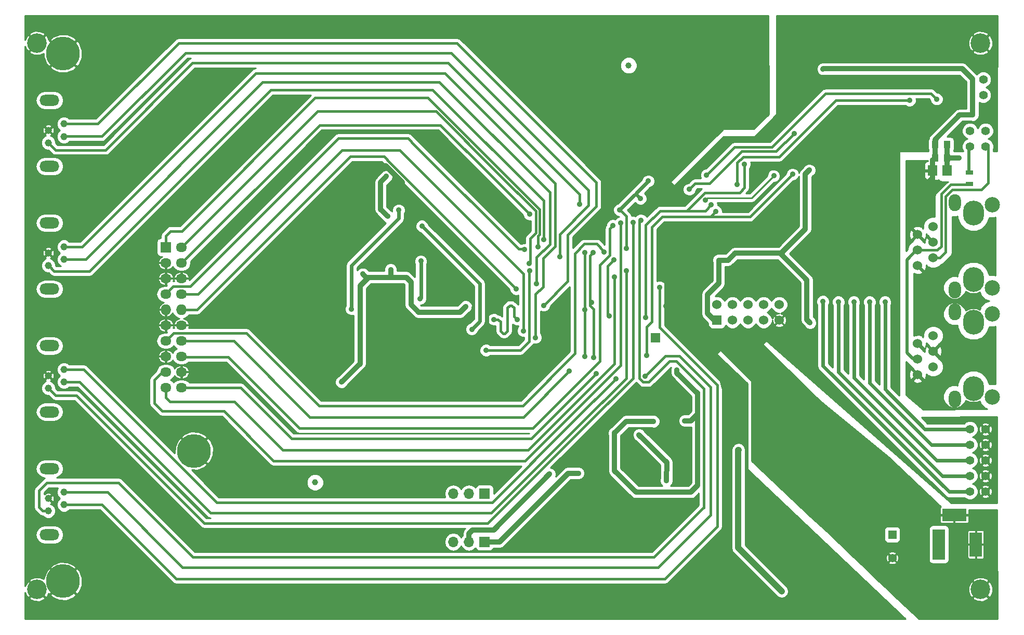
<source format=gbl>
G04 #@! TF.FileFunction,Copper,L2,Bot,Signal*
%FSLAX46Y46*%
G04 Gerber Fmt 4.6, Leading zero omitted, Abs format (unit mm)*
G04 Created by KiCad (PCBNEW 4.0.4+e1-6308~48~ubuntu15.10.1-stable) date Tue Jun 20 15:03:40 2017*
%MOMM*%
%LPD*%
G01*
G04 APERTURE LIST*
%ADD10C,0.150000*%
%ADD11C,1.400000*%
%ADD12C,3.200000*%
%ADD13C,1.000000*%
%ADD14C,5.500000*%
%ADD15C,1.160000*%
%ADD16O,3.200000X1.800000*%
%ADD17R,1.727200X1.727200*%
%ADD18O,1.800000X1.500000*%
%ADD19O,1.727200X1.727200*%
%ADD20R,0.700000X0.700000*%
%ADD21R,1.524000X1.524000*%
%ADD22C,1.524000*%
%ADD23R,4.000500X1.998980*%
%ADD24R,1.998980X4.000500*%
%ADD25R,1.998980X5.001260*%
%ADD26R,1.397000X1.397000*%
%ADD27C,1.397000*%
%ADD28R,1.000000X1.250000*%
%ADD29R,1.549400X1.800860*%
%ADD30R,1.300000X0.700000*%
%ADD31R,1.700000X1.700000*%
%ADD32O,1.700000X1.700000*%
%ADD33O,2.000000X2.765000*%
%ADD34O,3.400000X4.035000*%
%ADD35C,2.500000*%
%ADD36C,0.889000*%
%ADD37C,0.609600*%
%ADD38C,1.000760*%
%ADD39C,0.812800*%
%ADD40C,0.406400*%
%ADD41C,0.254000*%
%ADD42C,1.198880*%
%ADD43C,0.203200*%
%ADD44C,0.500000*%
G04 APERTURE END LIST*
D10*
D11*
X220186200Y-67850000D03*
X217646200Y-67850000D03*
X220186200Y-65310000D03*
X217646200Y-65310000D03*
D12*
X219380000Y-140020000D03*
X219380000Y-51020000D03*
X65710000Y-140020000D03*
X65710000Y-51020000D03*
D11*
X219820000Y-56950000D03*
X219820000Y-59490000D03*
D13*
X162050000Y-54660000D03*
X110980000Y-122600000D03*
D14*
X91287600Y-117449600D03*
X69941200Y-138694400D03*
D15*
X70081200Y-126230000D03*
X70081200Y-124190000D03*
X67531200Y-125210000D03*
X67531200Y-127250000D03*
D16*
X67731200Y-131100000D03*
X67731200Y-120340000D03*
D15*
X70081200Y-106230000D03*
X70081200Y-104190000D03*
X67531200Y-105210000D03*
X67531200Y-107250000D03*
D16*
X67731200Y-111100000D03*
X67731200Y-100340000D03*
D15*
X70081200Y-86230000D03*
X70081200Y-84190000D03*
X67531200Y-85210000D03*
X67531200Y-87250000D03*
D16*
X67731200Y-91100000D03*
X67731200Y-80340000D03*
D15*
X70081200Y-66230000D03*
X70081200Y-64190000D03*
X67531200Y-65210000D03*
X67531200Y-67250000D03*
D16*
X67731200Y-71100000D03*
X67731200Y-60340000D03*
D17*
X86671200Y-84290000D03*
D18*
X89211200Y-84290000D03*
X86671200Y-86830000D03*
X89211200Y-86830000D03*
X86671200Y-89370000D03*
X89211200Y-89370000D03*
X86671200Y-91910000D03*
X89211200Y-91910000D03*
D19*
X86671200Y-94450000D03*
X89211200Y-94450000D03*
D18*
X86671200Y-96990000D03*
X89211200Y-96990000D03*
X86671200Y-99530000D03*
X89211200Y-99530000D03*
X86671200Y-102070000D03*
X89211200Y-102070000D03*
X86671200Y-104610000D03*
X89211200Y-104610000D03*
X86671200Y-107150000D03*
X89211200Y-107150000D03*
D20*
X167358580Y-107691440D03*
X168058580Y-107691440D03*
X168058580Y-108391440D03*
X167358580Y-108391440D03*
D21*
X176427600Y-96162000D03*
D22*
X176427600Y-93622000D03*
X178967600Y-96162000D03*
X178967600Y-93622000D03*
X181507600Y-96162000D03*
X181507600Y-93622000D03*
X184047600Y-96162000D03*
X184047600Y-93622000D03*
X186587600Y-96162000D03*
X186587600Y-93622000D03*
D23*
X215099260Y-127899400D03*
D24*
X218599380Y-132700000D03*
D25*
X212599900Y-132700000D03*
D21*
X166407600Y-99042000D03*
D11*
X220186200Y-124080000D03*
X217646200Y-124080000D03*
X220186200Y-121540000D03*
X217646200Y-121540000D03*
X220186200Y-119000000D03*
X217646200Y-119000000D03*
X220186200Y-116460000D03*
X217646200Y-116460000D03*
X220186200Y-113920000D03*
X217646200Y-113920000D03*
D26*
X205000000Y-131095000D03*
D27*
X205000000Y-134905000D03*
D28*
X211950000Y-67550000D03*
X213950000Y-67550000D03*
X211950000Y-69700000D03*
X213950000Y-69700000D03*
D29*
X213926020Y-71800000D03*
X211573980Y-71800000D03*
D30*
X217576400Y-74000400D03*
X217576400Y-72100400D03*
D14*
X69941200Y-52720000D03*
D31*
X138580000Y-124440000D03*
D32*
X136040000Y-124440000D03*
X133500000Y-124440000D03*
D31*
X138580000Y-132275000D03*
D32*
X136040000Y-132275000D03*
X133500000Y-132275000D03*
D33*
X215164480Y-91254500D03*
X215164480Y-77029500D03*
D22*
X209144140Y-84746520D03*
X209144140Y-82206520D03*
X209144140Y-87286520D03*
X211684140Y-80936520D03*
X211684140Y-83476520D03*
X211684140Y-86016520D03*
D34*
X218211940Y-89539500D03*
X218214480Y-78744500D03*
D35*
X221261940Y-77362000D03*
X221261940Y-90922000D03*
D33*
X215164480Y-109004500D03*
X215164480Y-94779500D03*
D22*
X209144140Y-102496520D03*
X209144140Y-99956520D03*
X209144140Y-105036520D03*
X211684140Y-98686520D03*
X211684140Y-101226520D03*
X211684140Y-103766520D03*
D34*
X218211940Y-107289500D03*
X218214480Y-96494500D03*
D35*
X221261940Y-95112000D03*
X221261940Y-108672000D03*
D36*
X124607600Y-78242000D03*
X116907600Y-94342000D03*
X186975000Y-140325000D03*
X179950000Y-117300000D03*
X169926000Y-104292400D03*
X171207600Y-112542000D03*
X166107600Y-112642000D03*
X159755840Y-114541300D03*
X191617600Y-96592000D03*
X191487600Y-71712000D03*
X163997600Y-76362000D03*
X176757600Y-86392000D03*
X158856680Y-95443040D03*
X161706560Y-84442300D03*
X165257480Y-73492360D03*
X159656780Y-86342220D03*
X160606740Y-78191360D03*
X174537600Y-76562000D03*
X185707020Y-72641460D03*
X171947600Y-74852000D03*
X189006480Y-65742820D03*
X154957780Y-102041960D03*
X154957780Y-94442280D03*
X154957780Y-85140800D03*
X156255720Y-85140800D03*
X155986480Y-93261180D03*
X156357320Y-102240080D03*
X147600000Y-132600000D03*
X156460000Y-115340000D03*
X154910000Y-131050000D03*
X154980000Y-123830000D03*
X171300000Y-137850000D03*
X173000000Y-100875000D03*
X168257600Y-93892000D03*
X175257600Y-87392000D03*
X177906680Y-80942180D03*
X177250000Y-105925000D03*
X177975000Y-109150000D03*
X142308580Y-99542600D03*
X125197600Y-75732000D03*
X138987600Y-89802000D03*
X169722800Y-117449600D03*
X123507600Y-92442000D03*
X128897600Y-107332000D03*
X122297600Y-107332000D03*
X121687600Y-70812000D03*
X177775000Y-113575000D03*
X196408040Y-84742020D03*
X194208400Y-72791320D03*
X122308620Y-102141020D03*
X188757600Y-72392000D03*
X176237600Y-78472000D03*
X164957760Y-101940360D03*
X175507600Y-77362000D03*
X164856160Y-95740220D03*
X180906420Y-70741540D03*
X145977600Y-88142000D03*
X138847600Y-101082000D03*
X140107600Y-96042000D03*
X143907600Y-96042000D03*
X161655760Y-88140540D03*
X159997600Y-105712000D03*
X162755580Y-80241140D03*
X167106600Y-90792300D03*
X164757100Y-105290620D03*
X164037600Y-79862000D03*
X150855680Y-85841840D03*
X148257260Y-93741240D03*
X154107600Y-77242000D03*
X147058380Y-90241120D03*
X146908520Y-98991420D03*
X148217600Y-83032000D03*
X193697600Y-93122000D03*
X196227600Y-93192000D03*
X198747600Y-93192000D03*
X201297600Y-93192000D03*
X203827600Y-93192000D03*
X136507600Y-97642000D03*
X128407600Y-80842000D03*
X128207600Y-86542000D03*
X128107440Y-92641420D03*
X212242400Y-60147200D03*
X174757080Y-72491600D03*
X207822800Y-60350400D03*
X179707540Y-74041000D03*
X147256500Y-84241640D03*
X145857600Y-86912000D03*
X145947600Y-78912000D03*
X143756380Y-91092020D03*
X144907000Y-97891600D03*
X145127600Y-84672000D03*
X158056580Y-85092540D03*
X152417600Y-104432000D03*
X159506920Y-80741520D03*
X159755840Y-89141300D03*
X156777600Y-104872000D03*
X160756600Y-80340200D03*
X149200000Y-121250000D03*
X122807600Y-79242000D03*
X122607600Y-72742000D03*
X115307600Y-106242000D03*
X123307600Y-87942000D03*
X118757600Y-88642000D03*
X135507600Y-93942000D03*
X215900000Y-69700000D03*
X218100000Y-62700000D03*
X193735200Y-55235600D03*
X218100000Y-58950000D03*
X153870000Y-121090000D03*
X168225000Y-122300000D03*
X163756340Y-114841020D03*
D37*
X116907600Y-87242000D02*
X116907600Y-94342000D01*
X124607600Y-79542000D02*
X116907600Y-87242000D01*
X124607600Y-78242000D02*
X124607600Y-79542000D01*
D38*
X179925000Y-133275000D02*
X186975000Y-140325000D01*
X179925000Y-117325000D02*
X179925000Y-133275000D01*
X179950000Y-117300000D02*
X179925000Y-117325000D01*
D39*
X173307600Y-108042000D02*
X173218400Y-108042000D01*
X173307600Y-111442000D02*
X173307600Y-108042000D01*
X169926000Y-104749600D02*
X169926000Y-104292400D01*
X173218400Y-108042000D02*
X169926000Y-104749600D01*
X171207600Y-112542000D02*
X172207600Y-112542000D01*
X172207600Y-112542000D02*
X173307600Y-111442000D01*
X159755840Y-114541300D02*
X159755840Y-120690240D01*
X173307600Y-123067000D02*
X173307600Y-111442000D01*
X172182600Y-124192000D02*
X173307600Y-123067000D01*
X163257600Y-124192000D02*
X172182600Y-124192000D01*
X159755840Y-120690240D02*
X163257600Y-124192000D01*
X159755840Y-114541300D02*
X161655140Y-112642000D01*
X161655140Y-112642000D02*
X166107600Y-112642000D01*
X176427600Y-96162000D02*
X175987600Y-96162000D01*
X176757600Y-90142000D02*
X176757600Y-86392000D01*
X174887600Y-92012000D02*
X176757600Y-90142000D01*
X174887600Y-95062000D02*
X174887600Y-92012000D01*
X175987600Y-96162000D02*
X174887600Y-95062000D01*
X191107600Y-89604120D02*
X186898840Y-85395360D01*
X191107600Y-96082000D02*
X191107600Y-89604120D01*
X191617600Y-96592000D02*
X191107600Y-96082000D01*
X176757600Y-86392000D02*
X178257600Y-86392000D01*
X178257600Y-86392000D02*
X179397600Y-85252000D01*
X179397600Y-85252000D02*
X186898840Y-85252000D01*
X186898840Y-85252000D02*
X186898840Y-85395360D01*
X190853060Y-81297780D02*
X186827160Y-85323680D01*
X186944000Y-85440520D02*
X186827160Y-85323680D01*
X190853060Y-76067920D02*
X190853060Y-81297780D01*
X186898840Y-85395360D02*
X186944000Y-85440520D01*
X191487600Y-71712000D02*
X190853060Y-72346540D01*
X190853060Y-72346540D02*
X190853060Y-76067920D01*
D37*
X163997600Y-76362000D02*
X163192720Y-75557120D01*
D40*
X160606740Y-78191360D02*
X160655000Y-78191360D01*
D37*
X160606740Y-78191360D02*
X160606740Y-78143100D01*
X160606740Y-78143100D02*
X163192720Y-75557120D01*
D40*
X158856680Y-95443040D02*
X158658560Y-95244920D01*
X161706560Y-79242920D02*
X161706560Y-84442300D01*
X160655000Y-78191360D02*
X161706560Y-79242920D01*
X158658560Y-95244920D02*
X158658560Y-87340440D01*
D37*
X163192720Y-75557120D02*
X165257480Y-73492360D01*
D40*
X158658560Y-87340440D02*
X159656780Y-86342220D01*
D41*
X185707020Y-72641460D02*
X182107840Y-76240640D01*
X182107840Y-76240640D02*
X174858960Y-76240640D01*
X174858960Y-76240640D02*
X174537600Y-76562000D01*
D40*
X175260000Y-73891140D02*
X172908460Y-73891140D01*
X172908460Y-73891140D02*
X171947600Y-74852000D01*
X186108340Y-68640960D02*
X189006480Y-65742820D01*
X186108340Y-68640960D02*
X180510180Y-68640960D01*
X180510180Y-68640960D02*
X175260000Y-73891140D01*
X154957780Y-94442280D02*
X154957780Y-102041960D01*
X154957780Y-85140800D02*
X154957780Y-94442280D01*
X156255720Y-85140800D02*
X155757880Y-85638640D01*
X155757880Y-85638640D02*
X155757880Y-93339920D01*
X155907740Y-93339920D02*
X155986480Y-93261180D01*
X155757880Y-93339920D02*
X155907740Y-93339920D01*
X156357320Y-94340680D02*
X156357320Y-102240080D01*
X155757880Y-93339920D02*
X155757880Y-93741240D01*
X155757880Y-93741240D02*
X156357320Y-94340680D01*
D42*
X173000000Y-100875000D02*
X168297600Y-93892000D01*
X168297600Y-93892000D02*
X168257600Y-93892000D01*
D39*
X174607220Y-86741620D02*
X174607220Y-82590640D01*
X168257600Y-93892000D02*
X168257600Y-87332000D01*
X168257600Y-87332000D02*
X172998960Y-82590640D01*
X172998960Y-82590640D02*
X174607220Y-82590640D01*
X176707800Y-82590640D02*
X174607220Y-82590640D01*
X176707800Y-82590640D02*
X176707800Y-82141060D01*
D38*
X173000000Y-100875000D02*
X174637600Y-101472900D01*
X174637600Y-101472900D02*
X179506880Y-106342180D01*
D39*
X175257600Y-87392000D02*
X174607220Y-86741620D01*
X176707800Y-82141060D02*
X177906680Y-80942180D01*
X178076600Y-109048400D02*
X177250000Y-105925000D01*
X177975000Y-109150000D02*
X178076600Y-109048400D01*
D37*
X139938200Y-99542600D02*
X142308580Y-99542600D01*
X138987600Y-89802000D02*
X139007600Y-89822000D01*
X139007600Y-89822000D02*
X139007600Y-98612000D01*
X139007600Y-98612000D02*
X139938200Y-99542600D01*
D39*
X125197600Y-73693492D02*
X125197600Y-75732000D01*
X122476854Y-70972746D02*
X125197600Y-73693492D01*
X138987600Y-89802000D02*
X138987600Y-89522000D01*
X138987600Y-89522000D02*
X125197600Y-75732000D01*
D38*
X178107080Y-109056020D02*
X179506880Y-106342180D01*
X178876960Y-110771940D02*
X178107080Y-109056020D01*
D37*
X178282600Y-110771940D02*
X177780080Y-113569920D01*
D38*
X178282600Y-110771940D02*
X178876960Y-110771940D01*
D37*
X177780080Y-113569920D02*
X177775000Y-113575000D01*
D40*
X168058580Y-108391440D02*
X167358580Y-108391440D01*
X168058580Y-107691440D02*
X168058580Y-108391440D01*
X167358580Y-107691440D02*
X168058580Y-107691440D01*
X167358580Y-108391440D02*
X167358580Y-107691440D01*
D38*
X122297600Y-107332000D02*
X128897600Y-107332000D01*
X122308620Y-102141020D02*
X122308620Y-107320980D01*
X122308620Y-107320980D02*
X122297600Y-107332000D01*
D39*
X121848346Y-70972746D02*
X122476854Y-70972746D01*
X121687600Y-70812000D02*
X121848346Y-70972746D01*
D37*
X122308620Y-102141020D02*
X122308620Y-108341160D01*
D39*
X196408040Y-74990960D02*
X194208400Y-72791320D01*
X196408040Y-84742020D02*
X196408040Y-74990960D01*
D40*
X164957760Y-101940360D02*
X164957760Y-97291840D01*
X164957760Y-97291840D02*
X165856920Y-96392680D01*
X181807620Y-79341980D02*
X181805580Y-79341980D01*
X188757600Y-72392000D02*
X181807620Y-79341980D01*
X175367620Y-79341980D02*
X167505380Y-79341980D01*
X176237600Y-78472000D02*
X175367620Y-79341980D01*
X179153820Y-79341980D02*
X181805580Y-79341980D01*
X167505380Y-79341980D02*
X179153820Y-79341980D01*
X165856920Y-80990440D02*
X167505380Y-79341980D01*
X165856920Y-96392680D02*
X165856920Y-80990440D01*
X174528380Y-78341220D02*
X171508420Y-78341220D01*
X175507600Y-77362000D02*
X174528380Y-78341220D01*
X167154860Y-78341220D02*
X171508420Y-78341220D01*
X164856160Y-82641440D02*
X164856160Y-80639920D01*
X174457360Y-75392280D02*
X177454560Y-75392280D01*
X180205380Y-75293220D02*
X180906420Y-74592180D01*
X177454560Y-75392280D02*
X180106320Y-75392280D01*
X164856160Y-91742260D02*
X164856160Y-82641440D01*
X171508420Y-78341220D02*
X174457360Y-75392280D01*
X180906420Y-70741540D02*
X180906420Y-74592180D01*
X164856160Y-95740220D02*
X164856160Y-91742260D01*
X164856160Y-80639920D02*
X167154860Y-78341220D01*
X180106320Y-75392280D02*
X180205380Y-75293220D01*
X145977600Y-88142000D02*
X145867600Y-88252000D01*
X145867600Y-88252000D02*
X145867600Y-99662000D01*
X145867600Y-99662000D02*
X144447600Y-101082000D01*
X144447600Y-101082000D02*
X138847600Y-101082000D01*
X140807600Y-96042000D02*
X140107600Y-96042000D01*
X141207600Y-96442000D02*
X140807600Y-96042000D01*
X141207600Y-97942000D02*
X141207600Y-96442000D01*
X141607600Y-98342000D02*
X141207600Y-97942000D01*
X141907600Y-98342000D02*
X141607600Y-98342000D01*
X142307600Y-97942000D02*
X141907600Y-98342000D01*
X142307600Y-94142000D02*
X142307600Y-97942000D01*
X142707600Y-93742000D02*
X142307600Y-94142000D01*
X143007600Y-93742000D02*
X142707600Y-93742000D01*
X143407600Y-94142000D02*
X143007600Y-93742000D01*
X143407600Y-95542000D02*
X143407600Y-94142000D01*
X143907600Y-96042000D02*
X143407600Y-95542000D01*
X70114800Y-106224800D02*
X72595200Y-106224800D01*
X139690800Y-127558800D02*
X154007600Y-113242000D01*
X93929200Y-127558800D02*
X139690800Y-127558800D01*
X72595200Y-106224800D02*
X93929200Y-127558800D01*
X154007600Y-113242000D02*
X161655760Y-105593840D01*
X161655760Y-88140540D02*
X161655760Y-95740220D01*
X161655760Y-95740220D02*
X161655760Y-105593840D01*
X70116400Y-104185600D02*
X73299200Y-104185600D01*
X139878000Y-125831600D02*
X153007600Y-112702000D01*
X94945200Y-125831600D02*
X139878000Y-125831600D01*
X73299200Y-104185600D02*
X94945200Y-125831600D01*
X153007600Y-112702000D02*
X159997600Y-105712000D01*
X67591400Y-107297000D02*
X68701600Y-108407200D01*
X68701600Y-108407200D02*
X72085200Y-108407200D01*
X72085200Y-108407200D02*
X92913200Y-129235200D01*
X92913200Y-129235200D02*
X139114400Y-129235200D01*
X139114400Y-129235200D02*
X154807600Y-113542000D01*
X154807600Y-113542000D02*
X162755580Y-105594020D01*
X162755580Y-84742020D02*
X162755580Y-105594020D01*
X162755580Y-80241140D02*
X162755580Y-84742020D01*
X70090600Y-126215000D02*
X76278600Y-126215000D01*
X176497600Y-129775600D02*
X176497600Y-124522000D01*
X167944800Y-138328400D02*
X176497600Y-129775600D01*
X88392000Y-138328400D02*
X167944800Y-138328400D01*
X76278600Y-126215000D02*
X88392000Y-138328400D01*
X167106600Y-97190560D02*
X167106600Y-97371000D01*
X176497600Y-106762000D02*
X176497600Y-110302000D01*
X167106600Y-97371000D02*
X176497600Y-106762000D01*
X176497600Y-110302000D02*
X176497600Y-124522000D01*
X167106600Y-90792300D02*
X167106600Y-97190560D01*
X70066400Y-124200000D02*
X77159200Y-124200000D01*
X175437600Y-127889200D02*
X175437600Y-125780800D01*
X175437600Y-125780800D02*
X175437600Y-125752000D01*
X166878000Y-136448800D02*
X175437600Y-127889200D01*
X89408000Y-136448800D02*
X166878000Y-136448800D01*
X77159200Y-124200000D02*
X89408000Y-136448800D01*
X164757100Y-105290620D02*
X168064520Y-101983200D01*
X170308800Y-101983200D02*
X175437600Y-107112000D01*
X168064520Y-101983200D02*
X170308800Y-101983200D01*
X175437600Y-125752000D02*
X175437600Y-107112000D01*
X67639800Y-127235000D02*
X66595000Y-127235000D01*
X166217600Y-134721600D02*
X174317600Y-126621600D01*
X91084400Y-134721600D02*
X166217600Y-134721600D01*
X78994000Y-122631200D02*
X91084400Y-134721600D01*
X67272000Y-122631200D02*
X78994000Y-122631200D01*
X66004400Y-123898800D02*
X67272000Y-122631200D01*
X66004400Y-126644400D02*
X66004400Y-123898800D01*
X66595000Y-127235000D02*
X66004400Y-126644400D01*
X165327600Y-106262000D02*
X168755600Y-102834000D01*
X169789600Y-102834000D02*
X174317600Y-107362000D01*
X168755600Y-102834000D02*
X169789600Y-102834000D01*
X164427600Y-106262000D02*
X163777600Y-105612000D01*
X165327600Y-106262000D02*
X164427600Y-106262000D01*
X174317600Y-126692000D02*
X174317600Y-126621600D01*
X174317600Y-126621600D02*
X174317600Y-107362000D01*
X163777600Y-80122000D02*
X163777600Y-105612000D01*
X164037600Y-79862000D02*
X163777600Y-80122000D01*
X70066400Y-66220200D02*
X76273800Y-66220200D01*
X155549600Y-74980800D02*
X155549600Y-77480000D01*
X133197600Y-52628800D02*
X155549600Y-74980800D01*
X89865200Y-52628800D02*
X133197600Y-52628800D01*
X76273800Y-66220200D02*
X89865200Y-52628800D01*
X150855680Y-85841840D02*
X150855680Y-82173920D01*
X150855680Y-82173920D02*
X155549600Y-77480000D01*
X70116400Y-64180200D02*
X75621400Y-64180200D01*
X156819600Y-73710800D02*
X156819600Y-77580000D01*
X134112000Y-51003200D02*
X156819600Y-73710800D01*
X88798400Y-51003200D02*
X134112000Y-51003200D01*
X75621400Y-64180200D02*
X88798400Y-51003200D01*
X152156160Y-82243440D02*
X152156160Y-85242400D01*
X156819600Y-77580000D02*
X152156160Y-82243440D01*
X152156160Y-89842340D02*
X152156160Y-85242400D01*
X148257260Y-93741240D02*
X152156160Y-89842340D01*
X67564200Y-67291000D02*
X68700800Y-68427600D01*
X68700800Y-68427600D02*
X76860400Y-68427600D01*
X76860400Y-68427600D02*
X91033600Y-54254400D01*
X91033600Y-54254400D02*
X132689600Y-54254400D01*
X132689600Y-54254400D02*
X154107600Y-75672400D01*
X154107600Y-75672400D02*
X154107600Y-77242000D01*
X70116400Y-86209600D02*
X73607200Y-86209600D01*
X131247640Y-57353200D02*
X149207220Y-75312780D01*
X102463600Y-57353200D02*
X131247640Y-57353200D01*
X73607200Y-86209600D02*
X102463600Y-57353200D01*
X149207220Y-83792060D02*
X149207220Y-75312780D01*
X149207220Y-83792060D02*
X147058380Y-85940900D01*
X147058380Y-85940900D02*
X147058380Y-90241120D01*
X70142200Y-84194600D02*
X73031400Y-84194600D01*
X150106380Y-73906380D02*
X150106380Y-78023220D01*
X132130800Y-55930800D02*
X150106380Y-73906380D01*
X101295200Y-55930800D02*
X132130800Y-55930800D01*
X73031400Y-84194600D02*
X101295200Y-55930800D01*
X146908520Y-91892120D02*
X146908520Y-98991420D01*
X148107400Y-86093300D02*
X148107400Y-90693240D01*
X148107400Y-90693240D02*
X146908520Y-91892120D01*
X150106380Y-78023220D02*
X150106380Y-84094320D01*
X150106380Y-84094320D02*
X148107400Y-86093300D01*
X148217600Y-76691200D02*
X148217600Y-83032000D01*
X130149600Y-58623200D02*
X148217600Y-76691200D01*
X103784400Y-58623200D02*
X130149600Y-58623200D01*
X74218800Y-88188800D02*
X103784400Y-58623200D01*
X68498400Y-88188800D02*
X74218800Y-88188800D01*
X67589200Y-87279600D02*
X68498400Y-88188800D01*
X148217600Y-83032000D02*
X148187600Y-83002000D01*
D37*
X193697600Y-93122000D02*
X193697600Y-103597600D01*
X214230000Y-124130000D02*
X217680000Y-124130000D01*
X193697600Y-103597600D02*
X214230000Y-124130000D01*
X217630000Y-121540000D02*
X213140000Y-121540000D01*
X196227600Y-104627600D02*
X196227600Y-93192000D01*
X213140000Y-121540000D02*
X196227600Y-104627600D01*
X217430000Y-119000000D02*
X212200000Y-119000000D01*
X198747600Y-105547600D02*
X198747600Y-93192000D01*
X212200000Y-119000000D02*
X198747600Y-105547600D01*
D39*
X198757600Y-93202000D02*
X198747600Y-93192000D01*
D37*
X201297600Y-93192000D02*
X201297600Y-106397600D01*
X211360000Y-116460000D02*
X217555000Y-116460000D01*
X201297600Y-106397600D02*
X211360000Y-116460000D01*
X203827600Y-93192000D02*
X203827600Y-107427600D01*
X210320000Y-113920000D02*
X217555000Y-113920000D01*
X203827600Y-107427600D02*
X210320000Y-113920000D01*
X136507600Y-97642000D02*
X137807600Y-96342000D01*
X137807600Y-90242000D02*
X128407600Y-80842000D01*
X137807600Y-96342000D02*
X137807600Y-90242000D01*
X128207600Y-92541260D02*
X128107440Y-92641420D01*
X128207600Y-86542000D02*
X128207600Y-92541260D01*
D40*
X211328000Y-59232800D02*
X212242400Y-60147200D01*
X185407300Y-67942460D02*
X194106800Y-59242960D01*
X194106800Y-59242960D02*
X211328000Y-59232800D01*
X179306220Y-67942460D02*
X180007260Y-67942460D01*
X174757080Y-72491600D02*
X179306220Y-67942460D01*
X180007260Y-67942460D02*
X185407300Y-67942460D01*
X195808600Y-60342780D02*
X207822800Y-60350400D01*
X186608720Y-69542660D02*
X195808600Y-60342780D01*
X179707540Y-70942200D02*
X179707540Y-70741540D01*
X179707540Y-70741540D02*
X179707540Y-70540880D01*
X179707540Y-70540880D02*
X180705760Y-69542660D01*
X179707540Y-74041000D02*
X179707540Y-70942200D01*
X180705760Y-69542660D02*
X186608720Y-69542660D01*
X129369600Y-59944000D02*
X141997600Y-72572000D01*
X110998000Y-59944000D02*
X129369600Y-59944000D01*
X89306400Y-81635600D02*
X110998000Y-59944000D01*
X87477600Y-81635600D02*
X89306400Y-81635600D01*
X86664800Y-82448400D02*
X87477600Y-81635600D01*
X141997600Y-72572000D02*
X147570378Y-78144778D01*
X147570378Y-78144778D02*
X147570378Y-82159222D01*
X86664800Y-82550000D02*
X86664800Y-84683600D01*
X147256500Y-82473100D02*
X147256500Y-84241640D01*
X147570378Y-82159222D02*
X147256500Y-82473100D01*
X130681116Y-62128400D02*
X140787600Y-72234884D01*
X111404400Y-62128400D02*
X130681116Y-62128400D01*
X89255600Y-84277200D02*
X111404400Y-62128400D01*
X140787600Y-72234884D02*
X146953156Y-78400440D01*
X146027600Y-82829116D02*
X146027600Y-84182000D01*
X146953156Y-81903560D02*
X146027600Y-82829116D01*
X146953156Y-78400440D02*
X146953156Y-81903560D01*
X146027600Y-86742000D02*
X146027600Y-84182000D01*
X145857600Y-86912000D02*
X146027600Y-86742000D01*
X131399200Y-64363600D02*
X139557600Y-72522000D01*
X111760000Y-64363600D02*
X131399200Y-64363600D01*
X89255600Y-86868000D02*
X111760000Y-64363600D01*
X139557600Y-72522000D02*
X145947600Y-78912000D01*
X122750580Y-70086220D02*
X122750580Y-70020180D01*
X91795600Y-94437200D02*
X89255600Y-94437200D01*
X116738400Y-69494400D02*
X91795600Y-94437200D01*
X122224800Y-69494400D02*
X116738400Y-69494400D01*
X122750580Y-70020180D02*
X122224800Y-69494400D01*
X122750580Y-70086220D02*
X122747600Y-70083240D01*
X122750580Y-70086220D02*
X143756380Y-91092020D01*
X122747600Y-70083240D02*
X122750580Y-70086220D01*
X89255600Y-91948000D02*
X91897200Y-91948000D01*
X115417600Y-68427600D02*
X124787600Y-68427600D01*
X91897200Y-91948000D02*
X115417600Y-68427600D01*
X124787600Y-68427600D02*
X124787600Y-68473260D01*
X124787600Y-68473260D02*
X144907000Y-88592660D01*
X144907000Y-97891600D02*
X144907000Y-89042240D01*
X144907000Y-89042240D02*
X144907000Y-88592660D01*
X86664800Y-91846400D02*
X87884000Y-90627200D01*
X87884000Y-90627200D02*
X90678000Y-90627200D01*
X90678000Y-90627200D02*
X114757200Y-66548000D01*
X114757200Y-66548000D02*
X126143600Y-66548000D01*
X126143600Y-66548000D02*
X127267600Y-67672000D01*
X144127600Y-84532000D02*
X127267600Y-67672000D01*
X144987600Y-84532000D02*
X144127600Y-84532000D01*
X145127600Y-84672000D02*
X144987600Y-84532000D01*
X86614000Y-99568000D02*
X87934800Y-98247200D01*
X87934800Y-98247200D02*
X99822000Y-98247200D01*
X99822000Y-98247200D02*
X111658400Y-110083600D01*
X111658400Y-110083600D02*
X144836000Y-110083600D01*
X144836000Y-110083600D02*
X153306780Y-101612820D01*
X153306780Y-101612820D02*
X153306780Y-94294960D01*
X153306780Y-94294960D02*
X153306780Y-85293200D01*
X156857700Y-83741260D02*
X158056580Y-84940140D01*
X153306780Y-85293200D02*
X154858720Y-83741260D01*
X154858720Y-83741260D02*
X156857700Y-83741260D01*
X158056580Y-84940140D02*
X158056580Y-85092540D01*
X89204800Y-99568000D02*
X97739200Y-99568000D01*
X144886400Y-111963200D02*
X152417600Y-104432000D01*
X110134400Y-111963200D02*
X144886400Y-111963200D01*
X97739200Y-99568000D02*
X110134400Y-111963200D01*
X89255600Y-102158800D02*
X96824800Y-102158800D01*
X159006540Y-81241900D02*
X159506920Y-80741520D01*
X157358080Y-102839520D02*
X157358080Y-87190580D01*
X156405580Y-103792020D02*
X157358080Y-102839520D01*
X159006540Y-85542120D02*
X159006540Y-81241900D01*
X157358080Y-87190580D02*
X159006540Y-85542120D01*
X146456400Y-113741200D02*
X156405580Y-103792020D01*
X108407200Y-113741200D02*
X146456400Y-113741200D01*
X96824800Y-102158800D02*
X108407200Y-113741200D01*
X86664800Y-107137200D02*
X86664800Y-108762800D01*
X159755840Y-101643760D02*
X159755840Y-89141300D01*
X159755840Y-103253760D02*
X159755840Y-101643760D01*
X145712400Y-117297200D02*
X159755840Y-103253760D01*
X105714800Y-117297200D02*
X145712400Y-117297200D01*
X97891600Y-109474000D02*
X105714800Y-117297200D01*
X87376000Y-109474000D02*
X97891600Y-109474000D01*
X86664800Y-108762800D02*
X87376000Y-109474000D01*
X89255600Y-107137200D02*
X98856800Y-107137200D01*
X146181200Y-115468400D02*
X156777600Y-104872000D01*
X107188000Y-115468400D02*
X146181200Y-115468400D01*
X98856800Y-107137200D02*
X107188000Y-115468400D01*
X86715600Y-104597200D02*
X86106000Y-104597200D01*
X86106000Y-104597200D02*
X84785200Y-105918000D01*
X160756600Y-102143000D02*
X160756600Y-80340200D01*
X160756600Y-103533000D02*
X160756600Y-102143000D01*
X145214400Y-119075200D02*
X160756600Y-103533000D01*
X104241600Y-119075200D02*
X145214400Y-119075200D01*
X96164400Y-110998000D02*
X104241600Y-119075200D01*
X86055200Y-110998000D02*
X96164400Y-110998000D01*
X84785200Y-109728000D02*
X86055200Y-110998000D01*
X84785200Y-105918000D02*
X84785200Y-109728000D01*
D39*
X149200000Y-121250000D02*
X149190000Y-121250000D01*
X136040000Y-130920000D02*
X136040000Y-132275000D01*
X136590000Y-130370000D02*
X136040000Y-130920000D01*
X140070000Y-130370000D02*
X136590000Y-130370000D01*
X149190000Y-121250000D02*
X140070000Y-130370000D01*
X121660100Y-74142000D02*
X121660100Y-73689500D01*
X121660100Y-74142000D02*
X121660100Y-76342000D01*
X121660100Y-78094500D02*
X122807600Y-79242000D01*
X121660100Y-76342000D02*
X121660100Y-78094500D01*
X121660100Y-73689500D02*
X122607600Y-72742000D01*
X118307600Y-103242000D02*
X118307600Y-90542000D01*
X118307600Y-90542000D02*
X119660100Y-89189500D01*
X115307600Y-106242000D02*
X118307600Y-103242000D01*
X119305100Y-89189500D02*
X119660100Y-89189500D01*
X125855100Y-89189500D02*
X124407600Y-89189500D01*
X126607600Y-89942000D02*
X125855100Y-89189500D01*
X126607600Y-93642000D02*
X126607600Y-89942000D01*
X127807600Y-94842000D02*
X126607600Y-93642000D01*
X134607600Y-94842000D02*
X127807600Y-94842000D01*
X135507600Y-93942000D02*
X134607600Y-94842000D01*
X119660100Y-89189500D02*
X122207600Y-89189500D01*
X122207600Y-89189500D02*
X123307600Y-89189500D01*
X123307600Y-87942000D02*
X123307600Y-89189500D01*
X123307600Y-89189500D02*
X124407600Y-89189500D01*
X118757600Y-88642000D02*
X119305100Y-89189500D01*
X213950000Y-69700000D02*
X215900000Y-69700000D01*
X213950000Y-67550000D02*
X213950000Y-69700000D01*
X213950000Y-69700000D02*
X213926020Y-69723980D01*
X213926020Y-69723980D02*
X213926020Y-71800000D01*
D43*
X211950000Y-67550000D02*
X211950000Y-66750000D01*
X211950000Y-66750000D02*
X216000000Y-62700000D01*
X216000000Y-62700000D02*
X218100000Y-62700000D01*
D39*
X218100000Y-62700000D02*
X216000000Y-62700000D01*
X218100000Y-58950000D02*
X218100000Y-62700000D01*
X211950000Y-66750000D02*
X211950000Y-69700000D01*
X216000000Y-62700000D02*
X211950000Y-66750000D01*
X211950000Y-69700000D02*
X211573980Y-70076020D01*
X211573980Y-70076020D02*
X211573980Y-73026020D01*
X211573980Y-73026020D02*
X209400000Y-75200000D01*
X193735200Y-55235600D02*
X193770800Y-55200000D01*
X193770800Y-55200000D02*
X216400000Y-55200000D01*
X216400000Y-55200000D02*
X218100000Y-56900000D01*
X218100000Y-56900000D02*
X218100000Y-58950000D01*
D40*
X217373000Y-74041200D02*
X214525400Y-74041200D01*
X214525400Y-74041200D02*
X213000000Y-75566600D01*
X213000000Y-75566600D02*
X213000000Y-84100000D01*
X213000000Y-84100000D02*
X212353480Y-84746520D01*
X212353480Y-84746520D02*
X209182940Y-84746520D01*
D44*
X209182940Y-102446520D02*
X208346520Y-102446520D01*
X207400000Y-86300000D02*
X209053480Y-84646520D01*
X207400000Y-101500000D02*
X207400000Y-86300000D01*
X208346520Y-102446520D02*
X207400000Y-101500000D01*
D40*
X220650000Y-67900000D02*
X220650000Y-73792800D01*
X220650000Y-73792800D02*
X219531000Y-74911800D01*
X219531000Y-74911800D02*
X214752400Y-74911800D01*
X214752400Y-74911800D02*
X213700000Y-75964200D01*
X213700000Y-75964200D02*
X213700000Y-85100000D01*
X213700000Y-85100000D02*
X212783480Y-86016520D01*
X212783480Y-86016520D02*
X211672940Y-86016520D01*
D44*
X217523800Y-72066600D02*
X217523800Y-68411200D01*
X217523800Y-68411200D02*
X218085000Y-67850000D01*
D39*
X138660000Y-132275000D02*
X138660000Y-131965000D01*
X138580000Y-132275000D02*
X141035000Y-132275000D01*
X152220000Y-121090000D02*
X153870000Y-121090000D01*
X141035000Y-132275000D02*
X152220000Y-121090000D01*
X168225000Y-122300000D02*
X168249860Y-122275140D01*
X168249860Y-122275140D02*
X168282460Y-119367140D01*
X168282460Y-119367140D02*
X163756340Y-114841020D01*
D41*
G36*
X184880451Y-62589543D02*
X182454994Y-65015000D01*
X177507600Y-65015000D01*
X177458190Y-65025006D01*
X177417802Y-65052193D01*
X168916722Y-73552413D01*
X168888857Y-73594425D01*
X168879532Y-73643968D01*
X168890217Y-73693236D01*
X168916717Y-73732023D01*
X169417097Y-74232403D01*
X169459111Y-74260266D01*
X169508654Y-74269588D01*
X169557922Y-74258900D01*
X169596702Y-74232403D01*
X177560205Y-66269000D01*
X182507600Y-66269000D01*
X182557010Y-66258994D01*
X182597403Y-66231803D01*
X186097403Y-62731803D01*
X186125266Y-62689789D01*
X186134600Y-62642000D01*
X186134600Y-52414567D01*
X218053683Y-52414567D01*
X218232168Y-52681960D01*
X218955546Y-52994707D01*
X219743543Y-53006822D01*
X220476194Y-52716462D01*
X220527832Y-52681960D01*
X220706317Y-52414567D01*
X219380000Y-51088250D01*
X218053683Y-52414567D01*
X186134600Y-52414567D01*
X186134600Y-51383543D01*
X217393178Y-51383543D01*
X217683538Y-52116194D01*
X217718040Y-52167832D01*
X217985433Y-52346317D01*
X219311750Y-51020000D01*
X219448250Y-51020000D01*
X220774567Y-52346317D01*
X221041960Y-52167832D01*
X221354707Y-51444454D01*
X221366822Y-50656457D01*
X221076462Y-49923806D01*
X221041960Y-49872168D01*
X220774567Y-49693683D01*
X219448250Y-51020000D01*
X219311750Y-51020000D01*
X217985433Y-49693683D01*
X217718040Y-49872168D01*
X217405293Y-50595546D01*
X217393178Y-51383543D01*
X186134600Y-51383543D01*
X186134600Y-49625433D01*
X218053683Y-49625433D01*
X219380000Y-50951750D01*
X220706317Y-49625433D01*
X220527832Y-49358040D01*
X219804454Y-49045293D01*
X219016457Y-49033178D01*
X218283806Y-49323538D01*
X218232168Y-49358040D01*
X218053683Y-49625433D01*
X186134600Y-49625433D01*
X186134600Y-46545500D01*
X222135700Y-46545500D01*
X222135700Y-54766821D01*
X222132497Y-54771615D01*
X222069660Y-55087520D01*
X222069660Y-68605400D01*
X221488200Y-68605400D01*
X221488200Y-68195627D01*
X221520968Y-68116713D01*
X221521431Y-67585617D01*
X221318618Y-67094771D01*
X220943404Y-66718902D01*
X220608673Y-66579909D01*
X220941429Y-66442418D01*
X221317298Y-66067204D01*
X221520968Y-65576713D01*
X221521431Y-65045617D01*
X221318618Y-64554771D01*
X220943404Y-64178902D01*
X220452913Y-63975232D01*
X219921817Y-63974769D01*
X219430971Y-64177582D01*
X219055102Y-64552796D01*
X218916109Y-64887527D01*
X218778618Y-64554771D01*
X218403404Y-64178902D01*
X217912913Y-63975232D01*
X217381817Y-63974769D01*
X216890971Y-64177582D01*
X216515102Y-64552796D01*
X216311432Y-65043287D01*
X216310969Y-65574383D01*
X216513782Y-66065229D01*
X216888996Y-66441098D01*
X217223727Y-66580091D01*
X216890971Y-66717582D01*
X216515102Y-67092796D01*
X216311432Y-67583287D01*
X216310969Y-68114383D01*
X216513782Y-68605229D01*
X216513953Y-68605400D01*
X214991400Y-68605400D01*
X214991400Y-68507431D01*
X215046431Y-68426890D01*
X215097440Y-68175000D01*
X215097440Y-66925000D01*
X215053162Y-66689683D01*
X214914090Y-66473559D01*
X214701890Y-66328569D01*
X214450000Y-66277560D01*
X213895202Y-66277560D01*
X216431362Y-63741400D01*
X217793028Y-63741400D01*
X217884332Y-63779313D01*
X218313784Y-63779687D01*
X218710689Y-63615689D01*
X219014622Y-63312286D01*
X219179313Y-62915668D01*
X219179687Y-62486216D01*
X219141400Y-62393554D01*
X219141400Y-60653737D01*
X219553287Y-60824768D01*
X220084383Y-60825231D01*
X220575229Y-60622418D01*
X220951098Y-60247204D01*
X221154768Y-59756713D01*
X221155231Y-59225617D01*
X220952418Y-58734771D01*
X220577204Y-58358902D01*
X220242473Y-58219909D01*
X220575229Y-58082418D01*
X220951098Y-57707204D01*
X221154768Y-57216713D01*
X221155231Y-56685617D01*
X220952418Y-56194771D01*
X220577204Y-55818902D01*
X220086713Y-55615232D01*
X219555617Y-55614769D01*
X219064771Y-55817582D01*
X218777307Y-56104545D01*
X217136381Y-54463619D01*
X217084498Y-54428952D01*
X216798527Y-54237872D01*
X216400000Y-54158600D01*
X193956438Y-54158600D01*
X193950868Y-54156287D01*
X193521416Y-54155913D01*
X193124511Y-54319911D01*
X192820578Y-54623314D01*
X192655887Y-55019932D01*
X192655513Y-55449384D01*
X192819511Y-55846289D01*
X193122914Y-56150222D01*
X193519532Y-56314913D01*
X193948984Y-56315287D01*
X194127804Y-56241400D01*
X215968638Y-56241400D01*
X217058600Y-57331362D01*
X217058600Y-58643028D01*
X217020687Y-58734332D01*
X217020313Y-59163784D01*
X217058600Y-59256446D01*
X217058600Y-61658600D01*
X216000000Y-61658600D01*
X215601473Y-61737872D01*
X215396247Y-61875000D01*
X215263619Y-61963619D01*
X211213619Y-66013619D01*
X210987872Y-66351473D01*
X210952775Y-66527917D01*
X210853569Y-66673110D01*
X210802560Y-66925000D01*
X210802560Y-68175000D01*
X210846838Y-68410317D01*
X210908600Y-68506298D01*
X210908600Y-68605400D01*
X206248000Y-68605400D01*
X206198590Y-68615406D01*
X206156965Y-68643847D01*
X206129685Y-68686241D01*
X206121000Y-68732540D01*
X206164744Y-108435666D01*
X204767400Y-107038322D01*
X204767400Y-93743651D01*
X204906913Y-93407668D01*
X204907287Y-92978216D01*
X204743289Y-92581311D01*
X204439886Y-92277378D01*
X204043268Y-92112687D01*
X203613816Y-92112313D01*
X203216911Y-92276311D01*
X202912978Y-92579714D01*
X202748287Y-92976332D01*
X202747913Y-93405784D01*
X202887800Y-93744336D01*
X202887800Y-106658722D01*
X202237400Y-106008322D01*
X202237400Y-93743651D01*
X202376913Y-93407668D01*
X202377287Y-92978216D01*
X202213289Y-92581311D01*
X201909886Y-92277378D01*
X201513268Y-92112687D01*
X201083816Y-92112313D01*
X200686911Y-92276311D01*
X200382978Y-92579714D01*
X200218287Y-92976332D01*
X200217913Y-93405784D01*
X200357800Y-93744336D01*
X200357800Y-105828722D01*
X199687400Y-105158322D01*
X199687400Y-93743651D01*
X199826913Y-93407668D01*
X199827287Y-92978216D01*
X199663289Y-92581311D01*
X199359886Y-92277378D01*
X198963268Y-92112687D01*
X198533816Y-92112313D01*
X198136911Y-92276311D01*
X197832978Y-92579714D01*
X197668287Y-92976332D01*
X197667913Y-93405784D01*
X197807800Y-93744336D01*
X197807800Y-104878722D01*
X197167400Y-104238322D01*
X197167400Y-93743651D01*
X197306913Y-93407668D01*
X197307287Y-92978216D01*
X197143289Y-92581311D01*
X196839886Y-92277378D01*
X196443268Y-92112687D01*
X196013816Y-92112313D01*
X195616911Y-92276311D01*
X195312978Y-92579714D01*
X195148287Y-92976332D01*
X195147913Y-93405784D01*
X195287800Y-93744336D01*
X195287800Y-103858722D01*
X194637400Y-103208322D01*
X194637400Y-93673651D01*
X194776913Y-93337668D01*
X194777287Y-92908216D01*
X194613289Y-92511311D01*
X194309886Y-92207378D01*
X193913268Y-92042687D01*
X193483816Y-92042313D01*
X193086911Y-92206311D01*
X192782978Y-92509714D01*
X192618287Y-92906332D01*
X192617913Y-93335784D01*
X192757800Y-93674336D01*
X192757800Y-103597600D01*
X192829338Y-103957246D01*
X193033061Y-104262139D01*
X213565461Y-124794539D01*
X213870354Y-124998262D01*
X214230000Y-125069800D01*
X216747944Y-125069800D01*
X216888996Y-125211098D01*
X217379487Y-125414768D01*
X217910583Y-125415231D01*
X218401429Y-125212418D01*
X218777298Y-124837204D01*
X218782235Y-124825312D01*
X219509137Y-124825312D01*
X219578020Y-124999192D01*
X219976075Y-125161963D01*
X220406119Y-125160014D01*
X220794380Y-124999192D01*
X220863263Y-124825312D01*
X220186200Y-124148250D01*
X219509137Y-124825312D01*
X218782235Y-124825312D01*
X218980968Y-124346713D01*
X218981383Y-123869875D01*
X219104237Y-123869875D01*
X219106186Y-124299919D01*
X219267008Y-124688180D01*
X219440888Y-124757063D01*
X220117950Y-124080000D01*
X220254450Y-124080000D01*
X220931512Y-124757063D01*
X221105392Y-124688180D01*
X221268163Y-124290125D01*
X221266214Y-123860081D01*
X221105392Y-123471820D01*
X220931512Y-123402937D01*
X220254450Y-124080000D01*
X220117950Y-124080000D01*
X219440888Y-123402937D01*
X219267008Y-123471820D01*
X219104237Y-123869875D01*
X218981383Y-123869875D01*
X218981431Y-123815617D01*
X218782716Y-123334688D01*
X219509137Y-123334688D01*
X220186200Y-124011750D01*
X220863263Y-123334688D01*
X220794380Y-123160808D01*
X220396325Y-122998037D01*
X219966281Y-122999986D01*
X219578020Y-123160808D01*
X219509137Y-123334688D01*
X218782716Y-123334688D01*
X218778618Y-123324771D01*
X218403404Y-122948902D01*
X218068673Y-122809909D01*
X218401429Y-122672418D01*
X218777298Y-122297204D01*
X218782235Y-122285312D01*
X219509137Y-122285312D01*
X219578020Y-122459192D01*
X219976075Y-122621963D01*
X220406119Y-122620014D01*
X220794380Y-122459192D01*
X220863263Y-122285312D01*
X220186200Y-121608250D01*
X219509137Y-122285312D01*
X218782235Y-122285312D01*
X218980968Y-121806713D01*
X218981383Y-121329875D01*
X219104237Y-121329875D01*
X219106186Y-121759919D01*
X219267008Y-122148180D01*
X219440888Y-122217063D01*
X220117950Y-121540000D01*
X220254450Y-121540000D01*
X220931512Y-122217063D01*
X221105392Y-122148180D01*
X221268163Y-121750125D01*
X221266214Y-121320081D01*
X221105392Y-120931820D01*
X220931512Y-120862937D01*
X220254450Y-121540000D01*
X220117950Y-121540000D01*
X219440888Y-120862937D01*
X219267008Y-120931820D01*
X219104237Y-121329875D01*
X218981383Y-121329875D01*
X218981431Y-121275617D01*
X218782716Y-120794688D01*
X219509137Y-120794688D01*
X220186200Y-121471750D01*
X220863263Y-120794688D01*
X220794380Y-120620808D01*
X220396325Y-120458037D01*
X219966281Y-120459986D01*
X219578020Y-120620808D01*
X219509137Y-120794688D01*
X218782716Y-120794688D01*
X218778618Y-120784771D01*
X218403404Y-120408902D01*
X218068673Y-120269909D01*
X218401429Y-120132418D01*
X218777298Y-119757204D01*
X218782235Y-119745312D01*
X219509137Y-119745312D01*
X219578020Y-119919192D01*
X219976075Y-120081963D01*
X220406119Y-120080014D01*
X220794380Y-119919192D01*
X220863263Y-119745312D01*
X220186200Y-119068250D01*
X219509137Y-119745312D01*
X218782235Y-119745312D01*
X218980968Y-119266713D01*
X218981383Y-118789875D01*
X219104237Y-118789875D01*
X219106186Y-119219919D01*
X219267008Y-119608180D01*
X219440888Y-119677063D01*
X220117950Y-119000000D01*
X220254450Y-119000000D01*
X220931512Y-119677063D01*
X221105392Y-119608180D01*
X221268163Y-119210125D01*
X221266214Y-118780081D01*
X221105392Y-118391820D01*
X220931512Y-118322937D01*
X220254450Y-119000000D01*
X220117950Y-119000000D01*
X219440888Y-118322937D01*
X219267008Y-118391820D01*
X219104237Y-118789875D01*
X218981383Y-118789875D01*
X218981431Y-118735617D01*
X218782716Y-118254688D01*
X219509137Y-118254688D01*
X220186200Y-118931750D01*
X220863263Y-118254688D01*
X220794380Y-118080808D01*
X220396325Y-117918037D01*
X219966281Y-117919986D01*
X219578020Y-118080808D01*
X219509137Y-118254688D01*
X218782716Y-118254688D01*
X218778618Y-118244771D01*
X218403404Y-117868902D01*
X218068673Y-117729909D01*
X218401429Y-117592418D01*
X218777298Y-117217204D01*
X218782235Y-117205312D01*
X219509137Y-117205312D01*
X219578020Y-117379192D01*
X219976075Y-117541963D01*
X220406119Y-117540014D01*
X220794380Y-117379192D01*
X220863263Y-117205312D01*
X220186200Y-116528250D01*
X219509137Y-117205312D01*
X218782235Y-117205312D01*
X218980968Y-116726713D01*
X218981383Y-116249875D01*
X219104237Y-116249875D01*
X219106186Y-116679919D01*
X219267008Y-117068180D01*
X219440888Y-117137063D01*
X220117950Y-116460000D01*
X220254450Y-116460000D01*
X220931512Y-117137063D01*
X221105392Y-117068180D01*
X221268163Y-116670125D01*
X221266214Y-116240081D01*
X221105392Y-115851820D01*
X220931512Y-115782937D01*
X220254450Y-116460000D01*
X220117950Y-116460000D01*
X219440888Y-115782937D01*
X219267008Y-115851820D01*
X219104237Y-116249875D01*
X218981383Y-116249875D01*
X218981431Y-116195617D01*
X218782716Y-115714688D01*
X219509137Y-115714688D01*
X220186200Y-116391750D01*
X220863263Y-115714688D01*
X220794380Y-115540808D01*
X220396325Y-115378037D01*
X219966281Y-115379986D01*
X219578020Y-115540808D01*
X219509137Y-115714688D01*
X218782716Y-115714688D01*
X218778618Y-115704771D01*
X218403404Y-115328902D01*
X218068673Y-115189909D01*
X218401429Y-115052418D01*
X218777298Y-114677204D01*
X218782235Y-114665312D01*
X219509137Y-114665312D01*
X219578020Y-114839192D01*
X219976075Y-115001963D01*
X220406119Y-115000014D01*
X220794380Y-114839192D01*
X220863263Y-114665312D01*
X220186200Y-113988250D01*
X219509137Y-114665312D01*
X218782235Y-114665312D01*
X218980968Y-114186713D01*
X218981383Y-113709875D01*
X219104237Y-113709875D01*
X219106186Y-114139919D01*
X219267008Y-114528180D01*
X219440888Y-114597063D01*
X220117950Y-113920000D01*
X220254450Y-113920000D01*
X220931512Y-114597063D01*
X221105392Y-114528180D01*
X221268163Y-114130125D01*
X221266214Y-113700081D01*
X221105392Y-113311820D01*
X220931512Y-113242937D01*
X220254450Y-113920000D01*
X220117950Y-113920000D01*
X219440888Y-113242937D01*
X219267008Y-113311820D01*
X219104237Y-113709875D01*
X218981383Y-113709875D01*
X218981431Y-113655617D01*
X218782716Y-113174688D01*
X219509137Y-113174688D01*
X220186200Y-113851750D01*
X220863263Y-113174688D01*
X220794380Y-113000808D01*
X220396325Y-112838037D01*
X219966281Y-112839986D01*
X219578020Y-113000808D01*
X219509137Y-113174688D01*
X218782716Y-113174688D01*
X218778618Y-113164771D01*
X218403404Y-112788902D01*
X217912913Y-112585232D01*
X217381817Y-112584769D01*
X216890971Y-112787582D01*
X216698017Y-112980200D01*
X210709278Y-112980200D01*
X209755684Y-112026606D01*
X222069660Y-111938649D01*
X222069660Y-125965000D01*
X214605533Y-125965000D01*
X184592052Y-99546330D01*
X184548352Y-99521194D01*
X184498316Y-99515041D01*
X184449828Y-99528838D01*
X184418337Y-99551857D01*
X183917957Y-100052237D01*
X183890094Y-100094251D01*
X183880772Y-100143794D01*
X183891460Y-100193062D01*
X183919111Y-100232982D01*
X193211351Y-109290942D01*
X193219388Y-109298136D01*
X204415991Y-118495345D01*
X212945582Y-126551070D01*
X212883190Y-126576914D01*
X212776014Y-126684091D01*
X212718010Y-126824125D01*
X212718010Y-127755890D01*
X212813260Y-127851140D01*
X215051000Y-127851140D01*
X215051000Y-127831140D01*
X215147520Y-127831140D01*
X215147520Y-127851140D01*
X217385260Y-127851140D01*
X217480510Y-127755890D01*
X217480510Y-127035903D01*
X222069660Y-127046167D01*
X222069660Y-136447827D01*
X222034100Y-136626600D01*
X222034100Y-136639300D01*
X222096937Y-136955205D01*
X222135700Y-137013218D01*
X222135700Y-144868900D01*
X209371771Y-144868900D01*
X205722409Y-141414567D01*
X218053683Y-141414567D01*
X218232168Y-141681960D01*
X218955546Y-141994707D01*
X219743543Y-142006822D01*
X220476194Y-141716462D01*
X220527832Y-141681960D01*
X220706317Y-141414567D01*
X219380000Y-140088250D01*
X218053683Y-141414567D01*
X205722409Y-141414567D01*
X204633174Y-140383543D01*
X217393178Y-140383543D01*
X217683538Y-141116194D01*
X217718040Y-141167832D01*
X217985433Y-141346317D01*
X219311750Y-140020000D01*
X219448250Y-140020000D01*
X220774567Y-141346317D01*
X221041960Y-141167832D01*
X221354707Y-140444454D01*
X221366822Y-139656457D01*
X221076462Y-138923806D01*
X221041960Y-138872168D01*
X220774567Y-138693683D01*
X219448250Y-140020000D01*
X219311750Y-140020000D01*
X217985433Y-138693683D01*
X217718040Y-138872168D01*
X217405293Y-139595546D01*
X217393178Y-140383543D01*
X204633174Y-140383543D01*
X202775803Y-138625433D01*
X218053683Y-138625433D01*
X219380000Y-139951750D01*
X220706317Y-138625433D01*
X220527832Y-138358040D01*
X219804454Y-138045293D01*
X219016457Y-138033178D01*
X218283806Y-138323538D01*
X218232168Y-138358040D01*
X218053683Y-138625433D01*
X202775803Y-138625433D01*
X199631565Y-135649230D01*
X204324020Y-135649230D01*
X204392720Y-135822954D01*
X204790233Y-135985475D01*
X205219680Y-135983503D01*
X205607280Y-135822954D01*
X205675980Y-135649230D01*
X205000000Y-134973250D01*
X204324020Y-135649230D01*
X199631565Y-135649230D01*
X198623705Y-134695233D01*
X203919525Y-134695233D01*
X203921497Y-135124680D01*
X204082046Y-135512280D01*
X204255770Y-135580980D01*
X204931750Y-134905000D01*
X205068250Y-134905000D01*
X205744230Y-135580980D01*
X205917954Y-135512280D01*
X206080475Y-135114767D01*
X206078503Y-134685320D01*
X205917954Y-134297720D01*
X205744230Y-134229020D01*
X205068250Y-134905000D01*
X204931750Y-134905000D01*
X204255770Y-134229020D01*
X204082046Y-134297720D01*
X203919525Y-134695233D01*
X198623705Y-134695233D01*
X198059067Y-134160770D01*
X204324020Y-134160770D01*
X205000000Y-134836750D01*
X205675980Y-134160770D01*
X205607280Y-133987046D01*
X205209767Y-133824525D01*
X204780320Y-133826497D01*
X204392720Y-133987046D01*
X204324020Y-134160770D01*
X198059067Y-134160770D01*
X194082268Y-130396500D01*
X203654060Y-130396500D01*
X203654060Y-131793500D01*
X203698338Y-132028817D01*
X203837410Y-132244941D01*
X204049610Y-132389931D01*
X204301500Y-132440940D01*
X205698500Y-132440940D01*
X205933817Y-132396662D01*
X206149941Y-132257590D01*
X206294931Y-132045390D01*
X206345940Y-131793500D01*
X206345940Y-130396500D01*
X206308848Y-130199370D01*
X210952970Y-130199370D01*
X210952970Y-135200630D01*
X210997248Y-135435947D01*
X211136320Y-135652071D01*
X211348520Y-135797061D01*
X211600410Y-135848070D01*
X213599390Y-135848070D01*
X213834707Y-135803792D01*
X214050831Y-135664720D01*
X214195821Y-135452520D01*
X214246830Y-135200630D01*
X214246830Y-132843510D01*
X217218890Y-132843510D01*
X217218890Y-134776035D01*
X217276894Y-134916069D01*
X217384070Y-135023246D01*
X217524104Y-135081250D01*
X218455870Y-135081250D01*
X218551120Y-134986000D01*
X218551120Y-132748260D01*
X218647640Y-132748260D01*
X218647640Y-134986000D01*
X218742890Y-135081250D01*
X219674656Y-135081250D01*
X219814690Y-135023246D01*
X219921866Y-134916069D01*
X219979870Y-134776035D01*
X219979870Y-132843510D01*
X219884620Y-132748260D01*
X218647640Y-132748260D01*
X218551120Y-132748260D01*
X217314140Y-132748260D01*
X217218890Y-132843510D01*
X214246830Y-132843510D01*
X214246830Y-130623965D01*
X217218890Y-130623965D01*
X217218890Y-132556490D01*
X217314140Y-132651740D01*
X218551120Y-132651740D01*
X218551120Y-130414000D01*
X218647640Y-130414000D01*
X218647640Y-132651740D01*
X219884620Y-132651740D01*
X219979870Y-132556490D01*
X219979870Y-130623965D01*
X219921866Y-130483931D01*
X219814690Y-130376754D01*
X219674656Y-130318750D01*
X218742890Y-130318750D01*
X218647640Y-130414000D01*
X218551120Y-130414000D01*
X218455870Y-130318750D01*
X217524104Y-130318750D01*
X217384070Y-130376754D01*
X217276894Y-130483931D01*
X217218890Y-130623965D01*
X214246830Y-130623965D01*
X214246830Y-130199370D01*
X214202552Y-129964053D01*
X214063480Y-129747929D01*
X213851280Y-129602939D01*
X213599390Y-129551930D01*
X211600410Y-129551930D01*
X211365093Y-129596208D01*
X211148969Y-129735280D01*
X211003979Y-129947480D01*
X210952970Y-130199370D01*
X206308848Y-130199370D01*
X206301662Y-130161183D01*
X206162590Y-129945059D01*
X205950390Y-129800069D01*
X205698500Y-129749060D01*
X204301500Y-129749060D01*
X204066183Y-129793338D01*
X203850059Y-129932410D01*
X203705069Y-130144610D01*
X203654060Y-130396500D01*
X194082268Y-130396500D01*
X191595796Y-128042910D01*
X212718010Y-128042910D01*
X212718010Y-128974675D01*
X212776014Y-129114709D01*
X212883190Y-129221886D01*
X213023224Y-129279890D01*
X214955750Y-129279890D01*
X215051000Y-129184640D01*
X215051000Y-127947660D01*
X215147520Y-127947660D01*
X215147520Y-129184640D01*
X215242770Y-129279890D01*
X217175296Y-129279890D01*
X217315330Y-129221886D01*
X217422506Y-129114709D01*
X217480510Y-128974675D01*
X217480510Y-128042910D01*
X217385260Y-127947660D01*
X215147520Y-127947660D01*
X215051000Y-127947660D01*
X212813260Y-127947660D01*
X212718010Y-128042910D01*
X191595796Y-128042910D01*
X182134605Y-119087346D01*
X182135780Y-106141532D01*
X182125779Y-106092121D01*
X182098583Y-106051717D01*
X181598203Y-105551337D01*
X181598177Y-105551312D01*
X177097297Y-101052972D01*
X177055276Y-101025121D01*
X177005730Y-101015813D01*
X176956466Y-101026514D01*
X176917717Y-101052997D01*
X176417337Y-101553377D01*
X176389474Y-101595391D01*
X176380152Y-101644934D01*
X176390840Y-101694202D01*
X176419861Y-101735437D01*
X181431018Y-106476198D01*
X181430600Y-120421996D01*
X181440604Y-120471407D01*
X181470171Y-120514115D01*
X207130375Y-144868900D01*
X63766700Y-144868900D01*
X63766700Y-141414567D01*
X64383683Y-141414567D01*
X64562168Y-141681960D01*
X65285546Y-141994707D01*
X66073543Y-142006822D01*
X66806194Y-141716462D01*
X66857832Y-141681960D01*
X67036317Y-141414567D01*
X65710000Y-140088250D01*
X64383683Y-141414567D01*
X63766700Y-141414567D01*
X63766700Y-140493360D01*
X64013538Y-141116194D01*
X64048040Y-141167832D01*
X64315433Y-141346317D01*
X65641750Y-140020000D01*
X64315433Y-138693683D01*
X64048040Y-138872168D01*
X63766700Y-139522902D01*
X63766700Y-138625433D01*
X64383683Y-138625433D01*
X65710000Y-139951750D01*
X65724142Y-139937608D01*
X65792392Y-140005858D01*
X65778250Y-140020000D01*
X67104567Y-141346317D01*
X67371960Y-141167832D01*
X67479872Y-140918232D01*
X67785618Y-140918232D01*
X68104047Y-141305129D01*
X69242975Y-141809446D01*
X70488202Y-141839527D01*
X71650152Y-141390790D01*
X71778353Y-141305129D01*
X72096782Y-140918232D01*
X69941200Y-138762650D01*
X67785618Y-140918232D01*
X67479872Y-140918232D01*
X67563966Y-140723727D01*
X67717368Y-140849982D01*
X69872950Y-138694400D01*
X70009450Y-138694400D01*
X72165032Y-140849982D01*
X72551929Y-140531553D01*
X73056246Y-139392625D01*
X73086327Y-138147398D01*
X72637590Y-136985448D01*
X72551929Y-136857247D01*
X72165032Y-136538818D01*
X70009450Y-138694400D01*
X69872950Y-138694400D01*
X67717368Y-136538818D01*
X67330471Y-136857247D01*
X66826154Y-137996175D01*
X66817830Y-138340746D01*
X66134454Y-138045293D01*
X65346457Y-138033178D01*
X64613806Y-138323538D01*
X64562168Y-138358040D01*
X64383683Y-138625433D01*
X63766700Y-138625433D01*
X63766700Y-136470568D01*
X67785618Y-136470568D01*
X69941200Y-138626150D01*
X72096782Y-136470568D01*
X71778353Y-136083671D01*
X70639425Y-135579354D01*
X69394198Y-135549273D01*
X68232248Y-135998010D01*
X68104047Y-136083671D01*
X67785618Y-136470568D01*
X63766700Y-136470568D01*
X63766700Y-131100000D01*
X65452414Y-131100000D01*
X65569259Y-131687419D01*
X65902005Y-132185409D01*
X66399995Y-132518155D01*
X66987414Y-132635000D01*
X68474986Y-132635000D01*
X69062405Y-132518155D01*
X69560395Y-132185409D01*
X69893141Y-131687419D01*
X70009986Y-131100000D01*
X69893141Y-130512581D01*
X69560395Y-130014591D01*
X69062405Y-129681845D01*
X68474986Y-129565000D01*
X66987414Y-129565000D01*
X66399995Y-129681845D01*
X65902005Y-130014591D01*
X65569259Y-130512581D01*
X65452414Y-131100000D01*
X63766700Y-131100000D01*
X63766700Y-123898800D01*
X65166200Y-123898800D01*
X65166200Y-126644400D01*
X65230004Y-126965166D01*
X65411703Y-127237097D01*
X66002303Y-127827697D01*
X66274235Y-128009396D01*
X66595000Y-128073200D01*
X66636193Y-128073200D01*
X66842059Y-128279426D01*
X67288461Y-128464788D01*
X67771818Y-128465210D01*
X68218543Y-128280627D01*
X68560626Y-127939141D01*
X68745988Y-127492739D01*
X68746410Y-127009382D01*
X68561827Y-126562657D01*
X68220341Y-126220574D01*
X67914321Y-126093504D01*
X68067386Y-126030102D01*
X68121634Y-125868684D01*
X67531200Y-125278250D01*
X67517058Y-125292392D01*
X67448808Y-125224142D01*
X67462950Y-125210000D01*
X67599450Y-125210000D01*
X68189884Y-125800434D01*
X68351302Y-125746186D01*
X68494064Y-125391531D01*
X68490240Y-125009240D01*
X68351302Y-124673814D01*
X68189884Y-124619566D01*
X67599450Y-125210000D01*
X67462950Y-125210000D01*
X67448808Y-125195858D01*
X67517058Y-125127608D01*
X67531200Y-125141750D01*
X68121634Y-124551316D01*
X68067386Y-124389898D01*
X67712731Y-124247136D01*
X67330440Y-124250960D01*
X66995014Y-124389898D01*
X66940767Y-124551315D01*
X66874243Y-124484791D01*
X66842600Y-124516434D01*
X66842600Y-124245994D01*
X67619194Y-123469400D01*
X69083288Y-123469400D01*
X69051774Y-123500859D01*
X68866412Y-123947261D01*
X68865990Y-124430618D01*
X69050573Y-124877343D01*
X69382930Y-125210281D01*
X69051774Y-125540859D01*
X68866412Y-125987261D01*
X68865990Y-126470618D01*
X69050573Y-126917343D01*
X69392059Y-127259426D01*
X69838461Y-127444788D01*
X70321818Y-127445210D01*
X70768543Y-127260627D01*
X70976333Y-127053200D01*
X75931406Y-127053200D01*
X87799303Y-138921097D01*
X88071235Y-139102796D01*
X88392000Y-139166600D01*
X167944800Y-139166600D01*
X168265566Y-139102796D01*
X168537497Y-138921097D01*
X177090297Y-130368297D01*
X177271996Y-130096365D01*
X177335800Y-129775600D01*
X177335800Y-117325000D01*
X178789620Y-117325000D01*
X178789620Y-133275000D01*
X178876046Y-133709491D01*
X179122165Y-134077835D01*
X186172165Y-141127835D01*
X186540509Y-141373954D01*
X186975000Y-141460380D01*
X187409491Y-141373954D01*
X187777835Y-141127835D01*
X188023954Y-140759491D01*
X188110380Y-140325000D01*
X188023954Y-139890509D01*
X187777835Y-139522165D01*
X181060380Y-132804710D01*
X181060380Y-117425683D01*
X181085380Y-117300000D01*
X180998954Y-116865509D01*
X180752835Y-116497165D01*
X180384491Y-116251046D01*
X179950000Y-116164620D01*
X179515509Y-116251046D01*
X179147165Y-116497165D01*
X179122165Y-116522165D01*
X178876046Y-116890509D01*
X178789620Y-117325000D01*
X177335800Y-117325000D01*
X177335800Y-106762000D01*
X177271996Y-106441235D01*
X177090297Y-106169303D01*
X167944800Y-97023806D01*
X167944800Y-91480875D01*
X168021222Y-91404586D01*
X168185913Y-91007968D01*
X168186287Y-90578516D01*
X168022289Y-90181611D01*
X167718886Y-89877678D01*
X167322268Y-89712987D01*
X166892816Y-89712613D01*
X166695120Y-89794299D01*
X166695120Y-81337634D01*
X167852574Y-80180180D01*
X181807620Y-80180180D01*
X182128386Y-80116376D01*
X182400317Y-79934677D01*
X188863401Y-73471593D01*
X188971384Y-73471687D01*
X189368289Y-73307689D01*
X189672222Y-73004286D01*
X189811660Y-72668484D01*
X189811660Y-80866418D01*
X186467478Y-84210600D01*
X179397600Y-84210600D01*
X178999073Y-84289872D01*
X178711756Y-84481851D01*
X178661219Y-84515619D01*
X177826238Y-85350600D01*
X177064572Y-85350600D01*
X176973268Y-85312687D01*
X176543816Y-85312313D01*
X176146911Y-85476311D01*
X175842978Y-85779714D01*
X175678287Y-86176332D01*
X175677913Y-86605784D01*
X175716200Y-86698446D01*
X175716200Y-89710638D01*
X174151219Y-91275619D01*
X173925472Y-91613473D01*
X173846200Y-92012000D01*
X173846200Y-95062000D01*
X173925472Y-95460527D01*
X174070423Y-95677461D01*
X174151219Y-95798381D01*
X175018160Y-96665322D01*
X175018160Y-96924000D01*
X175062438Y-97159317D01*
X175201510Y-97375441D01*
X175413710Y-97520431D01*
X175665600Y-97571440D01*
X177189600Y-97571440D01*
X177424917Y-97527162D01*
X177641041Y-97388090D01*
X177786031Y-97175890D01*
X177823092Y-96992876D01*
X178175230Y-97345629D01*
X178688500Y-97558757D01*
X179244261Y-97559242D01*
X179757903Y-97347010D01*
X180151229Y-96954370D01*
X180237549Y-96746488D01*
X180322590Y-96952303D01*
X180715230Y-97345629D01*
X181228500Y-97558757D01*
X181784261Y-97559242D01*
X182297903Y-97347010D01*
X182691229Y-96954370D01*
X182777549Y-96746488D01*
X182862590Y-96952303D01*
X183255230Y-97345629D01*
X183768500Y-97558757D01*
X184324261Y-97559242D01*
X184837903Y-97347010D01*
X185231229Y-96954370D01*
X185232188Y-96952060D01*
X185865790Y-96952060D01*
X185942230Y-97132380D01*
X186362704Y-97305487D01*
X186817417Y-97304508D01*
X187232970Y-97132380D01*
X187309410Y-96952060D01*
X186587600Y-96230250D01*
X185865790Y-96952060D01*
X185232188Y-96952060D01*
X185444357Y-96441100D01*
X185444600Y-96163111D01*
X185445092Y-96391817D01*
X185617220Y-96807370D01*
X185797540Y-96883810D01*
X186519350Y-96162000D01*
X186655850Y-96162000D01*
X187377660Y-96883810D01*
X187557980Y-96807370D01*
X187731087Y-96386896D01*
X187730108Y-95932183D01*
X187557980Y-95516630D01*
X187377660Y-95440190D01*
X186655850Y-96162000D01*
X186519350Y-96162000D01*
X185797540Y-95440190D01*
X185617220Y-95516630D01*
X185444798Y-95935439D01*
X185444842Y-95885339D01*
X185232610Y-95371697D01*
X184839970Y-94978371D01*
X184632088Y-94892051D01*
X184837903Y-94807010D01*
X185231229Y-94414370D01*
X185317549Y-94206488D01*
X185402590Y-94412303D01*
X185795230Y-94805629D01*
X186308500Y-95018757D01*
X186586489Y-95019000D01*
X186357783Y-95019492D01*
X185942230Y-95191620D01*
X185865790Y-95371940D01*
X186587600Y-96093750D01*
X187309410Y-95371940D01*
X187232970Y-95191620D01*
X186814161Y-95019198D01*
X186864261Y-95019242D01*
X187377903Y-94807010D01*
X187771229Y-94414370D01*
X187984357Y-93901100D01*
X187984842Y-93345339D01*
X187772610Y-92831697D01*
X187379970Y-92438371D01*
X186866700Y-92225243D01*
X186310939Y-92224758D01*
X185797297Y-92436990D01*
X185403971Y-92829630D01*
X185317651Y-93037512D01*
X185232610Y-92831697D01*
X184839970Y-92438371D01*
X184326700Y-92225243D01*
X183770939Y-92224758D01*
X183257297Y-92436990D01*
X182863971Y-92829630D01*
X182777651Y-93037512D01*
X182692610Y-92831697D01*
X182299970Y-92438371D01*
X181786700Y-92225243D01*
X181230939Y-92224758D01*
X180717297Y-92436990D01*
X180323971Y-92829630D01*
X180237651Y-93037512D01*
X180152610Y-92831697D01*
X179759970Y-92438371D01*
X179246700Y-92225243D01*
X178690939Y-92224758D01*
X178177297Y-92436990D01*
X177783971Y-92829630D01*
X177697651Y-93037512D01*
X177612610Y-92831697D01*
X177219970Y-92438371D01*
X176706700Y-92225243D01*
X176150939Y-92224758D01*
X176145256Y-92227106D01*
X177493981Y-90878381D01*
X177523758Y-90833817D01*
X177719728Y-90540527D01*
X177799000Y-90142000D01*
X177799000Y-87433400D01*
X178257600Y-87433400D01*
X178656127Y-87354128D01*
X178993981Y-87128381D01*
X179828962Y-86293400D01*
X186324118Y-86293400D01*
X190066200Y-90035482D01*
X190066200Y-96082000D01*
X190145472Y-96480527D01*
X190344440Y-96778303D01*
X190371219Y-96818381D01*
X190664158Y-97111320D01*
X190701911Y-97202689D01*
X191005314Y-97506622D01*
X191401932Y-97671313D01*
X191831384Y-97671687D01*
X192228289Y-97507689D01*
X192532222Y-97204286D01*
X192696913Y-96807668D01*
X192697287Y-96378216D01*
X192533289Y-95981311D01*
X192229886Y-95677378D01*
X192149000Y-95643791D01*
X192149000Y-89604120D01*
X192069728Y-89205593D01*
X191843981Y-88867739D01*
X188299922Y-85323680D01*
X191589441Y-82034161D01*
X191660763Y-81927420D01*
X191815188Y-81696307D01*
X191894460Y-81297780D01*
X191894460Y-72777902D01*
X192006920Y-72665442D01*
X192098289Y-72627689D01*
X192402222Y-72324286D01*
X192566913Y-71927668D01*
X192567287Y-71498216D01*
X192403289Y-71101311D01*
X192099886Y-70797378D01*
X191703268Y-70632687D01*
X191273816Y-70632313D01*
X190876911Y-70796311D01*
X190572978Y-71099714D01*
X190534529Y-71192309D01*
X190116679Y-71610159D01*
X189890932Y-71948013D01*
X189837252Y-72217878D01*
X189837287Y-72178216D01*
X189673289Y-71781311D01*
X189369886Y-71477378D01*
X188973268Y-71312687D01*
X188543816Y-71312313D01*
X188146911Y-71476311D01*
X187842978Y-71779714D01*
X187678287Y-72176332D01*
X187678191Y-72286015D01*
X181460426Y-78503780D01*
X177317073Y-78503780D01*
X177317287Y-78258216D01*
X177153289Y-77861311D01*
X176849886Y-77557378D01*
X176587026Y-77448228D01*
X176587287Y-77148216D01*
X176527136Y-77002640D01*
X182107840Y-77002640D01*
X182399445Y-76944636D01*
X182646655Y-76779455D01*
X185705151Y-73720959D01*
X185920804Y-73721147D01*
X186317709Y-73557149D01*
X186621642Y-73253746D01*
X186786333Y-72857128D01*
X186786707Y-72427676D01*
X186622709Y-72030771D01*
X186319306Y-71726838D01*
X185922688Y-71562147D01*
X185493236Y-71561773D01*
X185096331Y-71725771D01*
X184792398Y-72029174D01*
X184627707Y-72425792D01*
X184627518Y-72643332D01*
X181792210Y-75478640D01*
X181205354Y-75478640D01*
X181499117Y-75184877D01*
X181680816Y-74912946D01*
X181744620Y-74592180D01*
X181744620Y-71430115D01*
X181821042Y-71353826D01*
X181985733Y-70957208D01*
X181986107Y-70527756D01*
X181925411Y-70380860D01*
X186608720Y-70380860D01*
X186929486Y-70317056D01*
X187201417Y-70135357D01*
X196155574Y-61181200D01*
X207133789Y-61188163D01*
X207210514Y-61265022D01*
X207607132Y-61429713D01*
X208036584Y-61430087D01*
X208433489Y-61266089D01*
X208737422Y-60962686D01*
X208902113Y-60566068D01*
X208902487Y-60136616D01*
X208875973Y-60072447D01*
X210981011Y-60071205D01*
X211162807Y-60253001D01*
X211162713Y-60360984D01*
X211326711Y-60757889D01*
X211630114Y-61061822D01*
X212026732Y-61226513D01*
X212456184Y-61226887D01*
X212853089Y-61062889D01*
X213157022Y-60759486D01*
X213321713Y-60362868D01*
X213322087Y-59933416D01*
X213158089Y-59536511D01*
X212854686Y-59232578D01*
X212458068Y-59067887D01*
X212348385Y-59067791D01*
X211920697Y-58640103D01*
X211920488Y-58639963D01*
X211920347Y-58639753D01*
X211784847Y-58549330D01*
X211648766Y-58458404D01*
X211648517Y-58458354D01*
X211648308Y-58458215D01*
X211488366Y-58426499D01*
X211328000Y-58394600D01*
X211327753Y-58394649D01*
X211327505Y-58394600D01*
X194106305Y-58404760D01*
X193945644Y-58436816D01*
X193786035Y-58468564D01*
X193785826Y-58468703D01*
X193785578Y-58468753D01*
X193649537Y-58559769D01*
X193514103Y-58650263D01*
X185060106Y-67104260D01*
X179306220Y-67104260D01*
X178985455Y-67168064D01*
X178985453Y-67168065D01*
X178985454Y-67168065D01*
X178713523Y-67349763D01*
X174651279Y-71412007D01*
X174543296Y-71411913D01*
X174146391Y-71575911D01*
X173842458Y-71879314D01*
X173677767Y-72275932D01*
X173677393Y-72705384D01*
X173821000Y-73052940D01*
X172908460Y-73052940D01*
X172587694Y-73116744D01*
X172315763Y-73298443D01*
X171841799Y-73772407D01*
X171733816Y-73772313D01*
X171336911Y-73936311D01*
X171032978Y-74239714D01*
X170868287Y-74636332D01*
X170867913Y-75065784D01*
X171031911Y-75462689D01*
X171335314Y-75766622D01*
X171731932Y-75931313D01*
X172161384Y-75931687D01*
X172558289Y-75767689D01*
X172862222Y-75464286D01*
X173026913Y-75067668D01*
X173027009Y-74957985D01*
X173255654Y-74729340D01*
X173969789Y-74729340D01*
X173864663Y-74799583D01*
X171161226Y-77503020D01*
X167154860Y-77503020D01*
X166834095Y-77566824D01*
X166562163Y-77748523D01*
X164984307Y-79326379D01*
X164953289Y-79251311D01*
X164649886Y-78947378D01*
X164253268Y-78782687D01*
X163823816Y-78782313D01*
X163426911Y-78946311D01*
X163140582Y-79232141D01*
X162971248Y-79161827D01*
X162541796Y-79161453D01*
X162529561Y-79166508D01*
X162480956Y-78922155D01*
X162299257Y-78650223D01*
X161863976Y-78214942D01*
X163094059Y-76984859D01*
X163385314Y-77276622D01*
X163781932Y-77441313D01*
X164211384Y-77441687D01*
X164608289Y-77277689D01*
X164912222Y-76974286D01*
X165076913Y-76577668D01*
X165077287Y-76148216D01*
X164913289Y-75751311D01*
X164620704Y-75458214D01*
X165531943Y-74546975D01*
X165868169Y-74408049D01*
X166172102Y-74104646D01*
X166336793Y-73708028D01*
X166337167Y-73278576D01*
X166173169Y-72881671D01*
X165869766Y-72577738D01*
X165473148Y-72413047D01*
X165043696Y-72412673D01*
X164646791Y-72576671D01*
X164342858Y-72880074D01*
X164202379Y-73218383D01*
X160250035Y-77170727D01*
X159996051Y-77275671D01*
X159692118Y-77579074D01*
X159527427Y-77975692D01*
X159527053Y-78405144D01*
X159691051Y-78802049D01*
X159994454Y-79105982D01*
X160391072Y-79270673D01*
X160517960Y-79270784D01*
X160145911Y-79424511D01*
X159853391Y-79716521D01*
X159722588Y-79662207D01*
X159293136Y-79661833D01*
X158896231Y-79825831D01*
X158592298Y-80129234D01*
X158427607Y-80525852D01*
X158427511Y-80635535D01*
X158413843Y-80649203D01*
X158232144Y-80921134D01*
X158185474Y-81155762D01*
X158168340Y-81241900D01*
X158168340Y-83866506D01*
X157450397Y-83148563D01*
X157178466Y-82966864D01*
X156857700Y-82903060D01*
X154858720Y-82903060D01*
X154537955Y-82966864D01*
X154266023Y-83148563D01*
X152994360Y-84420226D01*
X152994360Y-82590634D01*
X157412297Y-78172697D01*
X157593996Y-77900766D01*
X157657800Y-77580000D01*
X157657800Y-73710800D01*
X157593996Y-73390035D01*
X157412297Y-73118103D01*
X139230855Y-54936661D01*
X160652758Y-54936661D01*
X160864990Y-55450303D01*
X161257630Y-55843629D01*
X161770900Y-56056757D01*
X162326661Y-56057242D01*
X162840303Y-55845010D01*
X163233629Y-55452370D01*
X163446757Y-54939100D01*
X163447242Y-54383339D01*
X163235010Y-53869697D01*
X162842370Y-53476371D01*
X162329100Y-53263243D01*
X161773339Y-53262758D01*
X161259697Y-53474990D01*
X160866371Y-53867630D01*
X160653243Y-54380900D01*
X160652758Y-54936661D01*
X139230855Y-54936661D01*
X134704697Y-50410503D01*
X134432766Y-50228804D01*
X134112000Y-50165000D01*
X88798400Y-50165000D01*
X88477634Y-50228804D01*
X88205703Y-50410503D01*
X75274206Y-63342000D01*
X70951450Y-63342000D01*
X70770341Y-63160574D01*
X70323939Y-62975212D01*
X69840582Y-62974790D01*
X69393857Y-63159373D01*
X69051774Y-63500859D01*
X68866412Y-63947261D01*
X68865990Y-64430618D01*
X69050573Y-64877343D01*
X69382930Y-65210281D01*
X69051774Y-65540859D01*
X68866412Y-65987261D01*
X68865990Y-66470618D01*
X69050573Y-66917343D01*
X69392059Y-67259426D01*
X69838461Y-67444788D01*
X70321818Y-67445210D01*
X70768543Y-67260627D01*
X70971124Y-67058400D01*
X76273800Y-67058400D01*
X76594566Y-66994596D01*
X76866497Y-66812897D01*
X90212394Y-53467000D01*
X90778211Y-53467000D01*
X90712835Y-53480004D01*
X90440903Y-53661703D01*
X76513206Y-67589400D01*
X69047994Y-67589400D01*
X68746167Y-67287573D01*
X68746410Y-67009382D01*
X68561827Y-66562657D01*
X68220341Y-66220574D01*
X67914321Y-66093504D01*
X68067386Y-66030102D01*
X68121634Y-65868684D01*
X67531200Y-65278250D01*
X66940766Y-65868684D01*
X66995014Y-66030102D01*
X67150475Y-66092681D01*
X66843857Y-66219373D01*
X66501774Y-66560859D01*
X66316412Y-67007261D01*
X66315990Y-67490618D01*
X66500573Y-67937343D01*
X66842059Y-68279426D01*
X67288461Y-68464788D01*
X67552825Y-68465019D01*
X68108103Y-69020297D01*
X68380034Y-69201996D01*
X68700800Y-69265800D01*
X76860400Y-69265800D01*
X77181166Y-69201996D01*
X77453097Y-69020297D01*
X91380794Y-55092600D01*
X101295200Y-55092600D01*
X100974434Y-55156404D01*
X100702503Y-55338103D01*
X72684206Y-83356400D01*
X70965825Y-83356400D01*
X70770341Y-83160574D01*
X70323939Y-82975212D01*
X69840582Y-82974790D01*
X69393857Y-83159373D01*
X69051774Y-83500859D01*
X68866412Y-83947261D01*
X68865990Y-84430618D01*
X69050573Y-84877343D01*
X69382930Y-85210281D01*
X69051774Y-85540859D01*
X68866412Y-85987261D01*
X68865990Y-86470618D01*
X69050573Y-86917343D01*
X69392059Y-87259426D01*
X69611631Y-87350600D01*
X68845594Y-87350600D01*
X68746199Y-87251205D01*
X68746410Y-87009382D01*
X68561827Y-86562657D01*
X68220341Y-86220574D01*
X67914321Y-86093504D01*
X68067386Y-86030102D01*
X68121634Y-85868684D01*
X67531200Y-85278250D01*
X66940766Y-85868684D01*
X66995014Y-86030102D01*
X67150475Y-86092681D01*
X66843857Y-86219373D01*
X66501774Y-86560859D01*
X66316412Y-87007261D01*
X66315990Y-87490618D01*
X66500573Y-87937343D01*
X66842059Y-88279426D01*
X67288461Y-88464788D01*
X67589257Y-88465051D01*
X67905703Y-88781497D01*
X68177634Y-88963196D01*
X68498400Y-89027000D01*
X74218800Y-89027000D01*
X74539566Y-88963196D01*
X74811497Y-88781497D01*
X76538562Y-87054432D01*
X85412691Y-87054432D01*
X85457825Y-87218229D01*
X85687338Y-87595613D01*
X86043799Y-87856439D01*
X86472940Y-87961000D01*
X86622940Y-87961000D01*
X86622940Y-86878260D01*
X85486575Y-86878260D01*
X85412691Y-87054432D01*
X76538562Y-87054432D01*
X104131594Y-59461400D01*
X110295206Y-59461400D01*
X88959206Y-80797400D01*
X87477600Y-80797400D01*
X87156835Y-80861204D01*
X86884903Y-81042903D01*
X86072103Y-81855703D01*
X85890404Y-82127634D01*
X85826600Y-82448400D01*
X85836705Y-82499200D01*
X85826600Y-82550000D01*
X85826600Y-82778960D01*
X85807600Y-82778960D01*
X85572283Y-82823238D01*
X85356159Y-82962310D01*
X85211169Y-83174510D01*
X85160160Y-83426400D01*
X85160160Y-85153600D01*
X85204438Y-85388917D01*
X85343510Y-85605041D01*
X85555710Y-85750031D01*
X85807600Y-85801040D01*
X86054146Y-85801040D01*
X86043799Y-85803561D01*
X85687338Y-86064387D01*
X85457825Y-86441771D01*
X85412691Y-86605568D01*
X85486575Y-86781740D01*
X86622940Y-86781740D01*
X86622940Y-86761740D01*
X86719460Y-86761740D01*
X86719460Y-86781740D01*
X86739460Y-86781740D01*
X86739460Y-86878260D01*
X86719460Y-86878260D01*
X86719460Y-87961000D01*
X86869460Y-87961000D01*
X87298601Y-87856439D01*
X87655062Y-87595613D01*
X87776049Y-87396676D01*
X88051785Y-87809343D01*
X88501111Y-88109573D01*
X89031128Y-88215000D01*
X89391272Y-88215000D01*
X89921289Y-88109573D01*
X90370615Y-87809343D01*
X90670845Y-87360017D01*
X90776272Y-86830000D01*
X90726950Y-86582044D01*
X112107194Y-65201800D01*
X131052006Y-65201800D01*
X144868007Y-79017801D01*
X144867913Y-79125784D01*
X145031911Y-79522689D01*
X145335314Y-79826622D01*
X145731932Y-79991313D01*
X146114956Y-79991647D01*
X146114956Y-81556366D01*
X145434903Y-82236419D01*
X145253204Y-82508350D01*
X145218235Y-82684150D01*
X145189400Y-82829116D01*
X145189400Y-83592553D01*
X144913816Y-83592313D01*
X144668199Y-83693800D01*
X144474794Y-83693800D01*
X126736297Y-65955303D01*
X126464366Y-65773604D01*
X126143600Y-65709800D01*
X114757200Y-65709800D01*
X114436434Y-65773604D01*
X114164503Y-65955303D01*
X90448537Y-89671269D01*
X90469709Y-89594432D01*
X90395825Y-89418260D01*
X89259460Y-89418260D01*
X89259460Y-89438260D01*
X89162940Y-89438260D01*
X89162940Y-89418260D01*
X88026575Y-89418260D01*
X87952691Y-89594432D01*
X87997825Y-89758229D01*
X88016539Y-89789000D01*
X87884000Y-89789000D01*
X87863365Y-89793105D01*
X87884575Y-89758229D01*
X87929709Y-89594432D01*
X87855825Y-89418260D01*
X86719460Y-89418260D01*
X86719460Y-90501000D01*
X86824806Y-90501000D01*
X86800806Y-90525000D01*
X86491128Y-90525000D01*
X85961111Y-90630427D01*
X85511785Y-90930657D01*
X85211555Y-91379983D01*
X85106128Y-91910000D01*
X85211555Y-92440017D01*
X85511785Y-92889343D01*
X85961111Y-93189573D01*
X86341732Y-93265283D01*
X85980237Y-93414814D01*
X85636685Y-93758033D01*
X85450628Y-94206598D01*
X85450397Y-94207782D01*
X85522864Y-94401740D01*
X86622940Y-94401740D01*
X86622940Y-94381740D01*
X86719460Y-94381740D01*
X86719460Y-94401740D01*
X86739460Y-94401740D01*
X86739460Y-94498260D01*
X86719460Y-94498260D01*
X86719460Y-95598418D01*
X86913418Y-95670807D01*
X87362163Y-95485186D01*
X87705715Y-95141967D01*
X87783554Y-94954306D01*
X87797315Y-95023489D01*
X88122171Y-95509670D01*
X88608352Y-95834526D01*
X88886397Y-95889833D01*
X88583799Y-95963561D01*
X88227338Y-96224387D01*
X87997825Y-96601771D01*
X87952691Y-96765568D01*
X88026575Y-96941740D01*
X89162940Y-96941740D01*
X89162940Y-96921740D01*
X89259460Y-96921740D01*
X89259460Y-96941740D01*
X90395825Y-96941740D01*
X90469709Y-96765568D01*
X90424575Y-96601771D01*
X90195062Y-96224387D01*
X89838601Y-95963561D01*
X89536003Y-95889833D01*
X89814048Y-95834526D01*
X90300229Y-95509670D01*
X90456763Y-95275400D01*
X91795600Y-95275400D01*
X92116366Y-95211596D01*
X92388297Y-95029897D01*
X117085594Y-70332600D01*
X121877606Y-70332600D01*
X122021919Y-70476913D01*
X122154903Y-70675937D01*
X142676787Y-91197821D01*
X142676693Y-91305804D01*
X142840691Y-91702709D01*
X143144094Y-92006642D01*
X143540712Y-92171333D01*
X143970164Y-92171707D01*
X144068800Y-92130951D01*
X144068800Y-93651825D01*
X144000297Y-93549303D01*
X143600297Y-93149303D01*
X143328366Y-92967604D01*
X143007600Y-92903800D01*
X142707600Y-92903800D01*
X142386835Y-92967604D01*
X142142967Y-93130551D01*
X142114903Y-93149303D01*
X141714903Y-93549303D01*
X141533204Y-93821234D01*
X141485312Y-94062005D01*
X141469400Y-94142000D01*
X141469400Y-95518406D01*
X141400297Y-95449303D01*
X141128366Y-95267604D01*
X140807600Y-95203800D01*
X140796175Y-95203800D01*
X140719886Y-95127378D01*
X140323268Y-94962687D01*
X139893816Y-94962313D01*
X139496911Y-95126311D01*
X139192978Y-95429714D01*
X139028287Y-95826332D01*
X139027913Y-96255784D01*
X139191911Y-96652689D01*
X139495314Y-96956622D01*
X139891932Y-97121313D01*
X140321384Y-97121687D01*
X140369400Y-97101847D01*
X140369400Y-97942000D01*
X140433204Y-98262766D01*
X140614903Y-98534697D01*
X141014903Y-98934697D01*
X141286835Y-99116396D01*
X141607600Y-99180200D01*
X141907600Y-99180200D01*
X142228366Y-99116396D01*
X142500297Y-98934697D01*
X142900297Y-98534697D01*
X143081995Y-98262766D01*
X143081996Y-98262765D01*
X143145800Y-97942000D01*
X143145800Y-96806847D01*
X143295314Y-96956622D01*
X143691932Y-97121313D01*
X144068800Y-97121641D01*
X144068800Y-97203025D01*
X143992378Y-97279314D01*
X143827687Y-97675932D01*
X143827313Y-98105384D01*
X143991311Y-98502289D01*
X144294714Y-98806222D01*
X144691332Y-98970913D01*
X145029400Y-98971207D01*
X145029400Y-99314806D01*
X144100406Y-100243800D01*
X139536175Y-100243800D01*
X139459886Y-100167378D01*
X139063268Y-100002687D01*
X138633816Y-100002313D01*
X138236911Y-100166311D01*
X137932978Y-100469714D01*
X137768287Y-100866332D01*
X137767913Y-101295784D01*
X137931911Y-101692689D01*
X138235314Y-101996622D01*
X138631932Y-102161313D01*
X139061384Y-102161687D01*
X139458289Y-101997689D01*
X139535913Y-101920200D01*
X144447600Y-101920200D01*
X144768366Y-101856396D01*
X145040297Y-101674697D01*
X146460297Y-100254697D01*
X146607030Y-100035096D01*
X146692852Y-100070733D01*
X147122304Y-100071107D01*
X147519209Y-99907109D01*
X147823142Y-99603706D01*
X147987833Y-99207088D01*
X147988207Y-98777636D01*
X147824209Y-98380731D01*
X147746720Y-98303107D01*
X147746720Y-94698111D01*
X148041592Y-94820553D01*
X148471044Y-94820927D01*
X148867949Y-94656929D01*
X149171882Y-94353526D01*
X149336573Y-93956908D01*
X149336669Y-93847225D01*
X152468580Y-90715314D01*
X152468580Y-101265626D01*
X144488806Y-109245400D01*
X112005594Y-109245400D01*
X109215978Y-106455784D01*
X114227913Y-106455784D01*
X114391911Y-106852689D01*
X114695314Y-107156622D01*
X115091932Y-107321313D01*
X115521384Y-107321687D01*
X115918289Y-107157689D01*
X116222222Y-106854286D01*
X116260671Y-106761691D01*
X119043981Y-103978381D01*
X119269729Y-103640526D01*
X119349000Y-103242000D01*
X119349000Y-90973362D01*
X120091462Y-90230900D01*
X125423738Y-90230900D01*
X125566200Y-90373362D01*
X125566200Y-93642000D01*
X125645472Y-94040527D01*
X125842030Y-94334697D01*
X125871219Y-94378381D01*
X127071219Y-95578381D01*
X127409073Y-95804128D01*
X127807600Y-95883400D01*
X134607600Y-95883400D01*
X135006127Y-95804128D01*
X135343981Y-95578381D01*
X136026920Y-94895442D01*
X136118289Y-94857689D01*
X136422222Y-94554286D01*
X136586913Y-94157668D01*
X136587287Y-93728216D01*
X136423289Y-93331311D01*
X136119886Y-93027378D01*
X135723268Y-92862687D01*
X135293816Y-92862313D01*
X134896911Y-93026311D01*
X134592978Y-93329714D01*
X134554529Y-93422309D01*
X134176238Y-93800600D01*
X128238962Y-93800600D01*
X128159328Y-93720966D01*
X128321224Y-93721107D01*
X128718129Y-93557109D01*
X129022062Y-93253706D01*
X129186753Y-92857088D01*
X129187127Y-92427636D01*
X129147400Y-92331489D01*
X129147400Y-87093651D01*
X129286913Y-86757668D01*
X129287287Y-86328216D01*
X129123289Y-85931311D01*
X128819886Y-85627378D01*
X128423268Y-85462687D01*
X127993816Y-85462313D01*
X127596911Y-85626311D01*
X127292978Y-85929714D01*
X127128287Y-86326332D01*
X127127913Y-86755784D01*
X127267800Y-87094336D01*
X127267800Y-89129438D01*
X126591481Y-88453119D01*
X126462451Y-88366904D01*
X126253627Y-88227372D01*
X125855100Y-88148100D01*
X124386921Y-88148100D01*
X124387287Y-87728216D01*
X124223289Y-87331311D01*
X123919886Y-87027378D01*
X123523268Y-86862687D01*
X123093816Y-86862313D01*
X122696911Y-87026311D01*
X122392978Y-87329714D01*
X122228287Y-87726332D01*
X122227920Y-88148100D01*
X119736462Y-88148100D01*
X119711042Y-88122680D01*
X119673289Y-88031311D01*
X119369886Y-87727378D01*
X118973268Y-87562687D01*
X118543816Y-87562313D01*
X118146911Y-87726311D01*
X117847400Y-88025300D01*
X117847400Y-87631278D01*
X124422894Y-81055784D01*
X127327913Y-81055784D01*
X127491911Y-81452689D01*
X127795314Y-81756622D01*
X128133623Y-81897101D01*
X136867800Y-90631278D01*
X136867800Y-95952722D01*
X136233137Y-96587385D01*
X135896911Y-96726311D01*
X135592978Y-97029714D01*
X135428287Y-97426332D01*
X135427913Y-97855784D01*
X135591911Y-98252689D01*
X135895314Y-98556622D01*
X136291932Y-98721313D01*
X136721384Y-98721687D01*
X137118289Y-98557689D01*
X137422222Y-98254286D01*
X137562701Y-97915977D01*
X138472139Y-97006539D01*
X138675862Y-96701646D01*
X138747400Y-96342000D01*
X138747400Y-90242000D01*
X138675862Y-89882354D01*
X138472139Y-89577461D01*
X129462215Y-80567537D01*
X129323289Y-80231311D01*
X129019886Y-79927378D01*
X128623268Y-79762687D01*
X128193816Y-79762313D01*
X127796911Y-79926311D01*
X127492978Y-80229714D01*
X127328287Y-80626332D01*
X127327913Y-81055784D01*
X124422894Y-81055784D01*
X125272139Y-80206539D01*
X125475862Y-79901646D01*
X125547400Y-79542000D01*
X125547400Y-78793651D01*
X125686913Y-78457668D01*
X125687287Y-78028216D01*
X125523289Y-77631311D01*
X125219886Y-77327378D01*
X124823268Y-77162687D01*
X124393816Y-77162313D01*
X123996911Y-77326311D01*
X123692978Y-77629714D01*
X123528287Y-78026332D01*
X123527931Y-78435611D01*
X123419886Y-78327378D01*
X123327291Y-78288929D01*
X122701500Y-77663138D01*
X122701500Y-74120862D01*
X123126920Y-73695442D01*
X123218289Y-73657689D01*
X123522222Y-73354286D01*
X123686913Y-72957668D01*
X123687287Y-72528216D01*
X123523289Y-72131311D01*
X123219886Y-71827378D01*
X122823268Y-71662687D01*
X122393816Y-71662313D01*
X121996911Y-71826311D01*
X121692978Y-72129714D01*
X121654529Y-72222309D01*
X120923719Y-72953119D01*
X120697972Y-73290973D01*
X120618700Y-73689500D01*
X120618700Y-78094500D01*
X120697972Y-78493027D01*
X120861307Y-78737475D01*
X120923719Y-78830881D01*
X121854158Y-79761320D01*
X121891911Y-79852689D01*
X122195314Y-80156622D01*
X122526414Y-80294108D01*
X116243061Y-86577461D01*
X116039338Y-86882354D01*
X115967800Y-87242000D01*
X115967800Y-93790349D01*
X115828287Y-94126332D01*
X115827913Y-94555784D01*
X115991911Y-94952689D01*
X116295314Y-95256622D01*
X116691932Y-95421313D01*
X117121384Y-95421687D01*
X117266200Y-95361850D01*
X117266200Y-102810638D01*
X114788280Y-105288558D01*
X114696911Y-105326311D01*
X114392978Y-105629714D01*
X114228287Y-106026332D01*
X114227913Y-106455784D01*
X109215978Y-106455784D01*
X100414697Y-97654503D01*
X100142766Y-97472804D01*
X99822000Y-97409000D01*
X90405861Y-97409000D01*
X90424575Y-97378229D01*
X90469709Y-97214432D01*
X90395825Y-97038260D01*
X89259460Y-97038260D01*
X89259460Y-97058260D01*
X89162940Y-97058260D01*
X89162940Y-97038260D01*
X88026575Y-97038260D01*
X87952691Y-97214432D01*
X87997825Y-97378229D01*
X88016539Y-97409000D01*
X87934800Y-97409000D01*
X87856374Y-97424600D01*
X87884575Y-97378229D01*
X87929709Y-97214432D01*
X87855825Y-97038260D01*
X86719460Y-97038260D01*
X86719460Y-98121000D01*
X86869460Y-98121000D01*
X86877586Y-98119020D01*
X86851551Y-98145055D01*
X86851272Y-98145000D01*
X86491128Y-98145000D01*
X85961111Y-98250427D01*
X85511785Y-98550657D01*
X85211555Y-98999983D01*
X85106128Y-99530000D01*
X85211555Y-100060017D01*
X85511785Y-100509343D01*
X85961111Y-100809573D01*
X86491128Y-100915000D01*
X86851272Y-100915000D01*
X87381289Y-100809573D01*
X87830615Y-100509343D01*
X87941200Y-100343841D01*
X88051785Y-100509343D01*
X88486784Y-100800000D01*
X88051785Y-101090657D01*
X87776049Y-101503324D01*
X87655062Y-101304387D01*
X87298601Y-101043561D01*
X86869460Y-100939000D01*
X86719460Y-100939000D01*
X86719460Y-102021740D01*
X86739460Y-102021740D01*
X86739460Y-102118260D01*
X86719460Y-102118260D01*
X86719460Y-103201000D01*
X86869460Y-103201000D01*
X87298601Y-103096439D01*
X87655062Y-102835613D01*
X87776049Y-102636676D01*
X88051785Y-103049343D01*
X88501111Y-103349573D01*
X89031128Y-103455000D01*
X89391272Y-103455000D01*
X89921289Y-103349573D01*
X90370615Y-103049343D01*
X90405589Y-102997000D01*
X96477606Y-102997000D01*
X107814503Y-114333897D01*
X108086434Y-114515596D01*
X108407200Y-114579400D01*
X145884806Y-114579400D01*
X145834006Y-114630200D01*
X107535194Y-114630200D01*
X99449497Y-106544503D01*
X99177566Y-106362804D01*
X98856800Y-106299000D01*
X90456371Y-106299000D01*
X90370615Y-106170657D01*
X89921289Y-105870427D01*
X89391272Y-105765000D01*
X89031128Y-105765000D01*
X88501111Y-105870427D01*
X88051785Y-106170657D01*
X87941200Y-106336159D01*
X87830615Y-106170657D01*
X87395616Y-105880000D01*
X87830615Y-105589343D01*
X88106351Y-105176676D01*
X88227338Y-105375613D01*
X88583799Y-105636439D01*
X89012940Y-105741000D01*
X89162940Y-105741000D01*
X89162940Y-104658260D01*
X89259460Y-104658260D01*
X89259460Y-105741000D01*
X89409460Y-105741000D01*
X89838601Y-105636439D01*
X90195062Y-105375613D01*
X90424575Y-104998229D01*
X90469709Y-104834432D01*
X90395825Y-104658260D01*
X89259460Y-104658260D01*
X89162940Y-104658260D01*
X89142940Y-104658260D01*
X89142940Y-104561740D01*
X89162940Y-104561740D01*
X89162940Y-103479000D01*
X89259460Y-103479000D01*
X89259460Y-104561740D01*
X90395825Y-104561740D01*
X90469709Y-104385568D01*
X90424575Y-104221771D01*
X90195062Y-103844387D01*
X89838601Y-103583561D01*
X89409460Y-103479000D01*
X89259460Y-103479000D01*
X89162940Y-103479000D01*
X89012940Y-103479000D01*
X88583799Y-103583561D01*
X88227338Y-103844387D01*
X88106351Y-104043324D01*
X87830615Y-103630657D01*
X87381289Y-103330427D01*
X86851272Y-103225000D01*
X86491128Y-103225000D01*
X85961111Y-103330427D01*
X85511785Y-103630657D01*
X85211555Y-104079983D01*
X85155372Y-104362434D01*
X84192503Y-105325303D01*
X84010804Y-105597234D01*
X83973133Y-105786622D01*
X83947000Y-105918000D01*
X83947000Y-109728000D01*
X84010804Y-110048766D01*
X84192503Y-110320697D01*
X85462503Y-111590697D01*
X85734434Y-111772396D01*
X86055200Y-111836200D01*
X95817206Y-111836200D01*
X103648903Y-119667897D01*
X103920835Y-119849596D01*
X104241600Y-119913400D01*
X144610806Y-119913400D01*
X140077440Y-124446766D01*
X140077440Y-123590000D01*
X140033162Y-123354683D01*
X139894090Y-123138559D01*
X139681890Y-122993569D01*
X139430000Y-122942560D01*
X137730000Y-122942560D01*
X137494683Y-122986838D01*
X137278559Y-123125910D01*
X137133569Y-123338110D01*
X137119914Y-123405541D01*
X137090054Y-123360853D01*
X136608285Y-123038946D01*
X136040000Y-122925907D01*
X135471715Y-123038946D01*
X134989946Y-123360853D01*
X134770000Y-123690026D01*
X134550054Y-123360853D01*
X134068285Y-123038946D01*
X133500000Y-122925907D01*
X132931715Y-123038946D01*
X132449946Y-123360853D01*
X132128039Y-123842622D01*
X132015000Y-124410907D01*
X132015000Y-124469093D01*
X132119291Y-124993400D01*
X95292394Y-124993400D01*
X93175655Y-122876661D01*
X109582758Y-122876661D01*
X109794990Y-123390303D01*
X110187630Y-123783629D01*
X110700900Y-123996757D01*
X111256661Y-123997242D01*
X111770303Y-123785010D01*
X112163629Y-123392370D01*
X112376757Y-122879100D01*
X112377242Y-122323339D01*
X112165010Y-121809697D01*
X111772370Y-121416371D01*
X111259100Y-121203243D01*
X110703339Y-121202758D01*
X110189697Y-121414990D01*
X109796371Y-121807630D01*
X109583243Y-122320900D01*
X109582758Y-122876661D01*
X93175655Y-122876661D01*
X90870429Y-120571435D01*
X91834602Y-120594727D01*
X92996552Y-120145990D01*
X93124753Y-120060329D01*
X93443182Y-119673432D01*
X91287600Y-117517850D01*
X91273458Y-117531992D01*
X91205208Y-117463742D01*
X91219350Y-117449600D01*
X91355850Y-117449600D01*
X93511432Y-119605182D01*
X93898329Y-119286753D01*
X94402646Y-118147825D01*
X94432727Y-116902598D01*
X93983990Y-115740648D01*
X93898329Y-115612447D01*
X93511432Y-115294018D01*
X91355850Y-117449600D01*
X91219350Y-117449600D01*
X89063768Y-115294018D01*
X88676871Y-115612447D01*
X88172554Y-116751375D01*
X88146085Y-117847091D01*
X85524762Y-115225768D01*
X89132018Y-115225768D01*
X91287600Y-117381350D01*
X93443182Y-115225768D01*
X93124753Y-114838871D01*
X91985825Y-114334554D01*
X90740598Y-114304473D01*
X89578648Y-114753210D01*
X89450447Y-114838871D01*
X89132018Y-115225768D01*
X85524762Y-115225768D01*
X73891897Y-103592903D01*
X73619966Y-103411204D01*
X73299200Y-103347400D01*
X70956841Y-103347400D01*
X70770341Y-103160574D01*
X70323939Y-102975212D01*
X69840582Y-102974790D01*
X69393857Y-103159373D01*
X69051774Y-103500859D01*
X68866412Y-103947261D01*
X68865990Y-104430618D01*
X69050573Y-104877343D01*
X69382930Y-105210281D01*
X69051774Y-105540859D01*
X68866412Y-105987261D01*
X68865990Y-106470618D01*
X69050573Y-106917343D01*
X69392059Y-107259426D01*
X69838461Y-107444788D01*
X70321818Y-107445210D01*
X70768543Y-107260627D01*
X70966515Y-107063000D01*
X72248006Y-107063000D01*
X93336503Y-128151497D01*
X93608434Y-128333196D01*
X93929200Y-128397000D01*
X93260394Y-128397000D01*
X72677897Y-107814503D01*
X72405966Y-107632804D01*
X72085200Y-107569000D01*
X69048794Y-107569000D01*
X68746186Y-107266392D01*
X68746410Y-107009382D01*
X68561827Y-106562657D01*
X68220341Y-106220574D01*
X67914321Y-106093504D01*
X68067386Y-106030102D01*
X68121634Y-105868684D01*
X67531200Y-105278250D01*
X66940766Y-105868684D01*
X66995014Y-106030102D01*
X67150475Y-106092681D01*
X66843857Y-106219373D01*
X66501774Y-106560859D01*
X66316412Y-107007261D01*
X66315990Y-107490618D01*
X66500573Y-107937343D01*
X66842059Y-108279426D01*
X67288461Y-108464788D01*
X67574043Y-108465037D01*
X68108903Y-108999897D01*
X68380835Y-109181596D01*
X68701600Y-109245400D01*
X71738006Y-109245400D01*
X92320503Y-129827897D01*
X92592434Y-130009596D01*
X92913200Y-130073400D01*
X135413838Y-130073400D01*
X135303619Y-130183619D01*
X135077872Y-130521473D01*
X134998600Y-130920000D01*
X134998600Y-131190071D01*
X134989946Y-131195853D01*
X134770000Y-131525026D01*
X134550054Y-131195853D01*
X134068285Y-130873946D01*
X133500000Y-130760907D01*
X132931715Y-130873946D01*
X132449946Y-131195853D01*
X132128039Y-131677622D01*
X132015000Y-132245907D01*
X132015000Y-132304093D01*
X132128039Y-132872378D01*
X132449946Y-133354147D01*
X132931715Y-133676054D01*
X133500000Y-133789093D01*
X134068285Y-133676054D01*
X134550054Y-133354147D01*
X134770000Y-133024974D01*
X134989946Y-133354147D01*
X135471715Y-133676054D01*
X136040000Y-133789093D01*
X136608285Y-133676054D01*
X137090054Y-133354147D01*
X137117850Y-133312548D01*
X137126838Y-133360317D01*
X137265910Y-133576441D01*
X137478110Y-133721431D01*
X137730000Y-133772440D01*
X139430000Y-133772440D01*
X139665317Y-133728162D01*
X139881441Y-133589090D01*
X140026431Y-133376890D01*
X140038681Y-133316400D01*
X141035000Y-133316400D01*
X141433527Y-133237128D01*
X141771381Y-133011381D01*
X152651362Y-122131400D01*
X153563028Y-122131400D01*
X153654332Y-122169313D01*
X154083784Y-122169687D01*
X154480689Y-122005689D01*
X154784622Y-121702286D01*
X154949313Y-121305668D01*
X154949687Y-120876216D01*
X154785689Y-120479311D01*
X154482286Y-120175378D01*
X154085668Y-120010687D01*
X153656216Y-120010313D01*
X153563554Y-120048600D01*
X152220000Y-120048600D01*
X151821474Y-120127871D01*
X151483619Y-120353619D01*
X150213801Y-121623437D01*
X150279313Y-121465668D01*
X150279687Y-121036216D01*
X150115689Y-120639311D01*
X149812286Y-120335378D01*
X149415668Y-120170687D01*
X149364352Y-120170642D01*
X163257600Y-106277394D01*
X163834903Y-106854697D01*
X164106835Y-107036396D01*
X164427600Y-107100200D01*
X165327600Y-107100200D01*
X165648366Y-107036396D01*
X165920297Y-106854697D01*
X168952083Y-103822911D01*
X168846687Y-104076732D01*
X168846313Y-104506184D01*
X168884600Y-104598846D01*
X168884600Y-104749600D01*
X168963872Y-105148127D01*
X169187419Y-105482689D01*
X169189619Y-105485981D01*
X172266200Y-108562562D01*
X172266200Y-111010638D01*
X171776238Y-111500600D01*
X171514572Y-111500600D01*
X171423268Y-111462687D01*
X170993816Y-111462313D01*
X170596911Y-111626311D01*
X170292978Y-111929714D01*
X170128287Y-112326332D01*
X170127913Y-112755784D01*
X170291911Y-113152689D01*
X170595314Y-113456622D01*
X170991932Y-113621313D01*
X171421384Y-113621687D01*
X171514046Y-113583400D01*
X172207600Y-113583400D01*
X172266200Y-113571744D01*
X172266200Y-122635638D01*
X171751238Y-123150600D01*
X168900892Y-123150600D01*
X169139622Y-122912286D01*
X169304313Y-122515668D01*
X169304687Y-122086216D01*
X169293741Y-122059724D01*
X169323795Y-119378814D01*
X169322700Y-119372970D01*
X169323860Y-119367140D01*
X169285347Y-119173522D01*
X169248995Y-118979423D01*
X169245747Y-118974443D01*
X169244588Y-118968614D01*
X169134904Y-118804460D01*
X169027049Y-118639060D01*
X169022144Y-118635703D01*
X169018841Y-118630759D01*
X164709782Y-114321700D01*
X164672029Y-114230331D01*
X164368626Y-113926398D01*
X163972008Y-113761707D01*
X163542556Y-113761333D01*
X163145651Y-113925331D01*
X162841718Y-114228734D01*
X162677027Y-114625352D01*
X162676653Y-115054804D01*
X162840651Y-115451709D01*
X163144054Y-115755642D01*
X163236649Y-115794091D01*
X167236213Y-119793655D01*
X167212332Y-121923833D01*
X167145687Y-122084332D01*
X167145313Y-122513784D01*
X167309311Y-122910689D01*
X167548804Y-123150600D01*
X163688962Y-123150600D01*
X160797240Y-120258878D01*
X160797240Y-114972662D01*
X162086502Y-113683400D01*
X165800628Y-113683400D01*
X165891932Y-113721313D01*
X166321384Y-113721687D01*
X166718289Y-113557689D01*
X167022222Y-113254286D01*
X167186913Y-112857668D01*
X167187287Y-112428216D01*
X167023289Y-112031311D01*
X166719886Y-111727378D01*
X166323268Y-111562687D01*
X165893816Y-111562313D01*
X165801154Y-111600600D01*
X161655140Y-111600600D01*
X161256614Y-111679871D01*
X160918759Y-111905619D01*
X159236520Y-113587858D01*
X159145151Y-113625611D01*
X158841218Y-113929014D01*
X158676527Y-114325632D01*
X158676153Y-114755084D01*
X158714440Y-114847746D01*
X158714440Y-120690240D01*
X158793712Y-121088767D01*
X158991188Y-121384311D01*
X159019459Y-121426621D01*
X162521219Y-124928381D01*
X162859073Y-125154128D01*
X163257600Y-125233400D01*
X172182600Y-125233400D01*
X172581127Y-125154128D01*
X172918981Y-124928381D01*
X173479400Y-124367962D01*
X173479400Y-126274406D01*
X165870406Y-133883400D01*
X91431594Y-133883400D01*
X79586697Y-122038503D01*
X79314766Y-121856804D01*
X78994000Y-121793000D01*
X68887227Y-121793000D01*
X69062405Y-121758155D01*
X69560395Y-121425409D01*
X69893141Y-120927419D01*
X70009986Y-120340000D01*
X69893141Y-119752581D01*
X69560395Y-119254591D01*
X69062405Y-118921845D01*
X68474986Y-118805000D01*
X66987414Y-118805000D01*
X66399995Y-118921845D01*
X65902005Y-119254591D01*
X65569259Y-119752581D01*
X65452414Y-120340000D01*
X65569259Y-120927419D01*
X65902005Y-121425409D01*
X66399995Y-121758155D01*
X66938549Y-121865280D01*
X66679303Y-122038503D01*
X65411703Y-123306103D01*
X65230004Y-123578034D01*
X65230004Y-123578035D01*
X65166200Y-123898800D01*
X63766700Y-123898800D01*
X63766700Y-111100000D01*
X65452414Y-111100000D01*
X65569259Y-111687419D01*
X65902005Y-112185409D01*
X66399995Y-112518155D01*
X66987414Y-112635000D01*
X68474986Y-112635000D01*
X69062405Y-112518155D01*
X69560395Y-112185409D01*
X69893141Y-111687419D01*
X70009986Y-111100000D01*
X69893141Y-110512581D01*
X69560395Y-110014591D01*
X69062405Y-109681845D01*
X68474986Y-109565000D01*
X66987414Y-109565000D01*
X66399995Y-109681845D01*
X65902005Y-110014591D01*
X65569259Y-110512581D01*
X65452414Y-111100000D01*
X63766700Y-111100000D01*
X63766700Y-105028469D01*
X66568336Y-105028469D01*
X66572160Y-105410760D01*
X66711098Y-105746186D01*
X66872516Y-105800434D01*
X67462950Y-105210000D01*
X67599450Y-105210000D01*
X68189884Y-105800434D01*
X68351302Y-105746186D01*
X68494064Y-105391531D01*
X68490240Y-105009240D01*
X68351302Y-104673814D01*
X68189884Y-104619566D01*
X67599450Y-105210000D01*
X67462950Y-105210000D01*
X66872516Y-104619566D01*
X66711098Y-104673814D01*
X66568336Y-105028469D01*
X63766700Y-105028469D01*
X63766700Y-104551316D01*
X66940766Y-104551316D01*
X67531200Y-105141750D01*
X68121634Y-104551316D01*
X68067386Y-104389898D01*
X67712731Y-104247136D01*
X67330440Y-104250960D01*
X66995014Y-104389898D01*
X66940766Y-104551316D01*
X63766700Y-104551316D01*
X63766700Y-102294432D01*
X85412691Y-102294432D01*
X85457825Y-102458229D01*
X85687338Y-102835613D01*
X86043799Y-103096439D01*
X86472940Y-103201000D01*
X86622940Y-103201000D01*
X86622940Y-102118260D01*
X85486575Y-102118260D01*
X85412691Y-102294432D01*
X63766700Y-102294432D01*
X63766700Y-100340000D01*
X65452414Y-100340000D01*
X65569259Y-100927419D01*
X65902005Y-101425409D01*
X66399995Y-101758155D01*
X66987414Y-101875000D01*
X68474986Y-101875000D01*
X68622950Y-101845568D01*
X85412691Y-101845568D01*
X85486575Y-102021740D01*
X86622940Y-102021740D01*
X86622940Y-100939000D01*
X86472940Y-100939000D01*
X86043799Y-101043561D01*
X85687338Y-101304387D01*
X85457825Y-101681771D01*
X85412691Y-101845568D01*
X68622950Y-101845568D01*
X69062405Y-101758155D01*
X69560395Y-101425409D01*
X69893141Y-100927419D01*
X70009986Y-100340000D01*
X69893141Y-99752581D01*
X69560395Y-99254591D01*
X69062405Y-98921845D01*
X68474986Y-98805000D01*
X66987414Y-98805000D01*
X66399995Y-98921845D01*
X65902005Y-99254591D01*
X65569259Y-99752581D01*
X65452414Y-100340000D01*
X63766700Y-100340000D01*
X63766700Y-97214432D01*
X85412691Y-97214432D01*
X85457825Y-97378229D01*
X85687338Y-97755613D01*
X86043799Y-98016439D01*
X86472940Y-98121000D01*
X86622940Y-98121000D01*
X86622940Y-97038260D01*
X85486575Y-97038260D01*
X85412691Y-97214432D01*
X63766700Y-97214432D01*
X63766700Y-96765568D01*
X85412691Y-96765568D01*
X85486575Y-96941740D01*
X86622940Y-96941740D01*
X86622940Y-95859000D01*
X86719460Y-95859000D01*
X86719460Y-96941740D01*
X87855825Y-96941740D01*
X87929709Y-96765568D01*
X87884575Y-96601771D01*
X87655062Y-96224387D01*
X87298601Y-95963561D01*
X86869460Y-95859000D01*
X86719460Y-95859000D01*
X86622940Y-95859000D01*
X86472940Y-95859000D01*
X86043799Y-95963561D01*
X85687338Y-96224387D01*
X85457825Y-96601771D01*
X85412691Y-96765568D01*
X63766700Y-96765568D01*
X63766700Y-94692218D01*
X85450397Y-94692218D01*
X85450628Y-94693402D01*
X85636685Y-95141967D01*
X85980237Y-95485186D01*
X86428982Y-95670807D01*
X86622940Y-95598418D01*
X86622940Y-94498260D01*
X85522864Y-94498260D01*
X85450397Y-94692218D01*
X63766700Y-94692218D01*
X63766700Y-91100000D01*
X65452414Y-91100000D01*
X65569259Y-91687419D01*
X65902005Y-92185409D01*
X66399995Y-92518155D01*
X66987414Y-92635000D01*
X68474986Y-92635000D01*
X69062405Y-92518155D01*
X69560395Y-92185409D01*
X69893141Y-91687419D01*
X70009986Y-91100000D01*
X69893141Y-90512581D01*
X69560395Y-90014591D01*
X69062405Y-89681845D01*
X68622951Y-89594432D01*
X85412691Y-89594432D01*
X85457825Y-89758229D01*
X85687338Y-90135613D01*
X86043799Y-90396439D01*
X86472940Y-90501000D01*
X86622940Y-90501000D01*
X86622940Y-89418260D01*
X85486575Y-89418260D01*
X85412691Y-89594432D01*
X68622951Y-89594432D01*
X68474986Y-89565000D01*
X66987414Y-89565000D01*
X66399995Y-89681845D01*
X65902005Y-90014591D01*
X65569259Y-90512581D01*
X65452414Y-91100000D01*
X63766700Y-91100000D01*
X63766700Y-89145568D01*
X85412691Y-89145568D01*
X85486575Y-89321740D01*
X86622940Y-89321740D01*
X86622940Y-88239000D01*
X86719460Y-88239000D01*
X86719460Y-89321740D01*
X87855825Y-89321740D01*
X87929709Y-89145568D01*
X87952691Y-89145568D01*
X88026575Y-89321740D01*
X89162940Y-89321740D01*
X89162940Y-88239000D01*
X89259460Y-88239000D01*
X89259460Y-89321740D01*
X90395825Y-89321740D01*
X90469709Y-89145568D01*
X90424575Y-88981771D01*
X90195062Y-88604387D01*
X89838601Y-88343561D01*
X89409460Y-88239000D01*
X89259460Y-88239000D01*
X89162940Y-88239000D01*
X89012940Y-88239000D01*
X88583799Y-88343561D01*
X88227338Y-88604387D01*
X87997825Y-88981771D01*
X87952691Y-89145568D01*
X87929709Y-89145568D01*
X87884575Y-88981771D01*
X87655062Y-88604387D01*
X87298601Y-88343561D01*
X86869460Y-88239000D01*
X86719460Y-88239000D01*
X86622940Y-88239000D01*
X86472940Y-88239000D01*
X86043799Y-88343561D01*
X85687338Y-88604387D01*
X85457825Y-88981771D01*
X85412691Y-89145568D01*
X63766700Y-89145568D01*
X63766700Y-85028469D01*
X66568336Y-85028469D01*
X66572160Y-85410760D01*
X66711098Y-85746186D01*
X66872516Y-85800434D01*
X67462950Y-85210000D01*
X67599450Y-85210000D01*
X68189884Y-85800434D01*
X68351302Y-85746186D01*
X68494064Y-85391531D01*
X68490240Y-85009240D01*
X68351302Y-84673814D01*
X68189884Y-84619566D01*
X67599450Y-85210000D01*
X67462950Y-85210000D01*
X66872516Y-84619566D01*
X66711098Y-84673814D01*
X66568336Y-85028469D01*
X63766700Y-85028469D01*
X63766700Y-84551316D01*
X66940766Y-84551316D01*
X67531200Y-85141750D01*
X68121634Y-84551316D01*
X68067386Y-84389898D01*
X67712731Y-84247136D01*
X67330440Y-84250960D01*
X66995014Y-84389898D01*
X66940766Y-84551316D01*
X63766700Y-84551316D01*
X63766700Y-80340000D01*
X65452414Y-80340000D01*
X65569259Y-80927419D01*
X65902005Y-81425409D01*
X66399995Y-81758155D01*
X66987414Y-81875000D01*
X68474986Y-81875000D01*
X69062405Y-81758155D01*
X69560395Y-81425409D01*
X69893141Y-80927419D01*
X70009986Y-80340000D01*
X69893141Y-79752581D01*
X69560395Y-79254591D01*
X69062405Y-78921845D01*
X68474986Y-78805000D01*
X66987414Y-78805000D01*
X66399995Y-78921845D01*
X65902005Y-79254591D01*
X65569259Y-79752581D01*
X65452414Y-80340000D01*
X63766700Y-80340000D01*
X63766700Y-71100000D01*
X65452414Y-71100000D01*
X65569259Y-71687419D01*
X65902005Y-72185409D01*
X66399995Y-72518155D01*
X66987414Y-72635000D01*
X68474986Y-72635000D01*
X69062405Y-72518155D01*
X69560395Y-72185409D01*
X69893141Y-71687419D01*
X70009986Y-71100000D01*
X69893141Y-70512581D01*
X69560395Y-70014591D01*
X69062405Y-69681845D01*
X68474986Y-69565000D01*
X66987414Y-69565000D01*
X66399995Y-69681845D01*
X65902005Y-70014591D01*
X65569259Y-70512581D01*
X65452414Y-71100000D01*
X63766700Y-71100000D01*
X63766700Y-65028469D01*
X66568336Y-65028469D01*
X66572160Y-65410760D01*
X66711098Y-65746186D01*
X66872516Y-65800434D01*
X67462950Y-65210000D01*
X67599450Y-65210000D01*
X68189884Y-65800434D01*
X68351302Y-65746186D01*
X68494064Y-65391531D01*
X68490240Y-65009240D01*
X68351302Y-64673814D01*
X68189884Y-64619566D01*
X67599450Y-65210000D01*
X67462950Y-65210000D01*
X66872516Y-64619566D01*
X66711098Y-64673814D01*
X66568336Y-65028469D01*
X63766700Y-65028469D01*
X63766700Y-64551316D01*
X66940766Y-64551316D01*
X67531200Y-65141750D01*
X68121634Y-64551316D01*
X68067386Y-64389898D01*
X67712731Y-64247136D01*
X67330440Y-64250960D01*
X66995014Y-64389898D01*
X66940766Y-64551316D01*
X63766700Y-64551316D01*
X63766700Y-60340000D01*
X65452414Y-60340000D01*
X65569259Y-60927419D01*
X65902005Y-61425409D01*
X66399995Y-61758155D01*
X66987414Y-61875000D01*
X68474986Y-61875000D01*
X69062405Y-61758155D01*
X69560395Y-61425409D01*
X69893141Y-60927419D01*
X70009986Y-60340000D01*
X69893141Y-59752581D01*
X69560395Y-59254591D01*
X69062405Y-58921845D01*
X68474986Y-58805000D01*
X66987414Y-58805000D01*
X66399995Y-58921845D01*
X65902005Y-59254591D01*
X65569259Y-59752581D01*
X65452414Y-60340000D01*
X63766700Y-60340000D01*
X63766700Y-54943832D01*
X67785618Y-54943832D01*
X68104047Y-55330729D01*
X69242975Y-55835046D01*
X70488202Y-55865127D01*
X71650152Y-55416390D01*
X71778353Y-55330729D01*
X72096782Y-54943832D01*
X69941200Y-52788250D01*
X67785618Y-54943832D01*
X63766700Y-54943832D01*
X63766700Y-52414567D01*
X64383683Y-52414567D01*
X64562168Y-52681960D01*
X65285546Y-52994707D01*
X66073543Y-53006822D01*
X66806194Y-52716462D01*
X66809425Y-52714303D01*
X66796073Y-53267002D01*
X67244810Y-54428952D01*
X67330471Y-54557153D01*
X67717368Y-54875582D01*
X69872950Y-52720000D01*
X70009450Y-52720000D01*
X72165032Y-54875582D01*
X72551929Y-54557153D01*
X73056246Y-53418225D01*
X73086327Y-52172998D01*
X72637590Y-51011048D01*
X72551929Y-50882847D01*
X72165032Y-50564418D01*
X70009450Y-52720000D01*
X69872950Y-52720000D01*
X67717368Y-50564418D01*
X67674371Y-50599806D01*
X67633298Y-50496168D01*
X67785618Y-50496168D01*
X69941200Y-52651750D01*
X72096782Y-50496168D01*
X71778353Y-50109271D01*
X70639425Y-49604954D01*
X69394198Y-49574873D01*
X68232248Y-50023610D01*
X68104047Y-50109271D01*
X67785618Y-50496168D01*
X67633298Y-50496168D01*
X67406462Y-49923806D01*
X67371960Y-49872168D01*
X67104567Y-49693683D01*
X65778250Y-51020000D01*
X65792392Y-51034142D01*
X65724142Y-51102392D01*
X65710000Y-51088250D01*
X64383683Y-52414567D01*
X63766700Y-52414567D01*
X63766700Y-51493360D01*
X64013538Y-52116194D01*
X64048040Y-52167832D01*
X64315433Y-52346317D01*
X65641750Y-51020000D01*
X64315433Y-49693683D01*
X64048040Y-49872168D01*
X63766700Y-50522902D01*
X63766700Y-49625433D01*
X64383683Y-49625433D01*
X65710000Y-50951750D01*
X67036317Y-49625433D01*
X66857832Y-49358040D01*
X66134454Y-49045293D01*
X65346457Y-49033178D01*
X64613806Y-49323538D01*
X64562168Y-49358040D01*
X64383683Y-49625433D01*
X63766700Y-49625433D01*
X63766700Y-46545500D01*
X184834954Y-46545500D01*
X184880451Y-62589543D01*
X184880451Y-62589543D01*
G37*
X184880451Y-62589543D02*
X182454994Y-65015000D01*
X177507600Y-65015000D01*
X177458190Y-65025006D01*
X177417802Y-65052193D01*
X168916722Y-73552413D01*
X168888857Y-73594425D01*
X168879532Y-73643968D01*
X168890217Y-73693236D01*
X168916717Y-73732023D01*
X169417097Y-74232403D01*
X169459111Y-74260266D01*
X169508654Y-74269588D01*
X169557922Y-74258900D01*
X169596702Y-74232403D01*
X177560205Y-66269000D01*
X182507600Y-66269000D01*
X182557010Y-66258994D01*
X182597403Y-66231803D01*
X186097403Y-62731803D01*
X186125266Y-62689789D01*
X186134600Y-62642000D01*
X186134600Y-52414567D01*
X218053683Y-52414567D01*
X218232168Y-52681960D01*
X218955546Y-52994707D01*
X219743543Y-53006822D01*
X220476194Y-52716462D01*
X220527832Y-52681960D01*
X220706317Y-52414567D01*
X219380000Y-51088250D01*
X218053683Y-52414567D01*
X186134600Y-52414567D01*
X186134600Y-51383543D01*
X217393178Y-51383543D01*
X217683538Y-52116194D01*
X217718040Y-52167832D01*
X217985433Y-52346317D01*
X219311750Y-51020000D01*
X219448250Y-51020000D01*
X220774567Y-52346317D01*
X221041960Y-52167832D01*
X221354707Y-51444454D01*
X221366822Y-50656457D01*
X221076462Y-49923806D01*
X221041960Y-49872168D01*
X220774567Y-49693683D01*
X219448250Y-51020000D01*
X219311750Y-51020000D01*
X217985433Y-49693683D01*
X217718040Y-49872168D01*
X217405293Y-50595546D01*
X217393178Y-51383543D01*
X186134600Y-51383543D01*
X186134600Y-49625433D01*
X218053683Y-49625433D01*
X219380000Y-50951750D01*
X220706317Y-49625433D01*
X220527832Y-49358040D01*
X219804454Y-49045293D01*
X219016457Y-49033178D01*
X218283806Y-49323538D01*
X218232168Y-49358040D01*
X218053683Y-49625433D01*
X186134600Y-49625433D01*
X186134600Y-46545500D01*
X222135700Y-46545500D01*
X222135700Y-54766821D01*
X222132497Y-54771615D01*
X222069660Y-55087520D01*
X222069660Y-68605400D01*
X221488200Y-68605400D01*
X221488200Y-68195627D01*
X221520968Y-68116713D01*
X221521431Y-67585617D01*
X221318618Y-67094771D01*
X220943404Y-66718902D01*
X220608673Y-66579909D01*
X220941429Y-66442418D01*
X221317298Y-66067204D01*
X221520968Y-65576713D01*
X221521431Y-65045617D01*
X221318618Y-64554771D01*
X220943404Y-64178902D01*
X220452913Y-63975232D01*
X219921817Y-63974769D01*
X219430971Y-64177582D01*
X219055102Y-64552796D01*
X218916109Y-64887527D01*
X218778618Y-64554771D01*
X218403404Y-64178902D01*
X217912913Y-63975232D01*
X217381817Y-63974769D01*
X216890971Y-64177582D01*
X216515102Y-64552796D01*
X216311432Y-65043287D01*
X216310969Y-65574383D01*
X216513782Y-66065229D01*
X216888996Y-66441098D01*
X217223727Y-66580091D01*
X216890971Y-66717582D01*
X216515102Y-67092796D01*
X216311432Y-67583287D01*
X216310969Y-68114383D01*
X216513782Y-68605229D01*
X216513953Y-68605400D01*
X214991400Y-68605400D01*
X214991400Y-68507431D01*
X215046431Y-68426890D01*
X215097440Y-68175000D01*
X215097440Y-66925000D01*
X215053162Y-66689683D01*
X214914090Y-66473559D01*
X214701890Y-66328569D01*
X214450000Y-66277560D01*
X213895202Y-66277560D01*
X216431362Y-63741400D01*
X217793028Y-63741400D01*
X217884332Y-63779313D01*
X218313784Y-63779687D01*
X218710689Y-63615689D01*
X219014622Y-63312286D01*
X219179313Y-62915668D01*
X219179687Y-62486216D01*
X219141400Y-62393554D01*
X219141400Y-60653737D01*
X219553287Y-60824768D01*
X220084383Y-60825231D01*
X220575229Y-60622418D01*
X220951098Y-60247204D01*
X221154768Y-59756713D01*
X221155231Y-59225617D01*
X220952418Y-58734771D01*
X220577204Y-58358902D01*
X220242473Y-58219909D01*
X220575229Y-58082418D01*
X220951098Y-57707204D01*
X221154768Y-57216713D01*
X221155231Y-56685617D01*
X220952418Y-56194771D01*
X220577204Y-55818902D01*
X220086713Y-55615232D01*
X219555617Y-55614769D01*
X219064771Y-55817582D01*
X218777307Y-56104545D01*
X217136381Y-54463619D01*
X217084498Y-54428952D01*
X216798527Y-54237872D01*
X216400000Y-54158600D01*
X193956438Y-54158600D01*
X193950868Y-54156287D01*
X193521416Y-54155913D01*
X193124511Y-54319911D01*
X192820578Y-54623314D01*
X192655887Y-55019932D01*
X192655513Y-55449384D01*
X192819511Y-55846289D01*
X193122914Y-56150222D01*
X193519532Y-56314913D01*
X193948984Y-56315287D01*
X194127804Y-56241400D01*
X215968638Y-56241400D01*
X217058600Y-57331362D01*
X217058600Y-58643028D01*
X217020687Y-58734332D01*
X217020313Y-59163784D01*
X217058600Y-59256446D01*
X217058600Y-61658600D01*
X216000000Y-61658600D01*
X215601473Y-61737872D01*
X215396247Y-61875000D01*
X215263619Y-61963619D01*
X211213619Y-66013619D01*
X210987872Y-66351473D01*
X210952775Y-66527917D01*
X210853569Y-66673110D01*
X210802560Y-66925000D01*
X210802560Y-68175000D01*
X210846838Y-68410317D01*
X210908600Y-68506298D01*
X210908600Y-68605400D01*
X206248000Y-68605400D01*
X206198590Y-68615406D01*
X206156965Y-68643847D01*
X206129685Y-68686241D01*
X206121000Y-68732540D01*
X206164744Y-108435666D01*
X204767400Y-107038322D01*
X204767400Y-93743651D01*
X204906913Y-93407668D01*
X204907287Y-92978216D01*
X204743289Y-92581311D01*
X204439886Y-92277378D01*
X204043268Y-92112687D01*
X203613816Y-92112313D01*
X203216911Y-92276311D01*
X202912978Y-92579714D01*
X202748287Y-92976332D01*
X202747913Y-93405784D01*
X202887800Y-93744336D01*
X202887800Y-106658722D01*
X202237400Y-106008322D01*
X202237400Y-93743651D01*
X202376913Y-93407668D01*
X202377287Y-92978216D01*
X202213289Y-92581311D01*
X201909886Y-92277378D01*
X201513268Y-92112687D01*
X201083816Y-92112313D01*
X200686911Y-92276311D01*
X200382978Y-92579714D01*
X200218287Y-92976332D01*
X200217913Y-93405784D01*
X200357800Y-93744336D01*
X200357800Y-105828722D01*
X199687400Y-105158322D01*
X199687400Y-93743651D01*
X199826913Y-93407668D01*
X199827287Y-92978216D01*
X199663289Y-92581311D01*
X199359886Y-92277378D01*
X198963268Y-92112687D01*
X198533816Y-92112313D01*
X198136911Y-92276311D01*
X197832978Y-92579714D01*
X197668287Y-92976332D01*
X197667913Y-93405784D01*
X197807800Y-93744336D01*
X197807800Y-104878722D01*
X197167400Y-104238322D01*
X197167400Y-93743651D01*
X197306913Y-93407668D01*
X197307287Y-92978216D01*
X197143289Y-92581311D01*
X196839886Y-92277378D01*
X196443268Y-92112687D01*
X196013816Y-92112313D01*
X195616911Y-92276311D01*
X195312978Y-92579714D01*
X195148287Y-92976332D01*
X195147913Y-93405784D01*
X195287800Y-93744336D01*
X195287800Y-103858722D01*
X194637400Y-103208322D01*
X194637400Y-93673651D01*
X194776913Y-93337668D01*
X194777287Y-92908216D01*
X194613289Y-92511311D01*
X194309886Y-92207378D01*
X193913268Y-92042687D01*
X193483816Y-92042313D01*
X193086911Y-92206311D01*
X192782978Y-92509714D01*
X192618287Y-92906332D01*
X192617913Y-93335784D01*
X192757800Y-93674336D01*
X192757800Y-103597600D01*
X192829338Y-103957246D01*
X193033061Y-104262139D01*
X213565461Y-124794539D01*
X213870354Y-124998262D01*
X214230000Y-125069800D01*
X216747944Y-125069800D01*
X216888996Y-125211098D01*
X217379487Y-125414768D01*
X217910583Y-125415231D01*
X218401429Y-125212418D01*
X218777298Y-124837204D01*
X218782235Y-124825312D01*
X219509137Y-124825312D01*
X219578020Y-124999192D01*
X219976075Y-125161963D01*
X220406119Y-125160014D01*
X220794380Y-124999192D01*
X220863263Y-124825312D01*
X220186200Y-124148250D01*
X219509137Y-124825312D01*
X218782235Y-124825312D01*
X218980968Y-124346713D01*
X218981383Y-123869875D01*
X219104237Y-123869875D01*
X219106186Y-124299919D01*
X219267008Y-124688180D01*
X219440888Y-124757063D01*
X220117950Y-124080000D01*
X220254450Y-124080000D01*
X220931512Y-124757063D01*
X221105392Y-124688180D01*
X221268163Y-124290125D01*
X221266214Y-123860081D01*
X221105392Y-123471820D01*
X220931512Y-123402937D01*
X220254450Y-124080000D01*
X220117950Y-124080000D01*
X219440888Y-123402937D01*
X219267008Y-123471820D01*
X219104237Y-123869875D01*
X218981383Y-123869875D01*
X218981431Y-123815617D01*
X218782716Y-123334688D01*
X219509137Y-123334688D01*
X220186200Y-124011750D01*
X220863263Y-123334688D01*
X220794380Y-123160808D01*
X220396325Y-122998037D01*
X219966281Y-122999986D01*
X219578020Y-123160808D01*
X219509137Y-123334688D01*
X218782716Y-123334688D01*
X218778618Y-123324771D01*
X218403404Y-122948902D01*
X218068673Y-122809909D01*
X218401429Y-122672418D01*
X218777298Y-122297204D01*
X218782235Y-122285312D01*
X219509137Y-122285312D01*
X219578020Y-122459192D01*
X219976075Y-122621963D01*
X220406119Y-122620014D01*
X220794380Y-122459192D01*
X220863263Y-122285312D01*
X220186200Y-121608250D01*
X219509137Y-122285312D01*
X218782235Y-122285312D01*
X218980968Y-121806713D01*
X218981383Y-121329875D01*
X219104237Y-121329875D01*
X219106186Y-121759919D01*
X219267008Y-122148180D01*
X219440888Y-122217063D01*
X220117950Y-121540000D01*
X220254450Y-121540000D01*
X220931512Y-122217063D01*
X221105392Y-122148180D01*
X221268163Y-121750125D01*
X221266214Y-121320081D01*
X221105392Y-120931820D01*
X220931512Y-120862937D01*
X220254450Y-121540000D01*
X220117950Y-121540000D01*
X219440888Y-120862937D01*
X219267008Y-120931820D01*
X219104237Y-121329875D01*
X218981383Y-121329875D01*
X218981431Y-121275617D01*
X218782716Y-120794688D01*
X219509137Y-120794688D01*
X220186200Y-121471750D01*
X220863263Y-120794688D01*
X220794380Y-120620808D01*
X220396325Y-120458037D01*
X219966281Y-120459986D01*
X219578020Y-120620808D01*
X219509137Y-120794688D01*
X218782716Y-120794688D01*
X218778618Y-120784771D01*
X218403404Y-120408902D01*
X218068673Y-120269909D01*
X218401429Y-120132418D01*
X218777298Y-119757204D01*
X218782235Y-119745312D01*
X219509137Y-119745312D01*
X219578020Y-119919192D01*
X219976075Y-120081963D01*
X220406119Y-120080014D01*
X220794380Y-119919192D01*
X220863263Y-119745312D01*
X220186200Y-119068250D01*
X219509137Y-119745312D01*
X218782235Y-119745312D01*
X218980968Y-119266713D01*
X218981383Y-118789875D01*
X219104237Y-118789875D01*
X219106186Y-119219919D01*
X219267008Y-119608180D01*
X219440888Y-119677063D01*
X220117950Y-119000000D01*
X220254450Y-119000000D01*
X220931512Y-119677063D01*
X221105392Y-119608180D01*
X221268163Y-119210125D01*
X221266214Y-118780081D01*
X221105392Y-118391820D01*
X220931512Y-118322937D01*
X220254450Y-119000000D01*
X220117950Y-119000000D01*
X219440888Y-118322937D01*
X219267008Y-118391820D01*
X219104237Y-118789875D01*
X218981383Y-118789875D01*
X218981431Y-118735617D01*
X218782716Y-118254688D01*
X219509137Y-118254688D01*
X220186200Y-118931750D01*
X220863263Y-118254688D01*
X220794380Y-118080808D01*
X220396325Y-117918037D01*
X219966281Y-117919986D01*
X219578020Y-118080808D01*
X219509137Y-118254688D01*
X218782716Y-118254688D01*
X218778618Y-118244771D01*
X218403404Y-117868902D01*
X218068673Y-117729909D01*
X218401429Y-117592418D01*
X218777298Y-117217204D01*
X218782235Y-117205312D01*
X219509137Y-117205312D01*
X219578020Y-117379192D01*
X219976075Y-117541963D01*
X220406119Y-117540014D01*
X220794380Y-117379192D01*
X220863263Y-117205312D01*
X220186200Y-116528250D01*
X219509137Y-117205312D01*
X218782235Y-117205312D01*
X218980968Y-116726713D01*
X218981383Y-116249875D01*
X219104237Y-116249875D01*
X219106186Y-116679919D01*
X219267008Y-117068180D01*
X219440888Y-117137063D01*
X220117950Y-116460000D01*
X220254450Y-116460000D01*
X220931512Y-117137063D01*
X221105392Y-117068180D01*
X221268163Y-116670125D01*
X221266214Y-116240081D01*
X221105392Y-115851820D01*
X220931512Y-115782937D01*
X220254450Y-116460000D01*
X220117950Y-116460000D01*
X219440888Y-115782937D01*
X219267008Y-115851820D01*
X219104237Y-116249875D01*
X218981383Y-116249875D01*
X218981431Y-116195617D01*
X218782716Y-115714688D01*
X219509137Y-115714688D01*
X220186200Y-116391750D01*
X220863263Y-115714688D01*
X220794380Y-115540808D01*
X220396325Y-115378037D01*
X219966281Y-115379986D01*
X219578020Y-115540808D01*
X219509137Y-115714688D01*
X218782716Y-115714688D01*
X218778618Y-115704771D01*
X218403404Y-115328902D01*
X218068673Y-115189909D01*
X218401429Y-115052418D01*
X218777298Y-114677204D01*
X218782235Y-114665312D01*
X219509137Y-114665312D01*
X219578020Y-114839192D01*
X219976075Y-115001963D01*
X220406119Y-115000014D01*
X220794380Y-114839192D01*
X220863263Y-114665312D01*
X220186200Y-113988250D01*
X219509137Y-114665312D01*
X218782235Y-114665312D01*
X218980968Y-114186713D01*
X218981383Y-113709875D01*
X219104237Y-113709875D01*
X219106186Y-114139919D01*
X219267008Y-114528180D01*
X219440888Y-114597063D01*
X220117950Y-113920000D01*
X220254450Y-113920000D01*
X220931512Y-114597063D01*
X221105392Y-114528180D01*
X221268163Y-114130125D01*
X221266214Y-113700081D01*
X221105392Y-113311820D01*
X220931512Y-113242937D01*
X220254450Y-113920000D01*
X220117950Y-113920000D01*
X219440888Y-113242937D01*
X219267008Y-113311820D01*
X219104237Y-113709875D01*
X218981383Y-113709875D01*
X218981431Y-113655617D01*
X218782716Y-113174688D01*
X219509137Y-113174688D01*
X220186200Y-113851750D01*
X220863263Y-113174688D01*
X220794380Y-113000808D01*
X220396325Y-112838037D01*
X219966281Y-112839986D01*
X219578020Y-113000808D01*
X219509137Y-113174688D01*
X218782716Y-113174688D01*
X218778618Y-113164771D01*
X218403404Y-112788902D01*
X217912913Y-112585232D01*
X217381817Y-112584769D01*
X216890971Y-112787582D01*
X216698017Y-112980200D01*
X210709278Y-112980200D01*
X209755684Y-112026606D01*
X222069660Y-111938649D01*
X222069660Y-125965000D01*
X214605533Y-125965000D01*
X184592052Y-99546330D01*
X184548352Y-99521194D01*
X184498316Y-99515041D01*
X184449828Y-99528838D01*
X184418337Y-99551857D01*
X183917957Y-100052237D01*
X183890094Y-100094251D01*
X183880772Y-100143794D01*
X183891460Y-100193062D01*
X183919111Y-100232982D01*
X193211351Y-109290942D01*
X193219388Y-109298136D01*
X204415991Y-118495345D01*
X212945582Y-126551070D01*
X212883190Y-126576914D01*
X212776014Y-126684091D01*
X212718010Y-126824125D01*
X212718010Y-127755890D01*
X212813260Y-127851140D01*
X215051000Y-127851140D01*
X215051000Y-127831140D01*
X215147520Y-127831140D01*
X215147520Y-127851140D01*
X217385260Y-127851140D01*
X217480510Y-127755890D01*
X217480510Y-127035903D01*
X222069660Y-127046167D01*
X222069660Y-136447827D01*
X222034100Y-136626600D01*
X222034100Y-136639300D01*
X222096937Y-136955205D01*
X222135700Y-137013218D01*
X222135700Y-144868900D01*
X209371771Y-144868900D01*
X205722409Y-141414567D01*
X218053683Y-141414567D01*
X218232168Y-141681960D01*
X218955546Y-141994707D01*
X219743543Y-142006822D01*
X220476194Y-141716462D01*
X220527832Y-141681960D01*
X220706317Y-141414567D01*
X219380000Y-140088250D01*
X218053683Y-141414567D01*
X205722409Y-141414567D01*
X204633174Y-140383543D01*
X217393178Y-140383543D01*
X217683538Y-141116194D01*
X217718040Y-141167832D01*
X217985433Y-141346317D01*
X219311750Y-140020000D01*
X219448250Y-140020000D01*
X220774567Y-141346317D01*
X221041960Y-141167832D01*
X221354707Y-140444454D01*
X221366822Y-139656457D01*
X221076462Y-138923806D01*
X221041960Y-138872168D01*
X220774567Y-138693683D01*
X219448250Y-140020000D01*
X219311750Y-140020000D01*
X217985433Y-138693683D01*
X217718040Y-138872168D01*
X217405293Y-139595546D01*
X217393178Y-140383543D01*
X204633174Y-140383543D01*
X202775803Y-138625433D01*
X218053683Y-138625433D01*
X219380000Y-139951750D01*
X220706317Y-138625433D01*
X220527832Y-138358040D01*
X219804454Y-138045293D01*
X219016457Y-138033178D01*
X218283806Y-138323538D01*
X218232168Y-138358040D01*
X218053683Y-138625433D01*
X202775803Y-138625433D01*
X199631565Y-135649230D01*
X204324020Y-135649230D01*
X204392720Y-135822954D01*
X204790233Y-135985475D01*
X205219680Y-135983503D01*
X205607280Y-135822954D01*
X205675980Y-135649230D01*
X205000000Y-134973250D01*
X204324020Y-135649230D01*
X199631565Y-135649230D01*
X198623705Y-134695233D01*
X203919525Y-134695233D01*
X203921497Y-135124680D01*
X204082046Y-135512280D01*
X204255770Y-135580980D01*
X204931750Y-134905000D01*
X205068250Y-134905000D01*
X205744230Y-135580980D01*
X205917954Y-135512280D01*
X206080475Y-135114767D01*
X206078503Y-134685320D01*
X205917954Y-134297720D01*
X205744230Y-134229020D01*
X205068250Y-134905000D01*
X204931750Y-134905000D01*
X204255770Y-134229020D01*
X204082046Y-134297720D01*
X203919525Y-134695233D01*
X198623705Y-134695233D01*
X198059067Y-134160770D01*
X204324020Y-134160770D01*
X205000000Y-134836750D01*
X205675980Y-134160770D01*
X205607280Y-133987046D01*
X205209767Y-133824525D01*
X204780320Y-133826497D01*
X204392720Y-133987046D01*
X204324020Y-134160770D01*
X198059067Y-134160770D01*
X194082268Y-130396500D01*
X203654060Y-130396500D01*
X203654060Y-131793500D01*
X203698338Y-132028817D01*
X203837410Y-132244941D01*
X204049610Y-132389931D01*
X204301500Y-132440940D01*
X205698500Y-132440940D01*
X205933817Y-132396662D01*
X206149941Y-132257590D01*
X206294931Y-132045390D01*
X206345940Y-131793500D01*
X206345940Y-130396500D01*
X206308848Y-130199370D01*
X210952970Y-130199370D01*
X210952970Y-135200630D01*
X210997248Y-135435947D01*
X211136320Y-135652071D01*
X211348520Y-135797061D01*
X211600410Y-135848070D01*
X213599390Y-135848070D01*
X213834707Y-135803792D01*
X214050831Y-135664720D01*
X214195821Y-135452520D01*
X214246830Y-135200630D01*
X214246830Y-132843510D01*
X217218890Y-132843510D01*
X217218890Y-134776035D01*
X217276894Y-134916069D01*
X217384070Y-135023246D01*
X217524104Y-135081250D01*
X218455870Y-135081250D01*
X218551120Y-134986000D01*
X218551120Y-132748260D01*
X218647640Y-132748260D01*
X218647640Y-134986000D01*
X218742890Y-135081250D01*
X219674656Y-135081250D01*
X219814690Y-135023246D01*
X219921866Y-134916069D01*
X219979870Y-134776035D01*
X219979870Y-132843510D01*
X219884620Y-132748260D01*
X218647640Y-132748260D01*
X218551120Y-132748260D01*
X217314140Y-132748260D01*
X217218890Y-132843510D01*
X214246830Y-132843510D01*
X214246830Y-130623965D01*
X217218890Y-130623965D01*
X217218890Y-132556490D01*
X217314140Y-132651740D01*
X218551120Y-132651740D01*
X218551120Y-130414000D01*
X218647640Y-130414000D01*
X218647640Y-132651740D01*
X219884620Y-132651740D01*
X219979870Y-132556490D01*
X219979870Y-130623965D01*
X219921866Y-130483931D01*
X219814690Y-130376754D01*
X219674656Y-130318750D01*
X218742890Y-130318750D01*
X218647640Y-130414000D01*
X218551120Y-130414000D01*
X218455870Y-130318750D01*
X217524104Y-130318750D01*
X217384070Y-130376754D01*
X217276894Y-130483931D01*
X217218890Y-130623965D01*
X214246830Y-130623965D01*
X214246830Y-130199370D01*
X214202552Y-129964053D01*
X214063480Y-129747929D01*
X213851280Y-129602939D01*
X213599390Y-129551930D01*
X211600410Y-129551930D01*
X211365093Y-129596208D01*
X211148969Y-129735280D01*
X211003979Y-129947480D01*
X210952970Y-130199370D01*
X206308848Y-130199370D01*
X206301662Y-130161183D01*
X206162590Y-129945059D01*
X205950390Y-129800069D01*
X205698500Y-129749060D01*
X204301500Y-129749060D01*
X204066183Y-129793338D01*
X203850059Y-129932410D01*
X203705069Y-130144610D01*
X203654060Y-130396500D01*
X194082268Y-130396500D01*
X191595796Y-128042910D01*
X212718010Y-128042910D01*
X212718010Y-128974675D01*
X212776014Y-129114709D01*
X212883190Y-129221886D01*
X213023224Y-129279890D01*
X214955750Y-129279890D01*
X215051000Y-129184640D01*
X215051000Y-127947660D01*
X215147520Y-127947660D01*
X215147520Y-129184640D01*
X215242770Y-129279890D01*
X217175296Y-129279890D01*
X217315330Y-129221886D01*
X217422506Y-129114709D01*
X217480510Y-128974675D01*
X217480510Y-128042910D01*
X217385260Y-127947660D01*
X215147520Y-127947660D01*
X215051000Y-127947660D01*
X212813260Y-127947660D01*
X212718010Y-128042910D01*
X191595796Y-128042910D01*
X182134605Y-119087346D01*
X182135780Y-106141532D01*
X182125779Y-106092121D01*
X182098583Y-106051717D01*
X181598203Y-105551337D01*
X181598177Y-105551312D01*
X177097297Y-101052972D01*
X177055276Y-101025121D01*
X177005730Y-101015813D01*
X176956466Y-101026514D01*
X176917717Y-101052997D01*
X176417337Y-101553377D01*
X176389474Y-101595391D01*
X176380152Y-101644934D01*
X176390840Y-101694202D01*
X176419861Y-101735437D01*
X181431018Y-106476198D01*
X181430600Y-120421996D01*
X181440604Y-120471407D01*
X181470171Y-120514115D01*
X207130375Y-144868900D01*
X63766700Y-144868900D01*
X63766700Y-141414567D01*
X64383683Y-141414567D01*
X64562168Y-141681960D01*
X65285546Y-141994707D01*
X66073543Y-142006822D01*
X66806194Y-141716462D01*
X66857832Y-141681960D01*
X67036317Y-141414567D01*
X65710000Y-140088250D01*
X64383683Y-141414567D01*
X63766700Y-141414567D01*
X63766700Y-140493360D01*
X64013538Y-141116194D01*
X64048040Y-141167832D01*
X64315433Y-141346317D01*
X65641750Y-140020000D01*
X64315433Y-138693683D01*
X64048040Y-138872168D01*
X63766700Y-139522902D01*
X63766700Y-138625433D01*
X64383683Y-138625433D01*
X65710000Y-139951750D01*
X65724142Y-139937608D01*
X65792392Y-140005858D01*
X65778250Y-140020000D01*
X67104567Y-141346317D01*
X67371960Y-141167832D01*
X67479872Y-140918232D01*
X67785618Y-140918232D01*
X68104047Y-141305129D01*
X69242975Y-141809446D01*
X70488202Y-141839527D01*
X71650152Y-141390790D01*
X71778353Y-141305129D01*
X72096782Y-140918232D01*
X69941200Y-138762650D01*
X67785618Y-140918232D01*
X67479872Y-140918232D01*
X67563966Y-140723727D01*
X67717368Y-140849982D01*
X69872950Y-138694400D01*
X70009450Y-138694400D01*
X72165032Y-140849982D01*
X72551929Y-140531553D01*
X73056246Y-139392625D01*
X73086327Y-138147398D01*
X72637590Y-136985448D01*
X72551929Y-136857247D01*
X72165032Y-136538818D01*
X70009450Y-138694400D01*
X69872950Y-138694400D01*
X67717368Y-136538818D01*
X67330471Y-136857247D01*
X66826154Y-137996175D01*
X66817830Y-138340746D01*
X66134454Y-138045293D01*
X65346457Y-138033178D01*
X64613806Y-138323538D01*
X64562168Y-138358040D01*
X64383683Y-138625433D01*
X63766700Y-138625433D01*
X63766700Y-136470568D01*
X67785618Y-136470568D01*
X69941200Y-138626150D01*
X72096782Y-136470568D01*
X71778353Y-136083671D01*
X70639425Y-135579354D01*
X69394198Y-135549273D01*
X68232248Y-135998010D01*
X68104047Y-136083671D01*
X67785618Y-136470568D01*
X63766700Y-136470568D01*
X63766700Y-131100000D01*
X65452414Y-131100000D01*
X65569259Y-131687419D01*
X65902005Y-132185409D01*
X66399995Y-132518155D01*
X66987414Y-132635000D01*
X68474986Y-132635000D01*
X69062405Y-132518155D01*
X69560395Y-132185409D01*
X69893141Y-131687419D01*
X70009986Y-131100000D01*
X69893141Y-130512581D01*
X69560395Y-130014591D01*
X69062405Y-129681845D01*
X68474986Y-129565000D01*
X66987414Y-129565000D01*
X66399995Y-129681845D01*
X65902005Y-130014591D01*
X65569259Y-130512581D01*
X65452414Y-131100000D01*
X63766700Y-131100000D01*
X63766700Y-123898800D01*
X65166200Y-123898800D01*
X65166200Y-126644400D01*
X65230004Y-126965166D01*
X65411703Y-127237097D01*
X66002303Y-127827697D01*
X66274235Y-128009396D01*
X66595000Y-128073200D01*
X66636193Y-128073200D01*
X66842059Y-128279426D01*
X67288461Y-128464788D01*
X67771818Y-128465210D01*
X68218543Y-128280627D01*
X68560626Y-127939141D01*
X68745988Y-127492739D01*
X68746410Y-127009382D01*
X68561827Y-126562657D01*
X68220341Y-126220574D01*
X67914321Y-126093504D01*
X68067386Y-126030102D01*
X68121634Y-125868684D01*
X67531200Y-125278250D01*
X67517058Y-125292392D01*
X67448808Y-125224142D01*
X67462950Y-125210000D01*
X67599450Y-125210000D01*
X68189884Y-125800434D01*
X68351302Y-125746186D01*
X68494064Y-125391531D01*
X68490240Y-125009240D01*
X68351302Y-124673814D01*
X68189884Y-124619566D01*
X67599450Y-125210000D01*
X67462950Y-125210000D01*
X67448808Y-125195858D01*
X67517058Y-125127608D01*
X67531200Y-125141750D01*
X68121634Y-124551316D01*
X68067386Y-124389898D01*
X67712731Y-124247136D01*
X67330440Y-124250960D01*
X66995014Y-124389898D01*
X66940767Y-124551315D01*
X66874243Y-124484791D01*
X66842600Y-124516434D01*
X66842600Y-124245994D01*
X67619194Y-123469400D01*
X69083288Y-123469400D01*
X69051774Y-123500859D01*
X68866412Y-123947261D01*
X68865990Y-124430618D01*
X69050573Y-124877343D01*
X69382930Y-125210281D01*
X69051774Y-125540859D01*
X68866412Y-125987261D01*
X68865990Y-126470618D01*
X69050573Y-126917343D01*
X69392059Y-127259426D01*
X69838461Y-127444788D01*
X70321818Y-127445210D01*
X70768543Y-127260627D01*
X70976333Y-127053200D01*
X75931406Y-127053200D01*
X87799303Y-138921097D01*
X88071235Y-139102796D01*
X88392000Y-139166600D01*
X167944800Y-139166600D01*
X168265566Y-139102796D01*
X168537497Y-138921097D01*
X177090297Y-130368297D01*
X177271996Y-130096365D01*
X177335800Y-129775600D01*
X177335800Y-117325000D01*
X178789620Y-117325000D01*
X178789620Y-133275000D01*
X178876046Y-133709491D01*
X179122165Y-134077835D01*
X186172165Y-141127835D01*
X186540509Y-141373954D01*
X186975000Y-141460380D01*
X187409491Y-141373954D01*
X187777835Y-141127835D01*
X188023954Y-140759491D01*
X188110380Y-140325000D01*
X188023954Y-139890509D01*
X187777835Y-139522165D01*
X181060380Y-132804710D01*
X181060380Y-117425683D01*
X181085380Y-117300000D01*
X180998954Y-116865509D01*
X180752835Y-116497165D01*
X180384491Y-116251046D01*
X179950000Y-116164620D01*
X179515509Y-116251046D01*
X179147165Y-116497165D01*
X179122165Y-116522165D01*
X178876046Y-116890509D01*
X178789620Y-117325000D01*
X177335800Y-117325000D01*
X177335800Y-106762000D01*
X177271996Y-106441235D01*
X177090297Y-106169303D01*
X167944800Y-97023806D01*
X167944800Y-91480875D01*
X168021222Y-91404586D01*
X168185913Y-91007968D01*
X168186287Y-90578516D01*
X168022289Y-90181611D01*
X167718886Y-89877678D01*
X167322268Y-89712987D01*
X166892816Y-89712613D01*
X166695120Y-89794299D01*
X166695120Y-81337634D01*
X167852574Y-80180180D01*
X181807620Y-80180180D01*
X182128386Y-80116376D01*
X182400317Y-79934677D01*
X188863401Y-73471593D01*
X188971384Y-73471687D01*
X189368289Y-73307689D01*
X189672222Y-73004286D01*
X189811660Y-72668484D01*
X189811660Y-80866418D01*
X186467478Y-84210600D01*
X179397600Y-84210600D01*
X178999073Y-84289872D01*
X178711756Y-84481851D01*
X178661219Y-84515619D01*
X177826238Y-85350600D01*
X177064572Y-85350600D01*
X176973268Y-85312687D01*
X176543816Y-85312313D01*
X176146911Y-85476311D01*
X175842978Y-85779714D01*
X175678287Y-86176332D01*
X175677913Y-86605784D01*
X175716200Y-86698446D01*
X175716200Y-89710638D01*
X174151219Y-91275619D01*
X173925472Y-91613473D01*
X173846200Y-92012000D01*
X173846200Y-95062000D01*
X173925472Y-95460527D01*
X174070423Y-95677461D01*
X174151219Y-95798381D01*
X175018160Y-96665322D01*
X175018160Y-96924000D01*
X175062438Y-97159317D01*
X175201510Y-97375441D01*
X175413710Y-97520431D01*
X175665600Y-97571440D01*
X177189600Y-97571440D01*
X177424917Y-97527162D01*
X177641041Y-97388090D01*
X177786031Y-97175890D01*
X177823092Y-96992876D01*
X178175230Y-97345629D01*
X178688500Y-97558757D01*
X179244261Y-97559242D01*
X179757903Y-97347010D01*
X180151229Y-96954370D01*
X180237549Y-96746488D01*
X180322590Y-96952303D01*
X180715230Y-97345629D01*
X181228500Y-97558757D01*
X181784261Y-97559242D01*
X182297903Y-97347010D01*
X182691229Y-96954370D01*
X182777549Y-96746488D01*
X182862590Y-96952303D01*
X183255230Y-97345629D01*
X183768500Y-97558757D01*
X184324261Y-97559242D01*
X184837903Y-97347010D01*
X185231229Y-96954370D01*
X185232188Y-96952060D01*
X185865790Y-96952060D01*
X185942230Y-97132380D01*
X186362704Y-97305487D01*
X186817417Y-97304508D01*
X187232970Y-97132380D01*
X187309410Y-96952060D01*
X186587600Y-96230250D01*
X185865790Y-96952060D01*
X185232188Y-96952060D01*
X185444357Y-96441100D01*
X185444600Y-96163111D01*
X185445092Y-96391817D01*
X185617220Y-96807370D01*
X185797540Y-96883810D01*
X186519350Y-96162000D01*
X186655850Y-96162000D01*
X187377660Y-96883810D01*
X187557980Y-96807370D01*
X187731087Y-96386896D01*
X187730108Y-95932183D01*
X187557980Y-95516630D01*
X187377660Y-95440190D01*
X186655850Y-96162000D01*
X186519350Y-96162000D01*
X185797540Y-95440190D01*
X185617220Y-95516630D01*
X185444798Y-95935439D01*
X185444842Y-95885339D01*
X185232610Y-95371697D01*
X184839970Y-94978371D01*
X184632088Y-94892051D01*
X184837903Y-94807010D01*
X185231229Y-94414370D01*
X185317549Y-94206488D01*
X185402590Y-94412303D01*
X185795230Y-94805629D01*
X186308500Y-95018757D01*
X186586489Y-95019000D01*
X186357783Y-95019492D01*
X185942230Y-95191620D01*
X185865790Y-95371940D01*
X186587600Y-96093750D01*
X187309410Y-95371940D01*
X187232970Y-95191620D01*
X186814161Y-95019198D01*
X186864261Y-95019242D01*
X187377903Y-94807010D01*
X187771229Y-94414370D01*
X187984357Y-93901100D01*
X187984842Y-93345339D01*
X187772610Y-92831697D01*
X187379970Y-92438371D01*
X186866700Y-92225243D01*
X186310939Y-92224758D01*
X185797297Y-92436990D01*
X185403971Y-92829630D01*
X185317651Y-93037512D01*
X185232610Y-92831697D01*
X184839970Y-92438371D01*
X184326700Y-92225243D01*
X183770939Y-92224758D01*
X183257297Y-92436990D01*
X182863971Y-92829630D01*
X182777651Y-93037512D01*
X182692610Y-92831697D01*
X182299970Y-92438371D01*
X181786700Y-92225243D01*
X181230939Y-92224758D01*
X180717297Y-92436990D01*
X180323971Y-92829630D01*
X180237651Y-93037512D01*
X180152610Y-92831697D01*
X179759970Y-92438371D01*
X179246700Y-92225243D01*
X178690939Y-92224758D01*
X178177297Y-92436990D01*
X177783971Y-92829630D01*
X177697651Y-93037512D01*
X177612610Y-92831697D01*
X177219970Y-92438371D01*
X176706700Y-92225243D01*
X176150939Y-92224758D01*
X176145256Y-92227106D01*
X177493981Y-90878381D01*
X177523758Y-90833817D01*
X177719728Y-90540527D01*
X177799000Y-90142000D01*
X177799000Y-87433400D01*
X178257600Y-87433400D01*
X178656127Y-87354128D01*
X178993981Y-87128381D01*
X179828962Y-86293400D01*
X186324118Y-86293400D01*
X190066200Y-90035482D01*
X190066200Y-96082000D01*
X190145472Y-96480527D01*
X190344440Y-96778303D01*
X190371219Y-96818381D01*
X190664158Y-97111320D01*
X190701911Y-97202689D01*
X191005314Y-97506622D01*
X191401932Y-97671313D01*
X191831384Y-97671687D01*
X192228289Y-97507689D01*
X192532222Y-97204286D01*
X192696913Y-96807668D01*
X192697287Y-96378216D01*
X192533289Y-95981311D01*
X192229886Y-95677378D01*
X192149000Y-95643791D01*
X192149000Y-89604120D01*
X192069728Y-89205593D01*
X191843981Y-88867739D01*
X188299922Y-85323680D01*
X191589441Y-82034161D01*
X191660763Y-81927420D01*
X191815188Y-81696307D01*
X191894460Y-81297780D01*
X191894460Y-72777902D01*
X192006920Y-72665442D01*
X192098289Y-72627689D01*
X192402222Y-72324286D01*
X192566913Y-71927668D01*
X192567287Y-71498216D01*
X192403289Y-71101311D01*
X192099886Y-70797378D01*
X191703268Y-70632687D01*
X191273816Y-70632313D01*
X190876911Y-70796311D01*
X190572978Y-71099714D01*
X190534529Y-71192309D01*
X190116679Y-71610159D01*
X189890932Y-71948013D01*
X189837252Y-72217878D01*
X189837287Y-72178216D01*
X189673289Y-71781311D01*
X189369886Y-71477378D01*
X188973268Y-71312687D01*
X188543816Y-71312313D01*
X188146911Y-71476311D01*
X187842978Y-71779714D01*
X187678287Y-72176332D01*
X187678191Y-72286015D01*
X181460426Y-78503780D01*
X177317073Y-78503780D01*
X177317287Y-78258216D01*
X177153289Y-77861311D01*
X176849886Y-77557378D01*
X176587026Y-77448228D01*
X176587287Y-77148216D01*
X176527136Y-77002640D01*
X182107840Y-77002640D01*
X182399445Y-76944636D01*
X182646655Y-76779455D01*
X185705151Y-73720959D01*
X185920804Y-73721147D01*
X186317709Y-73557149D01*
X186621642Y-73253746D01*
X186786333Y-72857128D01*
X186786707Y-72427676D01*
X186622709Y-72030771D01*
X186319306Y-71726838D01*
X185922688Y-71562147D01*
X185493236Y-71561773D01*
X185096331Y-71725771D01*
X184792398Y-72029174D01*
X184627707Y-72425792D01*
X184627518Y-72643332D01*
X181792210Y-75478640D01*
X181205354Y-75478640D01*
X181499117Y-75184877D01*
X181680816Y-74912946D01*
X181744620Y-74592180D01*
X181744620Y-71430115D01*
X181821042Y-71353826D01*
X181985733Y-70957208D01*
X181986107Y-70527756D01*
X181925411Y-70380860D01*
X186608720Y-70380860D01*
X186929486Y-70317056D01*
X187201417Y-70135357D01*
X196155574Y-61181200D01*
X207133789Y-61188163D01*
X207210514Y-61265022D01*
X207607132Y-61429713D01*
X208036584Y-61430087D01*
X208433489Y-61266089D01*
X208737422Y-60962686D01*
X208902113Y-60566068D01*
X208902487Y-60136616D01*
X208875973Y-60072447D01*
X210981011Y-60071205D01*
X211162807Y-60253001D01*
X211162713Y-60360984D01*
X211326711Y-60757889D01*
X211630114Y-61061822D01*
X212026732Y-61226513D01*
X212456184Y-61226887D01*
X212853089Y-61062889D01*
X213157022Y-60759486D01*
X213321713Y-60362868D01*
X213322087Y-59933416D01*
X213158089Y-59536511D01*
X212854686Y-59232578D01*
X212458068Y-59067887D01*
X212348385Y-59067791D01*
X211920697Y-58640103D01*
X211920488Y-58639963D01*
X211920347Y-58639753D01*
X211784847Y-58549330D01*
X211648766Y-58458404D01*
X211648517Y-58458354D01*
X211648308Y-58458215D01*
X211488366Y-58426499D01*
X211328000Y-58394600D01*
X211327753Y-58394649D01*
X211327505Y-58394600D01*
X194106305Y-58404760D01*
X193945644Y-58436816D01*
X193786035Y-58468564D01*
X193785826Y-58468703D01*
X193785578Y-58468753D01*
X193649537Y-58559769D01*
X193514103Y-58650263D01*
X185060106Y-67104260D01*
X179306220Y-67104260D01*
X178985455Y-67168064D01*
X178985453Y-67168065D01*
X178985454Y-67168065D01*
X178713523Y-67349763D01*
X174651279Y-71412007D01*
X174543296Y-71411913D01*
X174146391Y-71575911D01*
X173842458Y-71879314D01*
X173677767Y-72275932D01*
X173677393Y-72705384D01*
X173821000Y-73052940D01*
X172908460Y-73052940D01*
X172587694Y-73116744D01*
X172315763Y-73298443D01*
X171841799Y-73772407D01*
X171733816Y-73772313D01*
X171336911Y-73936311D01*
X171032978Y-74239714D01*
X170868287Y-74636332D01*
X170867913Y-75065784D01*
X171031911Y-75462689D01*
X171335314Y-75766622D01*
X171731932Y-75931313D01*
X172161384Y-75931687D01*
X172558289Y-75767689D01*
X172862222Y-75464286D01*
X173026913Y-75067668D01*
X173027009Y-74957985D01*
X173255654Y-74729340D01*
X173969789Y-74729340D01*
X173864663Y-74799583D01*
X171161226Y-77503020D01*
X167154860Y-77503020D01*
X166834095Y-77566824D01*
X166562163Y-77748523D01*
X164984307Y-79326379D01*
X164953289Y-79251311D01*
X164649886Y-78947378D01*
X164253268Y-78782687D01*
X163823816Y-78782313D01*
X163426911Y-78946311D01*
X163140582Y-79232141D01*
X162971248Y-79161827D01*
X162541796Y-79161453D01*
X162529561Y-79166508D01*
X162480956Y-78922155D01*
X162299257Y-78650223D01*
X161863976Y-78214942D01*
X163094059Y-76984859D01*
X163385314Y-77276622D01*
X163781932Y-77441313D01*
X164211384Y-77441687D01*
X164608289Y-77277689D01*
X164912222Y-76974286D01*
X165076913Y-76577668D01*
X165077287Y-76148216D01*
X164913289Y-75751311D01*
X164620704Y-75458214D01*
X165531943Y-74546975D01*
X165868169Y-74408049D01*
X166172102Y-74104646D01*
X166336793Y-73708028D01*
X166337167Y-73278576D01*
X166173169Y-72881671D01*
X165869766Y-72577738D01*
X165473148Y-72413047D01*
X165043696Y-72412673D01*
X164646791Y-72576671D01*
X164342858Y-72880074D01*
X164202379Y-73218383D01*
X160250035Y-77170727D01*
X159996051Y-77275671D01*
X159692118Y-77579074D01*
X159527427Y-77975692D01*
X159527053Y-78405144D01*
X159691051Y-78802049D01*
X159994454Y-79105982D01*
X160391072Y-79270673D01*
X160517960Y-79270784D01*
X160145911Y-79424511D01*
X159853391Y-79716521D01*
X159722588Y-79662207D01*
X159293136Y-79661833D01*
X158896231Y-79825831D01*
X158592298Y-80129234D01*
X158427607Y-80525852D01*
X158427511Y-80635535D01*
X158413843Y-80649203D01*
X158232144Y-80921134D01*
X158185474Y-81155762D01*
X158168340Y-81241900D01*
X158168340Y-83866506D01*
X157450397Y-83148563D01*
X157178466Y-82966864D01*
X156857700Y-82903060D01*
X154858720Y-82903060D01*
X154537955Y-82966864D01*
X154266023Y-83148563D01*
X152994360Y-84420226D01*
X152994360Y-82590634D01*
X157412297Y-78172697D01*
X157593996Y-77900766D01*
X157657800Y-77580000D01*
X157657800Y-73710800D01*
X157593996Y-73390035D01*
X157412297Y-73118103D01*
X139230855Y-54936661D01*
X160652758Y-54936661D01*
X160864990Y-55450303D01*
X161257630Y-55843629D01*
X161770900Y-56056757D01*
X162326661Y-56057242D01*
X162840303Y-55845010D01*
X163233629Y-55452370D01*
X163446757Y-54939100D01*
X163447242Y-54383339D01*
X163235010Y-53869697D01*
X162842370Y-53476371D01*
X162329100Y-53263243D01*
X161773339Y-53262758D01*
X161259697Y-53474990D01*
X160866371Y-53867630D01*
X160653243Y-54380900D01*
X160652758Y-54936661D01*
X139230855Y-54936661D01*
X134704697Y-50410503D01*
X134432766Y-50228804D01*
X134112000Y-50165000D01*
X88798400Y-50165000D01*
X88477634Y-50228804D01*
X88205703Y-50410503D01*
X75274206Y-63342000D01*
X70951450Y-63342000D01*
X70770341Y-63160574D01*
X70323939Y-62975212D01*
X69840582Y-62974790D01*
X69393857Y-63159373D01*
X69051774Y-63500859D01*
X68866412Y-63947261D01*
X68865990Y-64430618D01*
X69050573Y-64877343D01*
X69382930Y-65210281D01*
X69051774Y-65540859D01*
X68866412Y-65987261D01*
X68865990Y-66470618D01*
X69050573Y-66917343D01*
X69392059Y-67259426D01*
X69838461Y-67444788D01*
X70321818Y-67445210D01*
X70768543Y-67260627D01*
X70971124Y-67058400D01*
X76273800Y-67058400D01*
X76594566Y-66994596D01*
X76866497Y-66812897D01*
X90212394Y-53467000D01*
X90778211Y-53467000D01*
X90712835Y-53480004D01*
X90440903Y-53661703D01*
X76513206Y-67589400D01*
X69047994Y-67589400D01*
X68746167Y-67287573D01*
X68746410Y-67009382D01*
X68561827Y-66562657D01*
X68220341Y-66220574D01*
X67914321Y-66093504D01*
X68067386Y-66030102D01*
X68121634Y-65868684D01*
X67531200Y-65278250D01*
X66940766Y-65868684D01*
X66995014Y-66030102D01*
X67150475Y-66092681D01*
X66843857Y-66219373D01*
X66501774Y-66560859D01*
X66316412Y-67007261D01*
X66315990Y-67490618D01*
X66500573Y-67937343D01*
X66842059Y-68279426D01*
X67288461Y-68464788D01*
X67552825Y-68465019D01*
X68108103Y-69020297D01*
X68380034Y-69201996D01*
X68700800Y-69265800D01*
X76860400Y-69265800D01*
X77181166Y-69201996D01*
X77453097Y-69020297D01*
X91380794Y-55092600D01*
X101295200Y-55092600D01*
X100974434Y-55156404D01*
X100702503Y-55338103D01*
X72684206Y-83356400D01*
X70965825Y-83356400D01*
X70770341Y-83160574D01*
X70323939Y-82975212D01*
X69840582Y-82974790D01*
X69393857Y-83159373D01*
X69051774Y-83500859D01*
X68866412Y-83947261D01*
X68865990Y-84430618D01*
X69050573Y-84877343D01*
X69382930Y-85210281D01*
X69051774Y-85540859D01*
X68866412Y-85987261D01*
X68865990Y-86470618D01*
X69050573Y-86917343D01*
X69392059Y-87259426D01*
X69611631Y-87350600D01*
X68845594Y-87350600D01*
X68746199Y-87251205D01*
X68746410Y-87009382D01*
X68561827Y-86562657D01*
X68220341Y-86220574D01*
X67914321Y-86093504D01*
X68067386Y-86030102D01*
X68121634Y-85868684D01*
X67531200Y-85278250D01*
X66940766Y-85868684D01*
X66995014Y-86030102D01*
X67150475Y-86092681D01*
X66843857Y-86219373D01*
X66501774Y-86560859D01*
X66316412Y-87007261D01*
X66315990Y-87490618D01*
X66500573Y-87937343D01*
X66842059Y-88279426D01*
X67288461Y-88464788D01*
X67589257Y-88465051D01*
X67905703Y-88781497D01*
X68177634Y-88963196D01*
X68498400Y-89027000D01*
X74218800Y-89027000D01*
X74539566Y-88963196D01*
X74811497Y-88781497D01*
X76538562Y-87054432D01*
X85412691Y-87054432D01*
X85457825Y-87218229D01*
X85687338Y-87595613D01*
X86043799Y-87856439D01*
X86472940Y-87961000D01*
X86622940Y-87961000D01*
X86622940Y-86878260D01*
X85486575Y-86878260D01*
X85412691Y-87054432D01*
X76538562Y-87054432D01*
X104131594Y-59461400D01*
X110295206Y-59461400D01*
X88959206Y-80797400D01*
X87477600Y-80797400D01*
X87156835Y-80861204D01*
X86884903Y-81042903D01*
X86072103Y-81855703D01*
X85890404Y-82127634D01*
X85826600Y-82448400D01*
X85836705Y-82499200D01*
X85826600Y-82550000D01*
X85826600Y-82778960D01*
X85807600Y-82778960D01*
X85572283Y-82823238D01*
X85356159Y-82962310D01*
X85211169Y-83174510D01*
X85160160Y-83426400D01*
X85160160Y-85153600D01*
X85204438Y-85388917D01*
X85343510Y-85605041D01*
X85555710Y-85750031D01*
X85807600Y-85801040D01*
X86054146Y-85801040D01*
X86043799Y-85803561D01*
X85687338Y-86064387D01*
X85457825Y-86441771D01*
X85412691Y-86605568D01*
X85486575Y-86781740D01*
X86622940Y-86781740D01*
X86622940Y-86761740D01*
X86719460Y-86761740D01*
X86719460Y-86781740D01*
X86739460Y-86781740D01*
X86739460Y-86878260D01*
X86719460Y-86878260D01*
X86719460Y-87961000D01*
X86869460Y-87961000D01*
X87298601Y-87856439D01*
X87655062Y-87595613D01*
X87776049Y-87396676D01*
X88051785Y-87809343D01*
X88501111Y-88109573D01*
X89031128Y-88215000D01*
X89391272Y-88215000D01*
X89921289Y-88109573D01*
X90370615Y-87809343D01*
X90670845Y-87360017D01*
X90776272Y-86830000D01*
X90726950Y-86582044D01*
X112107194Y-65201800D01*
X131052006Y-65201800D01*
X144868007Y-79017801D01*
X144867913Y-79125784D01*
X145031911Y-79522689D01*
X145335314Y-79826622D01*
X145731932Y-79991313D01*
X146114956Y-79991647D01*
X146114956Y-81556366D01*
X145434903Y-82236419D01*
X145253204Y-82508350D01*
X145218235Y-82684150D01*
X145189400Y-82829116D01*
X145189400Y-83592553D01*
X144913816Y-83592313D01*
X144668199Y-83693800D01*
X144474794Y-83693800D01*
X126736297Y-65955303D01*
X126464366Y-65773604D01*
X126143600Y-65709800D01*
X114757200Y-65709800D01*
X114436434Y-65773604D01*
X114164503Y-65955303D01*
X90448537Y-89671269D01*
X90469709Y-89594432D01*
X90395825Y-89418260D01*
X89259460Y-89418260D01*
X89259460Y-89438260D01*
X89162940Y-89438260D01*
X89162940Y-89418260D01*
X88026575Y-89418260D01*
X87952691Y-89594432D01*
X87997825Y-89758229D01*
X88016539Y-89789000D01*
X87884000Y-89789000D01*
X87863365Y-89793105D01*
X87884575Y-89758229D01*
X87929709Y-89594432D01*
X87855825Y-89418260D01*
X86719460Y-89418260D01*
X86719460Y-90501000D01*
X86824806Y-90501000D01*
X86800806Y-90525000D01*
X86491128Y-90525000D01*
X85961111Y-90630427D01*
X85511785Y-90930657D01*
X85211555Y-91379983D01*
X85106128Y-91910000D01*
X85211555Y-92440017D01*
X85511785Y-92889343D01*
X85961111Y-93189573D01*
X86341732Y-93265283D01*
X85980237Y-93414814D01*
X85636685Y-93758033D01*
X85450628Y-94206598D01*
X85450397Y-94207782D01*
X85522864Y-94401740D01*
X86622940Y-94401740D01*
X86622940Y-94381740D01*
X86719460Y-94381740D01*
X86719460Y-94401740D01*
X86739460Y-94401740D01*
X86739460Y-94498260D01*
X86719460Y-94498260D01*
X86719460Y-95598418D01*
X86913418Y-95670807D01*
X87362163Y-95485186D01*
X87705715Y-95141967D01*
X87783554Y-94954306D01*
X87797315Y-95023489D01*
X88122171Y-95509670D01*
X88608352Y-95834526D01*
X88886397Y-95889833D01*
X88583799Y-95963561D01*
X88227338Y-96224387D01*
X87997825Y-96601771D01*
X87952691Y-96765568D01*
X88026575Y-96941740D01*
X89162940Y-96941740D01*
X89162940Y-96921740D01*
X89259460Y-96921740D01*
X89259460Y-96941740D01*
X90395825Y-96941740D01*
X90469709Y-96765568D01*
X90424575Y-96601771D01*
X90195062Y-96224387D01*
X89838601Y-95963561D01*
X89536003Y-95889833D01*
X89814048Y-95834526D01*
X90300229Y-95509670D01*
X90456763Y-95275400D01*
X91795600Y-95275400D01*
X92116366Y-95211596D01*
X92388297Y-95029897D01*
X117085594Y-70332600D01*
X121877606Y-70332600D01*
X122021919Y-70476913D01*
X122154903Y-70675937D01*
X142676787Y-91197821D01*
X142676693Y-91305804D01*
X142840691Y-91702709D01*
X143144094Y-92006642D01*
X143540712Y-92171333D01*
X143970164Y-92171707D01*
X144068800Y-92130951D01*
X144068800Y-93651825D01*
X144000297Y-93549303D01*
X143600297Y-93149303D01*
X143328366Y-92967604D01*
X143007600Y-92903800D01*
X142707600Y-92903800D01*
X142386835Y-92967604D01*
X142142967Y-93130551D01*
X142114903Y-93149303D01*
X141714903Y-93549303D01*
X141533204Y-93821234D01*
X141485312Y-94062005D01*
X141469400Y-94142000D01*
X141469400Y-95518406D01*
X141400297Y-95449303D01*
X141128366Y-95267604D01*
X140807600Y-95203800D01*
X140796175Y-95203800D01*
X140719886Y-95127378D01*
X140323268Y-94962687D01*
X139893816Y-94962313D01*
X139496911Y-95126311D01*
X139192978Y-95429714D01*
X139028287Y-95826332D01*
X139027913Y-96255784D01*
X139191911Y-96652689D01*
X139495314Y-96956622D01*
X139891932Y-97121313D01*
X140321384Y-97121687D01*
X140369400Y-97101847D01*
X140369400Y-97942000D01*
X140433204Y-98262766D01*
X140614903Y-98534697D01*
X141014903Y-98934697D01*
X141286835Y-99116396D01*
X141607600Y-99180200D01*
X141907600Y-99180200D01*
X142228366Y-99116396D01*
X142500297Y-98934697D01*
X142900297Y-98534697D01*
X143081995Y-98262766D01*
X143081996Y-98262765D01*
X143145800Y-97942000D01*
X143145800Y-96806847D01*
X143295314Y-96956622D01*
X143691932Y-97121313D01*
X144068800Y-97121641D01*
X144068800Y-97203025D01*
X143992378Y-97279314D01*
X143827687Y-97675932D01*
X143827313Y-98105384D01*
X143991311Y-98502289D01*
X144294714Y-98806222D01*
X144691332Y-98970913D01*
X145029400Y-98971207D01*
X145029400Y-99314806D01*
X144100406Y-100243800D01*
X139536175Y-100243800D01*
X139459886Y-100167378D01*
X139063268Y-100002687D01*
X138633816Y-100002313D01*
X138236911Y-100166311D01*
X137932978Y-100469714D01*
X137768287Y-100866332D01*
X137767913Y-101295784D01*
X137931911Y-101692689D01*
X138235314Y-101996622D01*
X138631932Y-102161313D01*
X139061384Y-102161687D01*
X139458289Y-101997689D01*
X139535913Y-101920200D01*
X144447600Y-101920200D01*
X144768366Y-101856396D01*
X145040297Y-101674697D01*
X146460297Y-100254697D01*
X146607030Y-100035096D01*
X146692852Y-100070733D01*
X147122304Y-100071107D01*
X147519209Y-99907109D01*
X147823142Y-99603706D01*
X147987833Y-99207088D01*
X147988207Y-98777636D01*
X147824209Y-98380731D01*
X147746720Y-98303107D01*
X147746720Y-94698111D01*
X148041592Y-94820553D01*
X148471044Y-94820927D01*
X148867949Y-94656929D01*
X149171882Y-94353526D01*
X149336573Y-93956908D01*
X149336669Y-93847225D01*
X152468580Y-90715314D01*
X152468580Y-101265626D01*
X144488806Y-109245400D01*
X112005594Y-109245400D01*
X109215978Y-106455784D01*
X114227913Y-106455784D01*
X114391911Y-106852689D01*
X114695314Y-107156622D01*
X115091932Y-107321313D01*
X115521384Y-107321687D01*
X115918289Y-107157689D01*
X116222222Y-106854286D01*
X116260671Y-106761691D01*
X119043981Y-103978381D01*
X119269729Y-103640526D01*
X119349000Y-103242000D01*
X119349000Y-90973362D01*
X120091462Y-90230900D01*
X125423738Y-90230900D01*
X125566200Y-90373362D01*
X125566200Y-93642000D01*
X125645472Y-94040527D01*
X125842030Y-94334697D01*
X125871219Y-94378381D01*
X127071219Y-95578381D01*
X127409073Y-95804128D01*
X127807600Y-95883400D01*
X134607600Y-95883400D01*
X135006127Y-95804128D01*
X135343981Y-95578381D01*
X136026920Y-94895442D01*
X136118289Y-94857689D01*
X136422222Y-94554286D01*
X136586913Y-94157668D01*
X136587287Y-93728216D01*
X136423289Y-93331311D01*
X136119886Y-93027378D01*
X135723268Y-92862687D01*
X135293816Y-92862313D01*
X134896911Y-93026311D01*
X134592978Y-93329714D01*
X134554529Y-93422309D01*
X134176238Y-93800600D01*
X128238962Y-93800600D01*
X128159328Y-93720966D01*
X128321224Y-93721107D01*
X128718129Y-93557109D01*
X129022062Y-93253706D01*
X129186753Y-92857088D01*
X129187127Y-92427636D01*
X129147400Y-92331489D01*
X129147400Y-87093651D01*
X129286913Y-86757668D01*
X129287287Y-86328216D01*
X129123289Y-85931311D01*
X128819886Y-85627378D01*
X128423268Y-85462687D01*
X127993816Y-85462313D01*
X127596911Y-85626311D01*
X127292978Y-85929714D01*
X127128287Y-86326332D01*
X127127913Y-86755784D01*
X127267800Y-87094336D01*
X127267800Y-89129438D01*
X126591481Y-88453119D01*
X126462451Y-88366904D01*
X126253627Y-88227372D01*
X125855100Y-88148100D01*
X124386921Y-88148100D01*
X124387287Y-87728216D01*
X124223289Y-87331311D01*
X123919886Y-87027378D01*
X123523268Y-86862687D01*
X123093816Y-86862313D01*
X122696911Y-87026311D01*
X122392978Y-87329714D01*
X122228287Y-87726332D01*
X122227920Y-88148100D01*
X119736462Y-88148100D01*
X119711042Y-88122680D01*
X119673289Y-88031311D01*
X119369886Y-87727378D01*
X118973268Y-87562687D01*
X118543816Y-87562313D01*
X118146911Y-87726311D01*
X117847400Y-88025300D01*
X117847400Y-87631278D01*
X124422894Y-81055784D01*
X127327913Y-81055784D01*
X127491911Y-81452689D01*
X127795314Y-81756622D01*
X128133623Y-81897101D01*
X136867800Y-90631278D01*
X136867800Y-95952722D01*
X136233137Y-96587385D01*
X135896911Y-96726311D01*
X135592978Y-97029714D01*
X135428287Y-97426332D01*
X135427913Y-97855784D01*
X135591911Y-98252689D01*
X135895314Y-98556622D01*
X136291932Y-98721313D01*
X136721384Y-98721687D01*
X137118289Y-98557689D01*
X137422222Y-98254286D01*
X137562701Y-97915977D01*
X138472139Y-97006539D01*
X138675862Y-96701646D01*
X138747400Y-96342000D01*
X138747400Y-90242000D01*
X138675862Y-89882354D01*
X138472139Y-89577461D01*
X129462215Y-80567537D01*
X129323289Y-80231311D01*
X129019886Y-79927378D01*
X128623268Y-79762687D01*
X128193816Y-79762313D01*
X127796911Y-79926311D01*
X127492978Y-80229714D01*
X127328287Y-80626332D01*
X127327913Y-81055784D01*
X124422894Y-81055784D01*
X125272139Y-80206539D01*
X125475862Y-79901646D01*
X125547400Y-79542000D01*
X125547400Y-78793651D01*
X125686913Y-78457668D01*
X125687287Y-78028216D01*
X125523289Y-77631311D01*
X125219886Y-77327378D01*
X124823268Y-77162687D01*
X124393816Y-77162313D01*
X123996911Y-77326311D01*
X123692978Y-77629714D01*
X123528287Y-78026332D01*
X123527931Y-78435611D01*
X123419886Y-78327378D01*
X123327291Y-78288929D01*
X122701500Y-77663138D01*
X122701500Y-74120862D01*
X123126920Y-73695442D01*
X123218289Y-73657689D01*
X123522222Y-73354286D01*
X123686913Y-72957668D01*
X123687287Y-72528216D01*
X123523289Y-72131311D01*
X123219886Y-71827378D01*
X122823268Y-71662687D01*
X122393816Y-71662313D01*
X121996911Y-71826311D01*
X121692978Y-72129714D01*
X121654529Y-72222309D01*
X120923719Y-72953119D01*
X120697972Y-73290973D01*
X120618700Y-73689500D01*
X120618700Y-78094500D01*
X120697972Y-78493027D01*
X120861307Y-78737475D01*
X120923719Y-78830881D01*
X121854158Y-79761320D01*
X121891911Y-79852689D01*
X122195314Y-80156622D01*
X122526414Y-80294108D01*
X116243061Y-86577461D01*
X116039338Y-86882354D01*
X115967800Y-87242000D01*
X115967800Y-93790349D01*
X115828287Y-94126332D01*
X115827913Y-94555784D01*
X115991911Y-94952689D01*
X116295314Y-95256622D01*
X116691932Y-95421313D01*
X117121384Y-95421687D01*
X117266200Y-95361850D01*
X117266200Y-102810638D01*
X114788280Y-105288558D01*
X114696911Y-105326311D01*
X114392978Y-105629714D01*
X114228287Y-106026332D01*
X114227913Y-106455784D01*
X109215978Y-106455784D01*
X100414697Y-97654503D01*
X100142766Y-97472804D01*
X99822000Y-97409000D01*
X90405861Y-97409000D01*
X90424575Y-97378229D01*
X90469709Y-97214432D01*
X90395825Y-97038260D01*
X89259460Y-97038260D01*
X89259460Y-97058260D01*
X89162940Y-97058260D01*
X89162940Y-97038260D01*
X88026575Y-97038260D01*
X87952691Y-97214432D01*
X87997825Y-97378229D01*
X88016539Y-97409000D01*
X87934800Y-97409000D01*
X87856374Y-97424600D01*
X87884575Y-97378229D01*
X87929709Y-97214432D01*
X87855825Y-97038260D01*
X86719460Y-97038260D01*
X86719460Y-98121000D01*
X86869460Y-98121000D01*
X86877586Y-98119020D01*
X86851551Y-98145055D01*
X86851272Y-98145000D01*
X86491128Y-98145000D01*
X85961111Y-98250427D01*
X85511785Y-98550657D01*
X85211555Y-98999983D01*
X85106128Y-99530000D01*
X85211555Y-100060017D01*
X85511785Y-100509343D01*
X85961111Y-100809573D01*
X86491128Y-100915000D01*
X86851272Y-100915000D01*
X87381289Y-100809573D01*
X87830615Y-100509343D01*
X87941200Y-100343841D01*
X88051785Y-100509343D01*
X88486784Y-100800000D01*
X88051785Y-101090657D01*
X87776049Y-101503324D01*
X87655062Y-101304387D01*
X87298601Y-101043561D01*
X86869460Y-100939000D01*
X86719460Y-100939000D01*
X86719460Y-102021740D01*
X86739460Y-102021740D01*
X86739460Y-102118260D01*
X86719460Y-102118260D01*
X86719460Y-103201000D01*
X86869460Y-103201000D01*
X87298601Y-103096439D01*
X87655062Y-102835613D01*
X87776049Y-102636676D01*
X88051785Y-103049343D01*
X88501111Y-103349573D01*
X89031128Y-103455000D01*
X89391272Y-103455000D01*
X89921289Y-103349573D01*
X90370615Y-103049343D01*
X90405589Y-102997000D01*
X96477606Y-102997000D01*
X107814503Y-114333897D01*
X108086434Y-114515596D01*
X108407200Y-114579400D01*
X145884806Y-114579400D01*
X145834006Y-114630200D01*
X107535194Y-114630200D01*
X99449497Y-106544503D01*
X99177566Y-106362804D01*
X98856800Y-106299000D01*
X90456371Y-106299000D01*
X90370615Y-106170657D01*
X89921289Y-105870427D01*
X89391272Y-105765000D01*
X89031128Y-105765000D01*
X88501111Y-105870427D01*
X88051785Y-106170657D01*
X87941200Y-106336159D01*
X87830615Y-106170657D01*
X87395616Y-105880000D01*
X87830615Y-105589343D01*
X88106351Y-105176676D01*
X88227338Y-105375613D01*
X88583799Y-105636439D01*
X89012940Y-105741000D01*
X89162940Y-105741000D01*
X89162940Y-104658260D01*
X89259460Y-104658260D01*
X89259460Y-105741000D01*
X89409460Y-105741000D01*
X89838601Y-105636439D01*
X90195062Y-105375613D01*
X90424575Y-104998229D01*
X90469709Y-104834432D01*
X90395825Y-104658260D01*
X89259460Y-104658260D01*
X89162940Y-104658260D01*
X89142940Y-104658260D01*
X89142940Y-104561740D01*
X89162940Y-104561740D01*
X89162940Y-103479000D01*
X89259460Y-103479000D01*
X89259460Y-104561740D01*
X90395825Y-104561740D01*
X90469709Y-104385568D01*
X90424575Y-104221771D01*
X90195062Y-103844387D01*
X89838601Y-103583561D01*
X89409460Y-103479000D01*
X89259460Y-103479000D01*
X89162940Y-103479000D01*
X89012940Y-103479000D01*
X88583799Y-103583561D01*
X88227338Y-103844387D01*
X88106351Y-104043324D01*
X87830615Y-103630657D01*
X87381289Y-103330427D01*
X86851272Y-103225000D01*
X86491128Y-103225000D01*
X85961111Y-103330427D01*
X85511785Y-103630657D01*
X85211555Y-104079983D01*
X85155372Y-104362434D01*
X84192503Y-105325303D01*
X84010804Y-105597234D01*
X83973133Y-105786622D01*
X83947000Y-105918000D01*
X83947000Y-109728000D01*
X84010804Y-110048766D01*
X84192503Y-110320697D01*
X85462503Y-111590697D01*
X85734434Y-111772396D01*
X86055200Y-111836200D01*
X95817206Y-111836200D01*
X103648903Y-119667897D01*
X103920835Y-119849596D01*
X104241600Y-119913400D01*
X144610806Y-119913400D01*
X140077440Y-124446766D01*
X140077440Y-123590000D01*
X140033162Y-123354683D01*
X139894090Y-123138559D01*
X139681890Y-122993569D01*
X139430000Y-122942560D01*
X137730000Y-122942560D01*
X137494683Y-122986838D01*
X137278559Y-123125910D01*
X137133569Y-123338110D01*
X137119914Y-123405541D01*
X137090054Y-123360853D01*
X136608285Y-123038946D01*
X136040000Y-122925907D01*
X135471715Y-123038946D01*
X134989946Y-123360853D01*
X134770000Y-123690026D01*
X134550054Y-123360853D01*
X134068285Y-123038946D01*
X133500000Y-122925907D01*
X132931715Y-123038946D01*
X132449946Y-123360853D01*
X132128039Y-123842622D01*
X132015000Y-124410907D01*
X132015000Y-124469093D01*
X132119291Y-124993400D01*
X95292394Y-124993400D01*
X93175655Y-122876661D01*
X109582758Y-122876661D01*
X109794990Y-123390303D01*
X110187630Y-123783629D01*
X110700900Y-123996757D01*
X111256661Y-123997242D01*
X111770303Y-123785010D01*
X112163629Y-123392370D01*
X112376757Y-122879100D01*
X112377242Y-122323339D01*
X112165010Y-121809697D01*
X111772370Y-121416371D01*
X111259100Y-121203243D01*
X110703339Y-121202758D01*
X110189697Y-121414990D01*
X109796371Y-121807630D01*
X109583243Y-122320900D01*
X109582758Y-122876661D01*
X93175655Y-122876661D01*
X90870429Y-120571435D01*
X91834602Y-120594727D01*
X92996552Y-120145990D01*
X93124753Y-120060329D01*
X93443182Y-119673432D01*
X91287600Y-117517850D01*
X91273458Y-117531992D01*
X91205208Y-117463742D01*
X91219350Y-117449600D01*
X91355850Y-117449600D01*
X93511432Y-119605182D01*
X93898329Y-119286753D01*
X94402646Y-118147825D01*
X94432727Y-116902598D01*
X93983990Y-115740648D01*
X93898329Y-115612447D01*
X93511432Y-115294018D01*
X91355850Y-117449600D01*
X91219350Y-117449600D01*
X89063768Y-115294018D01*
X88676871Y-115612447D01*
X88172554Y-116751375D01*
X88146085Y-117847091D01*
X85524762Y-115225768D01*
X89132018Y-115225768D01*
X91287600Y-117381350D01*
X93443182Y-115225768D01*
X93124753Y-114838871D01*
X91985825Y-114334554D01*
X90740598Y-114304473D01*
X89578648Y-114753210D01*
X89450447Y-114838871D01*
X89132018Y-115225768D01*
X85524762Y-115225768D01*
X73891897Y-103592903D01*
X73619966Y-103411204D01*
X73299200Y-103347400D01*
X70956841Y-103347400D01*
X70770341Y-103160574D01*
X70323939Y-102975212D01*
X69840582Y-102974790D01*
X69393857Y-103159373D01*
X69051774Y-103500859D01*
X68866412Y-103947261D01*
X68865990Y-104430618D01*
X69050573Y-104877343D01*
X69382930Y-105210281D01*
X69051774Y-105540859D01*
X68866412Y-105987261D01*
X68865990Y-106470618D01*
X69050573Y-106917343D01*
X69392059Y-107259426D01*
X69838461Y-107444788D01*
X70321818Y-107445210D01*
X70768543Y-107260627D01*
X70966515Y-107063000D01*
X72248006Y-107063000D01*
X93336503Y-128151497D01*
X93608434Y-128333196D01*
X93929200Y-128397000D01*
X93260394Y-128397000D01*
X72677897Y-107814503D01*
X72405966Y-107632804D01*
X72085200Y-107569000D01*
X69048794Y-107569000D01*
X68746186Y-107266392D01*
X68746410Y-107009382D01*
X68561827Y-106562657D01*
X68220341Y-106220574D01*
X67914321Y-106093504D01*
X68067386Y-106030102D01*
X68121634Y-105868684D01*
X67531200Y-105278250D01*
X66940766Y-105868684D01*
X66995014Y-106030102D01*
X67150475Y-106092681D01*
X66843857Y-106219373D01*
X66501774Y-106560859D01*
X66316412Y-107007261D01*
X66315990Y-107490618D01*
X66500573Y-107937343D01*
X66842059Y-108279426D01*
X67288461Y-108464788D01*
X67574043Y-108465037D01*
X68108903Y-108999897D01*
X68380835Y-109181596D01*
X68701600Y-109245400D01*
X71738006Y-109245400D01*
X92320503Y-129827897D01*
X92592434Y-130009596D01*
X92913200Y-130073400D01*
X135413838Y-130073400D01*
X135303619Y-130183619D01*
X135077872Y-130521473D01*
X134998600Y-130920000D01*
X134998600Y-131190071D01*
X134989946Y-131195853D01*
X134770000Y-131525026D01*
X134550054Y-131195853D01*
X134068285Y-130873946D01*
X133500000Y-130760907D01*
X132931715Y-130873946D01*
X132449946Y-131195853D01*
X132128039Y-131677622D01*
X132015000Y-132245907D01*
X132015000Y-132304093D01*
X132128039Y-132872378D01*
X132449946Y-133354147D01*
X132931715Y-133676054D01*
X133500000Y-133789093D01*
X134068285Y-133676054D01*
X134550054Y-133354147D01*
X134770000Y-133024974D01*
X134989946Y-133354147D01*
X135471715Y-133676054D01*
X136040000Y-133789093D01*
X136608285Y-133676054D01*
X137090054Y-133354147D01*
X137117850Y-133312548D01*
X137126838Y-133360317D01*
X137265910Y-133576441D01*
X137478110Y-133721431D01*
X137730000Y-133772440D01*
X139430000Y-133772440D01*
X139665317Y-133728162D01*
X139881441Y-133589090D01*
X140026431Y-133376890D01*
X140038681Y-133316400D01*
X141035000Y-133316400D01*
X141433527Y-133237128D01*
X141771381Y-133011381D01*
X152651362Y-122131400D01*
X153563028Y-122131400D01*
X153654332Y-122169313D01*
X154083784Y-122169687D01*
X154480689Y-122005689D01*
X154784622Y-121702286D01*
X154949313Y-121305668D01*
X154949687Y-120876216D01*
X154785689Y-120479311D01*
X154482286Y-120175378D01*
X154085668Y-120010687D01*
X153656216Y-120010313D01*
X153563554Y-120048600D01*
X152220000Y-120048600D01*
X151821474Y-120127871D01*
X151483619Y-120353619D01*
X150213801Y-121623437D01*
X150279313Y-121465668D01*
X150279687Y-121036216D01*
X150115689Y-120639311D01*
X149812286Y-120335378D01*
X149415668Y-120170687D01*
X149364352Y-120170642D01*
X163257600Y-106277394D01*
X163834903Y-106854697D01*
X164106835Y-107036396D01*
X164427600Y-107100200D01*
X165327600Y-107100200D01*
X165648366Y-107036396D01*
X165920297Y-106854697D01*
X168952083Y-103822911D01*
X168846687Y-104076732D01*
X168846313Y-104506184D01*
X168884600Y-104598846D01*
X168884600Y-104749600D01*
X168963872Y-105148127D01*
X169187419Y-105482689D01*
X169189619Y-105485981D01*
X172266200Y-108562562D01*
X172266200Y-111010638D01*
X171776238Y-111500600D01*
X171514572Y-111500600D01*
X171423268Y-111462687D01*
X170993816Y-111462313D01*
X170596911Y-111626311D01*
X170292978Y-111929714D01*
X170128287Y-112326332D01*
X170127913Y-112755784D01*
X170291911Y-113152689D01*
X170595314Y-113456622D01*
X170991932Y-113621313D01*
X171421384Y-113621687D01*
X171514046Y-113583400D01*
X172207600Y-113583400D01*
X172266200Y-113571744D01*
X172266200Y-122635638D01*
X171751238Y-123150600D01*
X168900892Y-123150600D01*
X169139622Y-122912286D01*
X169304313Y-122515668D01*
X169304687Y-122086216D01*
X169293741Y-122059724D01*
X169323795Y-119378814D01*
X169322700Y-119372970D01*
X169323860Y-119367140D01*
X169285347Y-119173522D01*
X169248995Y-118979423D01*
X169245747Y-118974443D01*
X169244588Y-118968614D01*
X169134904Y-118804460D01*
X169027049Y-118639060D01*
X169022144Y-118635703D01*
X169018841Y-118630759D01*
X164709782Y-114321700D01*
X164672029Y-114230331D01*
X164368626Y-113926398D01*
X163972008Y-113761707D01*
X163542556Y-113761333D01*
X163145651Y-113925331D01*
X162841718Y-114228734D01*
X162677027Y-114625352D01*
X162676653Y-115054804D01*
X162840651Y-115451709D01*
X163144054Y-115755642D01*
X163236649Y-115794091D01*
X167236213Y-119793655D01*
X167212332Y-121923833D01*
X167145687Y-122084332D01*
X167145313Y-122513784D01*
X167309311Y-122910689D01*
X167548804Y-123150600D01*
X163688962Y-123150600D01*
X160797240Y-120258878D01*
X160797240Y-114972662D01*
X162086502Y-113683400D01*
X165800628Y-113683400D01*
X165891932Y-113721313D01*
X166321384Y-113721687D01*
X166718289Y-113557689D01*
X167022222Y-113254286D01*
X167186913Y-112857668D01*
X167187287Y-112428216D01*
X167023289Y-112031311D01*
X166719886Y-111727378D01*
X166323268Y-111562687D01*
X165893816Y-111562313D01*
X165801154Y-111600600D01*
X161655140Y-111600600D01*
X161256614Y-111679871D01*
X160918759Y-111905619D01*
X159236520Y-113587858D01*
X159145151Y-113625611D01*
X158841218Y-113929014D01*
X158676527Y-114325632D01*
X158676153Y-114755084D01*
X158714440Y-114847746D01*
X158714440Y-120690240D01*
X158793712Y-121088767D01*
X158991188Y-121384311D01*
X159019459Y-121426621D01*
X162521219Y-124928381D01*
X162859073Y-125154128D01*
X163257600Y-125233400D01*
X172182600Y-125233400D01*
X172581127Y-125154128D01*
X172918981Y-124928381D01*
X173479400Y-124367962D01*
X173479400Y-126274406D01*
X165870406Y-133883400D01*
X91431594Y-133883400D01*
X79586697Y-122038503D01*
X79314766Y-121856804D01*
X78994000Y-121793000D01*
X68887227Y-121793000D01*
X69062405Y-121758155D01*
X69560395Y-121425409D01*
X69893141Y-120927419D01*
X70009986Y-120340000D01*
X69893141Y-119752581D01*
X69560395Y-119254591D01*
X69062405Y-118921845D01*
X68474986Y-118805000D01*
X66987414Y-118805000D01*
X66399995Y-118921845D01*
X65902005Y-119254591D01*
X65569259Y-119752581D01*
X65452414Y-120340000D01*
X65569259Y-120927419D01*
X65902005Y-121425409D01*
X66399995Y-121758155D01*
X66938549Y-121865280D01*
X66679303Y-122038503D01*
X65411703Y-123306103D01*
X65230004Y-123578034D01*
X65230004Y-123578035D01*
X65166200Y-123898800D01*
X63766700Y-123898800D01*
X63766700Y-111100000D01*
X65452414Y-111100000D01*
X65569259Y-111687419D01*
X65902005Y-112185409D01*
X66399995Y-112518155D01*
X66987414Y-112635000D01*
X68474986Y-112635000D01*
X69062405Y-112518155D01*
X69560395Y-112185409D01*
X69893141Y-111687419D01*
X70009986Y-111100000D01*
X69893141Y-110512581D01*
X69560395Y-110014591D01*
X69062405Y-109681845D01*
X68474986Y-109565000D01*
X66987414Y-109565000D01*
X66399995Y-109681845D01*
X65902005Y-110014591D01*
X65569259Y-110512581D01*
X65452414Y-111100000D01*
X63766700Y-111100000D01*
X63766700Y-105028469D01*
X66568336Y-105028469D01*
X66572160Y-105410760D01*
X66711098Y-105746186D01*
X66872516Y-105800434D01*
X67462950Y-105210000D01*
X67599450Y-105210000D01*
X68189884Y-105800434D01*
X68351302Y-105746186D01*
X68494064Y-105391531D01*
X68490240Y-105009240D01*
X68351302Y-104673814D01*
X68189884Y-104619566D01*
X67599450Y-105210000D01*
X67462950Y-105210000D01*
X66872516Y-104619566D01*
X66711098Y-104673814D01*
X66568336Y-105028469D01*
X63766700Y-105028469D01*
X63766700Y-104551316D01*
X66940766Y-104551316D01*
X67531200Y-105141750D01*
X68121634Y-104551316D01*
X68067386Y-104389898D01*
X67712731Y-104247136D01*
X67330440Y-104250960D01*
X66995014Y-104389898D01*
X66940766Y-104551316D01*
X63766700Y-104551316D01*
X63766700Y-102294432D01*
X85412691Y-102294432D01*
X85457825Y-102458229D01*
X85687338Y-102835613D01*
X86043799Y-103096439D01*
X86472940Y-103201000D01*
X86622940Y-103201000D01*
X86622940Y-102118260D01*
X85486575Y-102118260D01*
X85412691Y-102294432D01*
X63766700Y-102294432D01*
X63766700Y-100340000D01*
X65452414Y-100340000D01*
X65569259Y-100927419D01*
X65902005Y-101425409D01*
X66399995Y-101758155D01*
X66987414Y-101875000D01*
X68474986Y-101875000D01*
X68622950Y-101845568D01*
X85412691Y-101845568D01*
X85486575Y-102021740D01*
X86622940Y-102021740D01*
X86622940Y-100939000D01*
X86472940Y-100939000D01*
X86043799Y-101043561D01*
X85687338Y-101304387D01*
X85457825Y-101681771D01*
X85412691Y-101845568D01*
X68622950Y-101845568D01*
X69062405Y-101758155D01*
X69560395Y-101425409D01*
X69893141Y-100927419D01*
X70009986Y-100340000D01*
X69893141Y-99752581D01*
X69560395Y-99254591D01*
X69062405Y-98921845D01*
X68474986Y-98805000D01*
X66987414Y-98805000D01*
X66399995Y-98921845D01*
X65902005Y-99254591D01*
X65569259Y-99752581D01*
X65452414Y-100340000D01*
X63766700Y-100340000D01*
X63766700Y-97214432D01*
X85412691Y-97214432D01*
X85457825Y-97378229D01*
X85687338Y-97755613D01*
X86043799Y-98016439D01*
X86472940Y-98121000D01*
X86622940Y-98121000D01*
X86622940Y-97038260D01*
X85486575Y-97038260D01*
X85412691Y-97214432D01*
X63766700Y-97214432D01*
X63766700Y-96765568D01*
X85412691Y-96765568D01*
X85486575Y-96941740D01*
X86622940Y-96941740D01*
X86622940Y-95859000D01*
X86719460Y-95859000D01*
X86719460Y-96941740D01*
X87855825Y-96941740D01*
X87929709Y-96765568D01*
X87884575Y-96601771D01*
X87655062Y-96224387D01*
X87298601Y-95963561D01*
X86869460Y-95859000D01*
X86719460Y-95859000D01*
X86622940Y-95859000D01*
X86472940Y-95859000D01*
X86043799Y-95963561D01*
X85687338Y-96224387D01*
X85457825Y-96601771D01*
X85412691Y-96765568D01*
X63766700Y-96765568D01*
X63766700Y-94692218D01*
X85450397Y-94692218D01*
X85450628Y-94693402D01*
X85636685Y-95141967D01*
X85980237Y-95485186D01*
X86428982Y-95670807D01*
X86622940Y-95598418D01*
X86622940Y-94498260D01*
X85522864Y-94498260D01*
X85450397Y-94692218D01*
X63766700Y-94692218D01*
X63766700Y-91100000D01*
X65452414Y-91100000D01*
X65569259Y-91687419D01*
X65902005Y-92185409D01*
X66399995Y-92518155D01*
X66987414Y-92635000D01*
X68474986Y-92635000D01*
X69062405Y-92518155D01*
X69560395Y-92185409D01*
X69893141Y-91687419D01*
X70009986Y-91100000D01*
X69893141Y-90512581D01*
X69560395Y-90014591D01*
X69062405Y-89681845D01*
X68622951Y-89594432D01*
X85412691Y-89594432D01*
X85457825Y-89758229D01*
X85687338Y-90135613D01*
X86043799Y-90396439D01*
X86472940Y-90501000D01*
X86622940Y-90501000D01*
X86622940Y-89418260D01*
X85486575Y-89418260D01*
X85412691Y-89594432D01*
X68622951Y-89594432D01*
X68474986Y-89565000D01*
X66987414Y-89565000D01*
X66399995Y-89681845D01*
X65902005Y-90014591D01*
X65569259Y-90512581D01*
X65452414Y-91100000D01*
X63766700Y-91100000D01*
X63766700Y-89145568D01*
X85412691Y-89145568D01*
X85486575Y-89321740D01*
X86622940Y-89321740D01*
X86622940Y-88239000D01*
X86719460Y-88239000D01*
X86719460Y-89321740D01*
X87855825Y-89321740D01*
X87929709Y-89145568D01*
X87952691Y-89145568D01*
X88026575Y-89321740D01*
X89162940Y-89321740D01*
X89162940Y-88239000D01*
X89259460Y-88239000D01*
X89259460Y-89321740D01*
X90395825Y-89321740D01*
X90469709Y-89145568D01*
X90424575Y-88981771D01*
X90195062Y-88604387D01*
X89838601Y-88343561D01*
X89409460Y-88239000D01*
X89259460Y-88239000D01*
X89162940Y-88239000D01*
X89012940Y-88239000D01*
X88583799Y-88343561D01*
X88227338Y-88604387D01*
X87997825Y-88981771D01*
X87952691Y-89145568D01*
X87929709Y-89145568D01*
X87884575Y-88981771D01*
X87655062Y-88604387D01*
X87298601Y-88343561D01*
X86869460Y-88239000D01*
X86719460Y-88239000D01*
X86622940Y-88239000D01*
X86472940Y-88239000D01*
X86043799Y-88343561D01*
X85687338Y-88604387D01*
X85457825Y-88981771D01*
X85412691Y-89145568D01*
X63766700Y-89145568D01*
X63766700Y-85028469D01*
X66568336Y-85028469D01*
X66572160Y-85410760D01*
X66711098Y-85746186D01*
X66872516Y-85800434D01*
X67462950Y-85210000D01*
X67599450Y-85210000D01*
X68189884Y-85800434D01*
X68351302Y-85746186D01*
X68494064Y-85391531D01*
X68490240Y-85009240D01*
X68351302Y-84673814D01*
X68189884Y-84619566D01*
X67599450Y-85210000D01*
X67462950Y-85210000D01*
X66872516Y-84619566D01*
X66711098Y-84673814D01*
X66568336Y-85028469D01*
X63766700Y-85028469D01*
X63766700Y-84551316D01*
X66940766Y-84551316D01*
X67531200Y-85141750D01*
X68121634Y-84551316D01*
X68067386Y-84389898D01*
X67712731Y-84247136D01*
X67330440Y-84250960D01*
X66995014Y-84389898D01*
X66940766Y-84551316D01*
X63766700Y-84551316D01*
X63766700Y-80340000D01*
X65452414Y-80340000D01*
X65569259Y-80927419D01*
X65902005Y-81425409D01*
X66399995Y-81758155D01*
X66987414Y-81875000D01*
X68474986Y-81875000D01*
X69062405Y-81758155D01*
X69560395Y-81425409D01*
X69893141Y-80927419D01*
X70009986Y-80340000D01*
X69893141Y-79752581D01*
X69560395Y-79254591D01*
X69062405Y-78921845D01*
X68474986Y-78805000D01*
X66987414Y-78805000D01*
X66399995Y-78921845D01*
X65902005Y-79254591D01*
X65569259Y-79752581D01*
X65452414Y-80340000D01*
X63766700Y-80340000D01*
X63766700Y-71100000D01*
X65452414Y-71100000D01*
X65569259Y-71687419D01*
X65902005Y-72185409D01*
X66399995Y-72518155D01*
X66987414Y-72635000D01*
X68474986Y-72635000D01*
X69062405Y-72518155D01*
X69560395Y-72185409D01*
X69893141Y-71687419D01*
X70009986Y-71100000D01*
X69893141Y-70512581D01*
X69560395Y-70014591D01*
X69062405Y-69681845D01*
X68474986Y-69565000D01*
X66987414Y-69565000D01*
X66399995Y-69681845D01*
X65902005Y-70014591D01*
X65569259Y-70512581D01*
X65452414Y-71100000D01*
X63766700Y-71100000D01*
X63766700Y-65028469D01*
X66568336Y-65028469D01*
X66572160Y-65410760D01*
X66711098Y-65746186D01*
X66872516Y-65800434D01*
X67462950Y-65210000D01*
X67599450Y-65210000D01*
X68189884Y-65800434D01*
X68351302Y-65746186D01*
X68494064Y-65391531D01*
X68490240Y-65009240D01*
X68351302Y-64673814D01*
X68189884Y-64619566D01*
X67599450Y-65210000D01*
X67462950Y-65210000D01*
X66872516Y-64619566D01*
X66711098Y-64673814D01*
X66568336Y-65028469D01*
X63766700Y-65028469D01*
X63766700Y-64551316D01*
X66940766Y-64551316D01*
X67531200Y-65141750D01*
X68121634Y-64551316D01*
X68067386Y-64389898D01*
X67712731Y-64247136D01*
X67330440Y-64250960D01*
X66995014Y-64389898D01*
X66940766Y-64551316D01*
X63766700Y-64551316D01*
X63766700Y-60340000D01*
X65452414Y-60340000D01*
X65569259Y-60927419D01*
X65902005Y-61425409D01*
X66399995Y-61758155D01*
X66987414Y-61875000D01*
X68474986Y-61875000D01*
X69062405Y-61758155D01*
X69560395Y-61425409D01*
X69893141Y-60927419D01*
X70009986Y-60340000D01*
X69893141Y-59752581D01*
X69560395Y-59254591D01*
X69062405Y-58921845D01*
X68474986Y-58805000D01*
X66987414Y-58805000D01*
X66399995Y-58921845D01*
X65902005Y-59254591D01*
X65569259Y-59752581D01*
X65452414Y-60340000D01*
X63766700Y-60340000D01*
X63766700Y-54943832D01*
X67785618Y-54943832D01*
X68104047Y-55330729D01*
X69242975Y-55835046D01*
X70488202Y-55865127D01*
X71650152Y-55416390D01*
X71778353Y-55330729D01*
X72096782Y-54943832D01*
X69941200Y-52788250D01*
X67785618Y-54943832D01*
X63766700Y-54943832D01*
X63766700Y-52414567D01*
X64383683Y-52414567D01*
X64562168Y-52681960D01*
X65285546Y-52994707D01*
X66073543Y-53006822D01*
X66806194Y-52716462D01*
X66809425Y-52714303D01*
X66796073Y-53267002D01*
X67244810Y-54428952D01*
X67330471Y-54557153D01*
X67717368Y-54875582D01*
X69872950Y-52720000D01*
X70009450Y-52720000D01*
X72165032Y-54875582D01*
X72551929Y-54557153D01*
X73056246Y-53418225D01*
X73086327Y-52172998D01*
X72637590Y-51011048D01*
X72551929Y-50882847D01*
X72165032Y-50564418D01*
X70009450Y-52720000D01*
X69872950Y-52720000D01*
X67717368Y-50564418D01*
X67674371Y-50599806D01*
X67633298Y-50496168D01*
X67785618Y-50496168D01*
X69941200Y-52651750D01*
X72096782Y-50496168D01*
X71778353Y-50109271D01*
X70639425Y-49604954D01*
X69394198Y-49574873D01*
X68232248Y-50023610D01*
X68104047Y-50109271D01*
X67785618Y-50496168D01*
X67633298Y-50496168D01*
X67406462Y-49923806D01*
X67371960Y-49872168D01*
X67104567Y-49693683D01*
X65778250Y-51020000D01*
X65792392Y-51034142D01*
X65724142Y-51102392D01*
X65710000Y-51088250D01*
X64383683Y-52414567D01*
X63766700Y-52414567D01*
X63766700Y-51493360D01*
X64013538Y-52116194D01*
X64048040Y-52167832D01*
X64315433Y-52346317D01*
X65641750Y-51020000D01*
X64315433Y-49693683D01*
X64048040Y-49872168D01*
X63766700Y-50522902D01*
X63766700Y-49625433D01*
X64383683Y-49625433D01*
X65710000Y-50951750D01*
X67036317Y-49625433D01*
X66857832Y-49358040D01*
X66134454Y-49045293D01*
X65346457Y-49033178D01*
X64613806Y-49323538D01*
X64562168Y-49358040D01*
X64383683Y-49625433D01*
X63766700Y-49625433D01*
X63766700Y-46545500D01*
X184834954Y-46545500D01*
X184880451Y-62589543D01*
G36*
X215637034Y-79572348D02*
X216028532Y-80519846D01*
X216752821Y-81245400D01*
X217699634Y-81638551D01*
X218724828Y-81639446D01*
X219672326Y-81247948D01*
X220397880Y-80523659D01*
X220791031Y-79576846D01*
X220791125Y-79469582D01*
X220836997Y-79488630D01*
X221683170Y-79489368D01*
X221827660Y-79429666D01*
X221827660Y-88853826D01*
X221686883Y-88795370D01*
X220840710Y-88794632D01*
X220789295Y-88815876D01*
X220789386Y-88711652D01*
X220397888Y-87764154D01*
X219673599Y-87038600D01*
X218726786Y-86645449D01*
X217701592Y-86644554D01*
X216754094Y-87036052D01*
X216028540Y-87760341D01*
X215635389Y-88707154D01*
X215635103Y-89035034D01*
X215539476Y-88995326D01*
X214792760Y-88994675D01*
X214102634Y-89279829D01*
X213574164Y-89807376D01*
X213287806Y-90497004D01*
X213287155Y-91243720D01*
X213572309Y-91933846D01*
X214099856Y-92462316D01*
X214789484Y-92748674D01*
X215536200Y-92749325D01*
X216226326Y-92464171D01*
X216754796Y-91936624D01*
X216942275Y-91485123D01*
X217697094Y-91798551D01*
X218722288Y-91799446D01*
X219235464Y-91587406D01*
X219457706Y-92125274D01*
X220055518Y-92724131D01*
X220761597Y-93017321D01*
X220058666Y-93307766D01*
X219459809Y-93905578D01*
X219235550Y-94445652D01*
X218729326Y-94235449D01*
X217704132Y-94234554D01*
X216942257Y-94549354D01*
X216756651Y-94100154D01*
X216229104Y-93571684D01*
X215539476Y-93285326D01*
X214792760Y-93284675D01*
X214102634Y-93569829D01*
X213574164Y-94097376D01*
X213287806Y-94787004D01*
X213287155Y-95533720D01*
X213572309Y-96223846D01*
X214099856Y-96752316D01*
X214789484Y-97038674D01*
X215536200Y-97039325D01*
X215637318Y-96997544D01*
X215637034Y-97322348D01*
X216028532Y-98269846D01*
X216752821Y-98995400D01*
X217699634Y-99388551D01*
X218724828Y-99389446D01*
X219672326Y-98997948D01*
X220397880Y-98273659D01*
X220791031Y-97326846D01*
X220791125Y-97219582D01*
X220836997Y-97238630D01*
X221683170Y-97239368D01*
X221827660Y-97179666D01*
X221827660Y-106603826D01*
X221686883Y-106545370D01*
X220840710Y-106544632D01*
X220789295Y-106565876D01*
X220789386Y-106461652D01*
X220397888Y-105514154D01*
X219673599Y-104788600D01*
X218726786Y-104395449D01*
X217701592Y-104394554D01*
X216754094Y-104786052D01*
X216028540Y-105510341D01*
X215635389Y-106457154D01*
X215635103Y-106785034D01*
X215539476Y-106745326D01*
X214792760Y-106744675D01*
X214102634Y-107029829D01*
X213574164Y-107557376D01*
X213287806Y-108247004D01*
X213287155Y-108993720D01*
X213572309Y-109683846D01*
X214099856Y-110212316D01*
X214789484Y-110498674D01*
X215536200Y-110499325D01*
X216226326Y-110214171D01*
X216754796Y-109686624D01*
X216942275Y-109235123D01*
X217697094Y-109548551D01*
X218722288Y-109549446D01*
X219235464Y-109337406D01*
X219457706Y-109875274D01*
X220055518Y-110474131D01*
X220460209Y-110642174D01*
X210006705Y-110682817D01*
X207246987Y-108321509D01*
X207246483Y-106016733D01*
X208343532Y-106016733D01*
X208412997Y-106258917D01*
X208936442Y-106445664D01*
X209491508Y-106417882D01*
X209875283Y-106258917D01*
X209944748Y-106016733D01*
X209144140Y-105216125D01*
X208343532Y-106016733D01*
X207246483Y-106016733D01*
X207246223Y-104828822D01*
X207734996Y-104828822D01*
X207762778Y-105383888D01*
X207921743Y-105767663D01*
X208163927Y-105837128D01*
X208964535Y-105036520D01*
X208163927Y-104235912D01*
X207921743Y-104305377D01*
X207734996Y-104828822D01*
X207246223Y-104828822D01*
X207245809Y-102939628D01*
X207549610Y-103243429D01*
X207728838Y-103363186D01*
X207753853Y-103423726D01*
X208214509Y-103885186D01*
X208373659Y-103951271D01*
X208343532Y-104056307D01*
X209144140Y-104856915D01*
X209158283Y-104842773D01*
X209337888Y-105022378D01*
X209323745Y-105036520D01*
X210124353Y-105837128D01*
X210366537Y-105767663D01*
X210553284Y-105244218D01*
X210537971Y-104938270D01*
X210754509Y-105155186D01*
X211356692Y-105405235D01*
X212008727Y-105405804D01*
X212611346Y-105156807D01*
X213072806Y-104696151D01*
X213322855Y-104093968D01*
X213323424Y-103441933D01*
X213074427Y-102839314D01*
X212613771Y-102377854D01*
X212454621Y-102311769D01*
X212484748Y-102206733D01*
X211684140Y-101406125D01*
X211669998Y-101420268D01*
X211490393Y-101240663D01*
X211504535Y-101226520D01*
X211863745Y-101226520D01*
X212664353Y-102027128D01*
X212906537Y-101957663D01*
X213093284Y-101434218D01*
X213065502Y-100879152D01*
X212906537Y-100495377D01*
X212664353Y-100425912D01*
X211863745Y-101226520D01*
X211504535Y-101226520D01*
X210703927Y-100425912D01*
X210461743Y-100495377D01*
X210274996Y-101018822D01*
X210290309Y-101324770D01*
X210073771Y-101107854D01*
X209914621Y-101041769D01*
X209944748Y-100936733D01*
X209144140Y-100136125D01*
X209129998Y-100150268D01*
X208950393Y-99970663D01*
X208964535Y-99956520D01*
X208950393Y-99942378D01*
X209129998Y-99762773D01*
X209144140Y-99776915D01*
X209158283Y-99762773D01*
X209337888Y-99942378D01*
X209323745Y-99956520D01*
X210124353Y-100757128D01*
X210366537Y-100687663D01*
X210553284Y-100164218D01*
X210537971Y-99858270D01*
X210754509Y-100075186D01*
X210913659Y-100141271D01*
X210883532Y-100246307D01*
X211684140Y-101046915D01*
X212484748Y-100246307D01*
X212454696Y-100141533D01*
X212611346Y-100076807D01*
X213072806Y-99616151D01*
X213322855Y-99013968D01*
X213323424Y-98361933D01*
X213074427Y-97759314D01*
X212613771Y-97297854D01*
X212011588Y-97047805D01*
X211359553Y-97047236D01*
X210756934Y-97296233D01*
X210295474Y-97756889D01*
X210045425Y-98359072D01*
X210044974Y-98876078D01*
X209944747Y-98976305D01*
X209875283Y-98734123D01*
X209351838Y-98547376D01*
X208796772Y-98575158D01*
X208527000Y-98686901D01*
X208527000Y-88549589D01*
X208936442Y-88695664D01*
X209491508Y-88667882D01*
X209875283Y-88508917D01*
X209944748Y-88266733D01*
X209144140Y-87466125D01*
X209129998Y-87480268D01*
X208950393Y-87300663D01*
X208964535Y-87286520D01*
X208950393Y-87272378D01*
X209129998Y-87092773D01*
X209144140Y-87106915D01*
X209158283Y-87092773D01*
X209337888Y-87272378D01*
X209323745Y-87286520D01*
X210124353Y-88087128D01*
X210366537Y-88017663D01*
X210553284Y-87494218D01*
X210537971Y-87188270D01*
X210754509Y-87405186D01*
X211356692Y-87655235D01*
X212008727Y-87655804D01*
X212611346Y-87406807D01*
X212956437Y-87062317D01*
X213196855Y-87014495D01*
X213547297Y-86780337D01*
X214463817Y-85863817D01*
X214697975Y-85513375D01*
X214780200Y-85100000D01*
X214780200Y-79284819D01*
X214789484Y-79288674D01*
X215536200Y-79289325D01*
X215637318Y-79247544D01*
X215637034Y-79572348D01*
X215637034Y-79572348D01*
G37*
X215637034Y-79572348D02*
X216028532Y-80519846D01*
X216752821Y-81245400D01*
X217699634Y-81638551D01*
X218724828Y-81639446D01*
X219672326Y-81247948D01*
X220397880Y-80523659D01*
X220791031Y-79576846D01*
X220791125Y-79469582D01*
X220836997Y-79488630D01*
X221683170Y-79489368D01*
X221827660Y-79429666D01*
X221827660Y-88853826D01*
X221686883Y-88795370D01*
X220840710Y-88794632D01*
X220789295Y-88815876D01*
X220789386Y-88711652D01*
X220397888Y-87764154D01*
X219673599Y-87038600D01*
X218726786Y-86645449D01*
X217701592Y-86644554D01*
X216754094Y-87036052D01*
X216028540Y-87760341D01*
X215635389Y-88707154D01*
X215635103Y-89035034D01*
X215539476Y-88995326D01*
X214792760Y-88994675D01*
X214102634Y-89279829D01*
X213574164Y-89807376D01*
X213287806Y-90497004D01*
X213287155Y-91243720D01*
X213572309Y-91933846D01*
X214099856Y-92462316D01*
X214789484Y-92748674D01*
X215536200Y-92749325D01*
X216226326Y-92464171D01*
X216754796Y-91936624D01*
X216942275Y-91485123D01*
X217697094Y-91798551D01*
X218722288Y-91799446D01*
X219235464Y-91587406D01*
X219457706Y-92125274D01*
X220055518Y-92724131D01*
X220761597Y-93017321D01*
X220058666Y-93307766D01*
X219459809Y-93905578D01*
X219235550Y-94445652D01*
X218729326Y-94235449D01*
X217704132Y-94234554D01*
X216942257Y-94549354D01*
X216756651Y-94100154D01*
X216229104Y-93571684D01*
X215539476Y-93285326D01*
X214792760Y-93284675D01*
X214102634Y-93569829D01*
X213574164Y-94097376D01*
X213287806Y-94787004D01*
X213287155Y-95533720D01*
X213572309Y-96223846D01*
X214099856Y-96752316D01*
X214789484Y-97038674D01*
X215536200Y-97039325D01*
X215637318Y-96997544D01*
X215637034Y-97322348D01*
X216028532Y-98269846D01*
X216752821Y-98995400D01*
X217699634Y-99388551D01*
X218724828Y-99389446D01*
X219672326Y-98997948D01*
X220397880Y-98273659D01*
X220791031Y-97326846D01*
X220791125Y-97219582D01*
X220836997Y-97238630D01*
X221683170Y-97239368D01*
X221827660Y-97179666D01*
X221827660Y-106603826D01*
X221686883Y-106545370D01*
X220840710Y-106544632D01*
X220789295Y-106565876D01*
X220789386Y-106461652D01*
X220397888Y-105514154D01*
X219673599Y-104788600D01*
X218726786Y-104395449D01*
X217701592Y-104394554D01*
X216754094Y-104786052D01*
X216028540Y-105510341D01*
X215635389Y-106457154D01*
X215635103Y-106785034D01*
X215539476Y-106745326D01*
X214792760Y-106744675D01*
X214102634Y-107029829D01*
X213574164Y-107557376D01*
X213287806Y-108247004D01*
X213287155Y-108993720D01*
X213572309Y-109683846D01*
X214099856Y-110212316D01*
X214789484Y-110498674D01*
X215536200Y-110499325D01*
X216226326Y-110214171D01*
X216754796Y-109686624D01*
X216942275Y-109235123D01*
X217697094Y-109548551D01*
X218722288Y-109549446D01*
X219235464Y-109337406D01*
X219457706Y-109875274D01*
X220055518Y-110474131D01*
X220460209Y-110642174D01*
X210006705Y-110682817D01*
X207246987Y-108321509D01*
X207246483Y-106016733D01*
X208343532Y-106016733D01*
X208412997Y-106258917D01*
X208936442Y-106445664D01*
X209491508Y-106417882D01*
X209875283Y-106258917D01*
X209944748Y-106016733D01*
X209144140Y-105216125D01*
X208343532Y-106016733D01*
X207246483Y-106016733D01*
X207246223Y-104828822D01*
X207734996Y-104828822D01*
X207762778Y-105383888D01*
X207921743Y-105767663D01*
X208163927Y-105837128D01*
X208964535Y-105036520D01*
X208163927Y-104235912D01*
X207921743Y-104305377D01*
X207734996Y-104828822D01*
X207246223Y-104828822D01*
X207245809Y-102939628D01*
X207549610Y-103243429D01*
X207728838Y-103363186D01*
X207753853Y-103423726D01*
X208214509Y-103885186D01*
X208373659Y-103951271D01*
X208343532Y-104056307D01*
X209144140Y-104856915D01*
X209158283Y-104842773D01*
X209337888Y-105022378D01*
X209323745Y-105036520D01*
X210124353Y-105837128D01*
X210366537Y-105767663D01*
X210553284Y-105244218D01*
X210537971Y-104938270D01*
X210754509Y-105155186D01*
X211356692Y-105405235D01*
X212008727Y-105405804D01*
X212611346Y-105156807D01*
X213072806Y-104696151D01*
X213322855Y-104093968D01*
X213323424Y-103441933D01*
X213074427Y-102839314D01*
X212613771Y-102377854D01*
X212454621Y-102311769D01*
X212484748Y-102206733D01*
X211684140Y-101406125D01*
X211669998Y-101420268D01*
X211490393Y-101240663D01*
X211504535Y-101226520D01*
X211863745Y-101226520D01*
X212664353Y-102027128D01*
X212906537Y-101957663D01*
X213093284Y-101434218D01*
X213065502Y-100879152D01*
X212906537Y-100495377D01*
X212664353Y-100425912D01*
X211863745Y-101226520D01*
X211504535Y-101226520D01*
X210703927Y-100425912D01*
X210461743Y-100495377D01*
X210274996Y-101018822D01*
X210290309Y-101324770D01*
X210073771Y-101107854D01*
X209914621Y-101041769D01*
X209944748Y-100936733D01*
X209144140Y-100136125D01*
X209129998Y-100150268D01*
X208950393Y-99970663D01*
X208964535Y-99956520D01*
X208950393Y-99942378D01*
X209129998Y-99762773D01*
X209144140Y-99776915D01*
X209158283Y-99762773D01*
X209337888Y-99942378D01*
X209323745Y-99956520D01*
X210124353Y-100757128D01*
X210366537Y-100687663D01*
X210553284Y-100164218D01*
X210537971Y-99858270D01*
X210754509Y-100075186D01*
X210913659Y-100141271D01*
X210883532Y-100246307D01*
X211684140Y-101046915D01*
X212484748Y-100246307D01*
X212454696Y-100141533D01*
X212611346Y-100076807D01*
X213072806Y-99616151D01*
X213322855Y-99013968D01*
X213323424Y-98361933D01*
X213074427Y-97759314D01*
X212613771Y-97297854D01*
X212011588Y-97047805D01*
X211359553Y-97047236D01*
X210756934Y-97296233D01*
X210295474Y-97756889D01*
X210045425Y-98359072D01*
X210044974Y-98876078D01*
X209944747Y-98976305D01*
X209875283Y-98734123D01*
X209351838Y-98547376D01*
X208796772Y-98575158D01*
X208527000Y-98686901D01*
X208527000Y-88549589D01*
X208936442Y-88695664D01*
X209491508Y-88667882D01*
X209875283Y-88508917D01*
X209944748Y-88266733D01*
X209144140Y-87466125D01*
X209129998Y-87480268D01*
X208950393Y-87300663D01*
X208964535Y-87286520D01*
X208950393Y-87272378D01*
X209129998Y-87092773D01*
X209144140Y-87106915D01*
X209158283Y-87092773D01*
X209337888Y-87272378D01*
X209323745Y-87286520D01*
X210124353Y-88087128D01*
X210366537Y-88017663D01*
X210553284Y-87494218D01*
X210537971Y-87188270D01*
X210754509Y-87405186D01*
X211356692Y-87655235D01*
X212008727Y-87655804D01*
X212611346Y-87406807D01*
X212956437Y-87062317D01*
X213196855Y-87014495D01*
X213547297Y-86780337D01*
X214463817Y-85863817D01*
X214697975Y-85513375D01*
X214780200Y-85100000D01*
X214780200Y-79284819D01*
X214789484Y-79288674D01*
X215536200Y-79289325D01*
X215637318Y-79247544D01*
X215637034Y-79572348D01*
G36*
X210815000Y-70264570D02*
X210672971Y-70264570D01*
X210439582Y-70361243D01*
X210260953Y-70539871D01*
X210164280Y-70773260D01*
X210164280Y-71514250D01*
X210323030Y-71673000D01*
X211446980Y-71673000D01*
X211446980Y-71653000D01*
X211700980Y-71653000D01*
X211700980Y-71673000D01*
X211720980Y-71673000D01*
X211720980Y-71927000D01*
X211700980Y-71927000D01*
X211700980Y-73176680D01*
X211859730Y-73335430D01*
X212474989Y-73335430D01*
X212508769Y-73321438D01*
X212510364Y-73323916D01*
X212803434Y-73524162D01*
X213151320Y-73594611D01*
X214123898Y-73594611D01*
X214086625Y-73602025D01*
X213736183Y-73836183D01*
X212236183Y-75336183D01*
X212002025Y-75686625D01*
X211919800Y-76100000D01*
X211919800Y-79297725D01*
X211359553Y-79297236D01*
X210756934Y-79546233D01*
X210295474Y-80006889D01*
X210045425Y-80609072D01*
X210044974Y-81126078D01*
X209944747Y-81226305D01*
X209875283Y-80984123D01*
X209351838Y-80797376D01*
X208796772Y-80825158D01*
X208412997Y-80984123D01*
X208343532Y-81226307D01*
X209144140Y-82026915D01*
X209158283Y-82012773D01*
X209337888Y-82192378D01*
X209323745Y-82206520D01*
X210124353Y-83007128D01*
X210366537Y-82937663D01*
X210553284Y-82414218D01*
X210537971Y-82108270D01*
X210754509Y-82325186D01*
X210913659Y-82391271D01*
X210883532Y-82496307D01*
X211684140Y-83296915D01*
X211698283Y-83282773D01*
X211877888Y-83462378D01*
X211863745Y-83476520D01*
X211877888Y-83490663D01*
X211702230Y-83666320D01*
X211694335Y-83666320D01*
X211684140Y-83656125D01*
X211673945Y-83666320D01*
X211666050Y-83666320D01*
X211490393Y-83490663D01*
X211504535Y-83476520D01*
X210703927Y-82675912D01*
X210461743Y-82745377D01*
X210274996Y-83268822D01*
X210290309Y-83574770D01*
X210073771Y-83357854D01*
X209914621Y-83291769D01*
X209944748Y-83186733D01*
X209144140Y-82386125D01*
X208343532Y-83186733D01*
X208373584Y-83291507D01*
X208216934Y-83356233D01*
X207755474Y-83816889D01*
X207505425Y-84419072D01*
X207505266Y-84600916D01*
X207241853Y-84864329D01*
X207241226Y-81998822D01*
X207734996Y-81998822D01*
X207762778Y-82553888D01*
X207921743Y-82937663D01*
X208163927Y-83007128D01*
X208964535Y-82206520D01*
X208163927Y-81405912D01*
X207921743Y-81475377D01*
X207734996Y-81998822D01*
X207241226Y-81998822D01*
X207239057Y-72085750D01*
X210164280Y-72085750D01*
X210164280Y-72826740D01*
X210260953Y-73060129D01*
X210439582Y-73238757D01*
X210672971Y-73335430D01*
X211288230Y-73335430D01*
X211446980Y-73176680D01*
X211446980Y-71927000D01*
X210323030Y-71927000D01*
X210164280Y-72085750D01*
X207239057Y-72085750D01*
X207238628Y-70129400D01*
X210815000Y-70129400D01*
X210815000Y-70264570D01*
X210815000Y-70264570D01*
G37*
X210815000Y-70264570D02*
X210672971Y-70264570D01*
X210439582Y-70361243D01*
X210260953Y-70539871D01*
X210164280Y-70773260D01*
X210164280Y-71514250D01*
X210323030Y-71673000D01*
X211446980Y-71673000D01*
X211446980Y-71653000D01*
X211700980Y-71653000D01*
X211700980Y-71673000D01*
X211720980Y-71673000D01*
X211720980Y-71927000D01*
X211700980Y-71927000D01*
X211700980Y-73176680D01*
X211859730Y-73335430D01*
X212474989Y-73335430D01*
X212508769Y-73321438D01*
X212510364Y-73323916D01*
X212803434Y-73524162D01*
X213151320Y-73594611D01*
X214123898Y-73594611D01*
X214086625Y-73602025D01*
X213736183Y-73836183D01*
X212236183Y-75336183D01*
X212002025Y-75686625D01*
X211919800Y-76100000D01*
X211919800Y-79297725D01*
X211359553Y-79297236D01*
X210756934Y-79546233D01*
X210295474Y-80006889D01*
X210045425Y-80609072D01*
X210044974Y-81126078D01*
X209944747Y-81226305D01*
X209875283Y-80984123D01*
X209351838Y-80797376D01*
X208796772Y-80825158D01*
X208412997Y-80984123D01*
X208343532Y-81226307D01*
X209144140Y-82026915D01*
X209158283Y-82012773D01*
X209337888Y-82192378D01*
X209323745Y-82206520D01*
X210124353Y-83007128D01*
X210366537Y-82937663D01*
X210553284Y-82414218D01*
X210537971Y-82108270D01*
X210754509Y-82325186D01*
X210913659Y-82391271D01*
X210883532Y-82496307D01*
X211684140Y-83296915D01*
X211698283Y-83282773D01*
X211877888Y-83462378D01*
X211863745Y-83476520D01*
X211877888Y-83490663D01*
X211702230Y-83666320D01*
X211694335Y-83666320D01*
X211684140Y-83656125D01*
X211673945Y-83666320D01*
X211666050Y-83666320D01*
X211490393Y-83490663D01*
X211504535Y-83476520D01*
X210703927Y-82675912D01*
X210461743Y-82745377D01*
X210274996Y-83268822D01*
X210290309Y-83574770D01*
X210073771Y-83357854D01*
X209914621Y-83291769D01*
X209944748Y-83186733D01*
X209144140Y-82386125D01*
X208343532Y-83186733D01*
X208373584Y-83291507D01*
X208216934Y-83356233D01*
X207755474Y-83816889D01*
X207505425Y-84419072D01*
X207505266Y-84600916D01*
X207241853Y-84864329D01*
X207241226Y-81998822D01*
X207734996Y-81998822D01*
X207762778Y-82553888D01*
X207921743Y-82937663D01*
X208163927Y-83007128D01*
X208964535Y-82206520D01*
X208163927Y-81405912D01*
X207921743Y-81475377D01*
X207734996Y-81998822D01*
X207241226Y-81998822D01*
X207239057Y-72085750D01*
X210164280Y-72085750D01*
X210164280Y-72826740D01*
X210260953Y-73060129D01*
X210439582Y-73238757D01*
X210672971Y-73335430D01*
X211288230Y-73335430D01*
X211446980Y-73176680D01*
X211446980Y-71927000D01*
X210323030Y-71927000D01*
X210164280Y-72085750D01*
X207239057Y-72085750D01*
X207238628Y-70129400D01*
X210815000Y-70129400D01*
X210815000Y-70264570D01*
M02*

</source>
